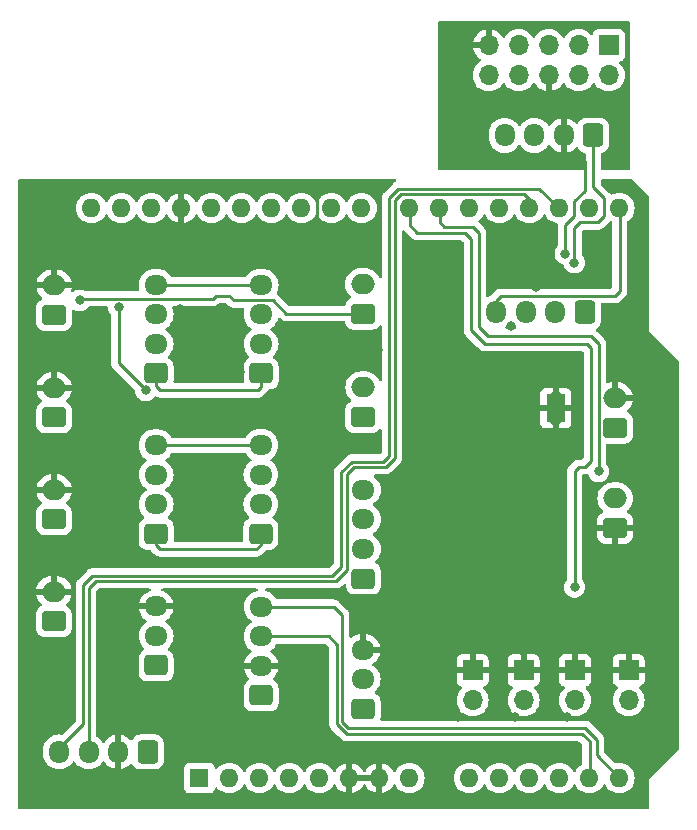
<source format=gtl>
G04 #@! TF.GenerationSoftware,KiCad,Pcbnew,7.0.7*
G04 #@! TF.CreationDate,2024-04-25T01:55:24+02:00*
G04 #@! TF.ProjectId,autopcb,6175746f-7063-4622-9e6b-696361645f70,rev?*
G04 #@! TF.SameCoordinates,Original*
G04 #@! TF.FileFunction,Copper,L1,Top*
G04 #@! TF.FilePolarity,Positive*
%FSLAX46Y46*%
G04 Gerber Fmt 4.6, Leading zero omitted, Abs format (unit mm)*
G04 Created by KiCad (PCBNEW 7.0.7) date 2024-04-25 01:55:24*
%MOMM*%
%LPD*%
G01*
G04 APERTURE LIST*
G04 Aperture macros list*
%AMRoundRect*
0 Rectangle with rounded corners*
0 $1 Rounding radius*
0 $2 $3 $4 $5 $6 $7 $8 $9 X,Y pos of 4 corners*
0 Add a 4 corners polygon primitive as box body*
4,1,4,$2,$3,$4,$5,$6,$7,$8,$9,$2,$3,0*
0 Add four circle primitives for the rounded corners*
1,1,$1+$1,$2,$3*
1,1,$1+$1,$4,$5*
1,1,$1+$1,$6,$7*
1,1,$1+$1,$8,$9*
0 Add four rect primitives between the rounded corners*
20,1,$1+$1,$2,$3,$4,$5,0*
20,1,$1+$1,$4,$5,$6,$7,0*
20,1,$1+$1,$6,$7,$8,$9,0*
20,1,$1+$1,$8,$9,$2,$3,0*%
G04 Aperture macros list end*
G04 #@! TA.AperFunction,ComponentPad*
%ADD10RoundRect,0.250000X0.750000X-0.600000X0.750000X0.600000X-0.750000X0.600000X-0.750000X-0.600000X0*%
G04 #@! TD*
G04 #@! TA.AperFunction,ComponentPad*
%ADD11O,2.000000X1.700000*%
G04 #@! TD*
G04 #@! TA.AperFunction,ComponentPad*
%ADD12RoundRect,0.250000X0.725000X-0.600000X0.725000X0.600000X-0.725000X0.600000X-0.725000X-0.600000X0*%
G04 #@! TD*
G04 #@! TA.AperFunction,ComponentPad*
%ADD13O,1.950000X1.700000*%
G04 #@! TD*
G04 #@! TA.AperFunction,ComponentPad*
%ADD14R,1.700000X1.700000*%
G04 #@! TD*
G04 #@! TA.AperFunction,ComponentPad*
%ADD15O,1.700000X1.700000*%
G04 #@! TD*
G04 #@! TA.AperFunction,ComponentPad*
%ADD16RoundRect,0.250000X0.600000X0.725000X-0.600000X0.725000X-0.600000X-0.725000X0.600000X-0.725000X0*%
G04 #@! TD*
G04 #@! TA.AperFunction,ComponentPad*
%ADD17O,1.700000X1.950000*%
G04 #@! TD*
G04 #@! TA.AperFunction,ComponentPad*
%ADD18R,1.600000X1.600000*%
G04 #@! TD*
G04 #@! TA.AperFunction,ComponentPad*
%ADD19O,1.600000X1.600000*%
G04 #@! TD*
G04 #@! TA.AperFunction,ComponentPad*
%ADD20C,0.600000*%
G04 #@! TD*
G04 #@! TA.AperFunction,SMDPad,CuDef*
%ADD21R,1.650000X2.400000*%
G04 #@! TD*
G04 #@! TA.AperFunction,ViaPad*
%ADD22C,0.800000*%
G04 #@! TD*
G04 #@! TA.AperFunction,Conductor*
%ADD23C,0.250000*%
G04 #@! TD*
G04 APERTURE END LIST*
D10*
X170842500Y-112494500D03*
D11*
X170842500Y-109994500D03*
D10*
X149489500Y-94353500D03*
D11*
X149489500Y-91853500D03*
D12*
X140870500Y-126678500D03*
D13*
X140870500Y-124178500D03*
X140870500Y-121678500D03*
X140870500Y-119178500D03*
D12*
X131980500Y-113002500D03*
D13*
X131980500Y-110502500D03*
X131980500Y-108002500D03*
X131980500Y-105502500D03*
D14*
X158777500Y-124544500D03*
D15*
X158777500Y-127084500D03*
D12*
X131980500Y-124138500D03*
D13*
X131980500Y-121638500D03*
X131980500Y-119138500D03*
D10*
X170842500Y-104005500D03*
D11*
X170842500Y-101505500D03*
D12*
X140870500Y-99413500D03*
D13*
X140870500Y-96913500D03*
X140870500Y-94413500D03*
X140870500Y-91913500D03*
D10*
X123344500Y-94460500D03*
D11*
X123344500Y-91960500D03*
D14*
X167462500Y-124544500D03*
D15*
X167462500Y-127084500D03*
D12*
X149538500Y-116776500D03*
D13*
X149538500Y-114276500D03*
X149538500Y-111776500D03*
X149538500Y-109276500D03*
D10*
X123344500Y-103136500D03*
D11*
X123344500Y-100636500D03*
D16*
X168997000Y-79248000D03*
D17*
X166497000Y-79248000D03*
X163997000Y-79248000D03*
X161497000Y-79248000D03*
D14*
X171985500Y-124539500D03*
D15*
X171985500Y-127079500D03*
D16*
X168262500Y-94246500D03*
D17*
X165762500Y-94246500D03*
X163262500Y-94246500D03*
X160762500Y-94246500D03*
D14*
X163095500Y-124544500D03*
D15*
X163095500Y-127084500D03*
D10*
X123344500Y-111772500D03*
D11*
X123344500Y-109272500D03*
D16*
X131269500Y-131457500D03*
D17*
X128769500Y-131457500D03*
X126269500Y-131457500D03*
X123769500Y-131457500D03*
D12*
X131980500Y-99413500D03*
D13*
X131980500Y-96913500D03*
X131980500Y-94413500D03*
X131980500Y-91913500D03*
D12*
X140853500Y-112982500D03*
D13*
X140853500Y-110482500D03*
X140853500Y-107982500D03*
X140853500Y-105482500D03*
D12*
X149506500Y-127821500D03*
D13*
X149506500Y-125321500D03*
X149506500Y-122821500D03*
D10*
X149506500Y-103096500D03*
D11*
X149506500Y-100596500D03*
D10*
X123327500Y-120388500D03*
D11*
X123327500Y-117888500D03*
D18*
X135638100Y-133667300D03*
D19*
X138178100Y-133667300D03*
X140718100Y-133667300D03*
X143258100Y-133667300D03*
X145798100Y-133667300D03*
X148338100Y-133667300D03*
X150878100Y-133667300D03*
X153418100Y-133667300D03*
X158498100Y-133667300D03*
X161038100Y-133667300D03*
X163578100Y-133667300D03*
X166118100Y-133667300D03*
X168658100Y-133667300D03*
X171198100Y-133667300D03*
X171198100Y-85407300D03*
X168658100Y-85407300D03*
X166118100Y-85407300D03*
X163578100Y-85407300D03*
X161038100Y-85407300D03*
X158498100Y-85407300D03*
X155958100Y-85407300D03*
X153418100Y-85407300D03*
X149358100Y-85407300D03*
X146818100Y-85407300D03*
X144278100Y-85407300D03*
X141738100Y-85407300D03*
X139198100Y-85407300D03*
X136658100Y-85407300D03*
X134118100Y-85407300D03*
X131578100Y-85407300D03*
X129038100Y-85407300D03*
X126498100Y-85407300D03*
D14*
X170307000Y-71628000D03*
D15*
X170307000Y-74168000D03*
X167767000Y-71628000D03*
X167767000Y-74168000D03*
X165227000Y-71628000D03*
X165227000Y-74168000D03*
X162687000Y-71628000D03*
X162687000Y-74168000D03*
X160147000Y-71628000D03*
X160147000Y-74168000D03*
D20*
X166291500Y-103218500D03*
X166291500Y-101498500D03*
X165811500Y-102358500D03*
D21*
X165811500Y-102358500D03*
D20*
X165331500Y-103218500D03*
X165331500Y-101498500D03*
D22*
X137541000Y-106807000D03*
X167386000Y-90043000D03*
X125503500Y-93230500D03*
X155448000Y-88519000D03*
X164111500Y-92087500D03*
X157253500Y-93992500D03*
X162333500Y-128536500D03*
X153545100Y-105371700D03*
X154942100Y-100698100D03*
X128397000Y-104013000D03*
X155094500Y-93992500D03*
X139065000Y-99314000D03*
X159996700Y-105016100D03*
X157507500Y-128536500D03*
X137795000Y-87884000D03*
X162003300Y-95414900D03*
X155348500Y-102755500D03*
X133985000Y-93980000D03*
X145137700Y-91960500D03*
X131098000Y-103886000D03*
X149987000Y-87630000D03*
X150749000Y-97409000D03*
X166778500Y-128536500D03*
X145569500Y-84340500D03*
X167159500Y-104406500D03*
X161723900Y-122643700D03*
X167413500Y-117512900D03*
X169445500Y-107708500D03*
X131098000Y-100848019D03*
X128799000Y-93815500D03*
X166624000Y-89281000D03*
D23*
X169418000Y-86614000D02*
X167894000Y-86614000D01*
X137033000Y-92837000D02*
X136779000Y-93091000D01*
X168997000Y-79248000D02*
X168997000Y-83653000D01*
X136779000Y-93091000D02*
X132842000Y-93091000D01*
X141886500Y-93230500D02*
X138569500Y-93230500D01*
X168997000Y-83653000D02*
X169926000Y-84582000D01*
X167894000Y-86614000D02*
X167386000Y-87122000D01*
X167386000Y-87122000D02*
X167386000Y-90043000D01*
X125643000Y-93091000D02*
X125503500Y-93230500D01*
X169926000Y-84582000D02*
X169926000Y-86106000D01*
X169926000Y-86106000D02*
X169418000Y-86614000D01*
X132842000Y-93091000D02*
X125643000Y-93091000D01*
X143009500Y-94353500D02*
X141886500Y-93230500D01*
X138176000Y-92837000D02*
X137033000Y-92837000D01*
X138569500Y-93230500D02*
X138176000Y-92837000D01*
X149489500Y-94353500D02*
X143009500Y-94353500D01*
X162384300Y-122643700D02*
X163095500Y-123354900D01*
X163095500Y-124544500D02*
X163095500Y-123354900D01*
X145569500Y-91528700D02*
X145137700Y-91960500D01*
X159996700Y-105016100D02*
X156847100Y-105016100D01*
X139065000Y-99314000D02*
X133985000Y-94234000D01*
X153849900Y-100698100D02*
X153189500Y-101358500D01*
X130971000Y-104013000D02*
X131098000Y-103886000D01*
X128397000Y-104013000D02*
X130971000Y-104013000D01*
X162333500Y-128536500D02*
X166778500Y-128536500D01*
X157507500Y-128536500D02*
X162333500Y-128536500D01*
X155856500Y-102755500D02*
X155348500Y-102755500D01*
X145569500Y-84340500D02*
X145569500Y-91528700D01*
X153189500Y-105016100D02*
X153545100Y-105371700D01*
X133985000Y-94234000D02*
X133985000Y-93980000D01*
X156364500Y-104533500D02*
X156364500Y-103263500D01*
X161723900Y-122643700D02*
X162384300Y-122643700D01*
X156364500Y-103263500D02*
X155856500Y-102755500D01*
X156847100Y-105016100D02*
X156364500Y-104533500D01*
X154942100Y-100698100D02*
X153849900Y-100698100D01*
X155094500Y-93992500D02*
X157253500Y-93992500D01*
X153189500Y-101358500D02*
X153189500Y-105016100D01*
X148108104Y-129933500D02*
X168048500Y-129933500D01*
X147278500Y-129103896D02*
X148108104Y-129933500D01*
X147278500Y-122371500D02*
X147278500Y-129103896D01*
X146585500Y-121678500D02*
X147278500Y-122371500D01*
X168683500Y-130568500D02*
X168683500Y-133743500D01*
X168048500Y-129933500D02*
X168683500Y-130568500D01*
X140870500Y-121678500D02*
X146585500Y-121678500D01*
X171198100Y-133667300D02*
X169291000Y-131760200D01*
X168287500Y-129425500D02*
X168148000Y-129425500D01*
X147728500Y-128917500D02*
X148236500Y-129425500D01*
X148236500Y-129425500D02*
X168148000Y-129425500D01*
X169291000Y-130429000D02*
X168287500Y-129425500D01*
X140870500Y-119178500D02*
X147006500Y-119178500D01*
X169291000Y-131760200D02*
X169291000Y-130429000D01*
X147728500Y-119900500D02*
X147728500Y-128917500D01*
X147006500Y-119178500D02*
X147728500Y-119900500D01*
X160762500Y-93277500D02*
X161190500Y-92849500D01*
X161190500Y-92849500D02*
X170842500Y-92849500D01*
X170842500Y-92849500D02*
X171223500Y-92468500D01*
X171223500Y-92468500D02*
X171223500Y-85483500D01*
X160762500Y-94246500D02*
X160762500Y-93277500D01*
X167413500Y-107708500D02*
X167794500Y-107327500D01*
X158650500Y-95770500D02*
X158650500Y-88023500D01*
X167413500Y-117512900D02*
X167413500Y-107708500D01*
X167794500Y-107327500D02*
X168302500Y-107327500D01*
X159793500Y-96913500D02*
X158650500Y-95770500D01*
X168810500Y-97294500D02*
X168429500Y-96913500D01*
X153443500Y-86880500D02*
X153443500Y-85483500D01*
X158142500Y-87515500D02*
X154078500Y-87515500D01*
X158650500Y-88023500D02*
X158142500Y-87515500D01*
X168810500Y-106819500D02*
X168810500Y-97294500D01*
X154078500Y-87515500D02*
X153443500Y-86880500D01*
X168429500Y-96913500D02*
X159793500Y-96913500D01*
X168302500Y-107327500D02*
X168810500Y-106819500D01*
X169445500Y-96913500D02*
X168810500Y-96278500D01*
X159285500Y-95516500D02*
X159285500Y-87515500D01*
X155983500Y-86626500D02*
X155983500Y-85483500D01*
X160047500Y-96278500D02*
X159285500Y-95516500D01*
X159285500Y-87515500D02*
X158777500Y-87007500D01*
X156364500Y-87007500D02*
X155983500Y-86626500D01*
X168810500Y-96278500D02*
X160047500Y-96278500D01*
X158777500Y-87007500D02*
X156364500Y-87007500D01*
X169445500Y-107708500D02*
X169445500Y-96913500D01*
X131098000Y-100848019D02*
X128799000Y-98549019D01*
X128799000Y-98549019D02*
X128799000Y-93815500D01*
X131980500Y-91913500D02*
X140870500Y-91913500D01*
X140589000Y-100838000D02*
X132334000Y-100838000D01*
X131980500Y-99413500D02*
X131980500Y-100484500D01*
X140870500Y-99413500D02*
X140870500Y-100556500D01*
X131980500Y-100484500D02*
X132334000Y-100838000D01*
X140870500Y-100556500D02*
X140589000Y-100838000D01*
X140833500Y-105502500D02*
X140853500Y-105482500D01*
X131980500Y-105502500D02*
X140833500Y-105502500D01*
X149538500Y-116776500D02*
X149868500Y-117106500D01*
X151225104Y-106877500D02*
X148558104Y-106877500D01*
X151723500Y-84535104D02*
X151723500Y-106379104D01*
X125815500Y-129113500D02*
X123769500Y-131159500D01*
X147659500Y-107776104D02*
X147659500Y-115778500D01*
X123769500Y-131159500D02*
X123769500Y-131457500D01*
X126588500Y-116529500D02*
X125815500Y-117302500D01*
X151723500Y-106379104D02*
X151225104Y-106877500D01*
X125815500Y-117302500D02*
X125815500Y-129113500D01*
X148558104Y-106877500D02*
X147659500Y-107776104D01*
X152495104Y-83763500D02*
X151723500Y-84535104D01*
X166143500Y-85483500D02*
X164423500Y-83763500D01*
X146908500Y-116529500D02*
X126588500Y-116529500D01*
X164423500Y-83763500D02*
X152495104Y-83763500D01*
X147659500Y-115778500D02*
X146908500Y-116529500D01*
X126900500Y-116979500D02*
X126265500Y-117614500D01*
X151411500Y-107327500D02*
X148744500Y-107327500D01*
X148109500Y-107962500D02*
X148109500Y-116090500D01*
X152173500Y-84721500D02*
X152173500Y-106565500D01*
X147220500Y-116979500D02*
X126900500Y-116979500D01*
X126269500Y-117618500D02*
X126269500Y-131457500D01*
X163603500Y-85483500D02*
X163603500Y-84721500D01*
X148109500Y-116090500D02*
X147220500Y-116979500D01*
X152681500Y-84213500D02*
X152173500Y-84721500D01*
X163095500Y-84213500D02*
X152681500Y-84213500D01*
X126265500Y-117614500D02*
X126269500Y-117618500D01*
X163603500Y-84721500D02*
X163095500Y-84213500D01*
X152173500Y-106565500D02*
X151411500Y-107327500D01*
X148744500Y-107327500D02*
X148109500Y-107962500D01*
X163476500Y-85356500D02*
X163603500Y-85483500D01*
X168275000Y-83947000D02*
X167386000Y-84836000D01*
X167386000Y-84836000D02*
X167386000Y-86106000D01*
X166497000Y-80645000D02*
X166878000Y-81026000D01*
X168275000Y-81407000D02*
X168275000Y-83947000D01*
X167386000Y-86106000D02*
X166624000Y-86868000D01*
X166878000Y-81026000D02*
X167894000Y-81026000D01*
X166624000Y-86868000D02*
X166624000Y-89281000D01*
X166497000Y-79248000D02*
X166497000Y-80645000D01*
X167894000Y-81026000D02*
X168275000Y-81407000D01*
X140833500Y-113002500D02*
X140853500Y-112982500D01*
X140853500Y-112982500D02*
X140853500Y-113908500D01*
X140462000Y-114300000D02*
X132334000Y-114300000D01*
X131980500Y-113002500D02*
X131980500Y-113946500D01*
X131980500Y-113946500D02*
X132334000Y-114300000D01*
X140853500Y-113908500D02*
X140462000Y-114300000D01*
G04 #@! TA.AperFunction,Conductor*
G36*
X172027539Y-69616185D02*
G01*
X172073294Y-69668989D01*
X172084500Y-69720500D01*
X172084500Y-82044500D01*
X172064815Y-82111539D01*
X172012011Y-82157294D01*
X171960500Y-82168500D01*
X169950760Y-82168500D01*
X169950554Y-82168459D01*
X169902753Y-82168459D01*
X169900033Y-82169000D01*
X169746500Y-82169000D01*
X169679461Y-82149315D01*
X169633706Y-82096511D01*
X169622500Y-82045000D01*
X169622500Y-80837981D01*
X169642185Y-80770942D01*
X169694989Y-80725187D01*
X169733899Y-80714623D01*
X169734391Y-80714572D01*
X169749797Y-80712999D01*
X169916334Y-80657814D01*
X170065656Y-80565712D01*
X170189712Y-80441656D01*
X170281814Y-80292334D01*
X170336999Y-80125797D01*
X170347500Y-80023009D01*
X170347499Y-78472992D01*
X170346156Y-78459849D01*
X170336999Y-78370203D01*
X170336998Y-78370200D01*
X170281814Y-78203666D01*
X170189712Y-78054344D01*
X170065656Y-77930288D01*
X169934786Y-77849567D01*
X169916336Y-77838187D01*
X169916331Y-77838185D01*
X169914862Y-77837698D01*
X169749797Y-77783001D01*
X169749795Y-77783000D01*
X169647010Y-77772500D01*
X168346998Y-77772500D01*
X168346981Y-77772501D01*
X168244203Y-77783000D01*
X168244200Y-77783001D01*
X168077668Y-77838185D01*
X168077663Y-77838187D01*
X167928342Y-77930289D01*
X167804288Y-78054343D01*
X167804285Y-78054347D01*
X167708550Y-78209558D01*
X167656602Y-78256283D01*
X167587640Y-78267504D01*
X167523558Y-78239661D01*
X167515331Y-78232143D01*
X167368078Y-78084891D01*
X167174578Y-77949399D01*
X166960492Y-77849570D01*
X166960486Y-77849567D01*
X166747000Y-77792364D01*
X166747000Y-78660956D01*
X166727315Y-78727995D01*
X166674511Y-78773750D01*
X166605353Y-78783694D01*
X166579064Y-78779914D01*
X166530975Y-78773000D01*
X166463025Y-78773000D01*
X166388647Y-78783694D01*
X166319488Y-78773750D01*
X166266684Y-78727995D01*
X166247000Y-78660956D01*
X166247000Y-77792364D01*
X166246999Y-77792364D01*
X166033513Y-77849567D01*
X166033507Y-77849570D01*
X165819422Y-77949399D01*
X165819420Y-77949400D01*
X165625926Y-78084886D01*
X165625920Y-78084891D01*
X165458891Y-78251920D01*
X165458890Y-78251922D01*
X165348880Y-78409032D01*
X165294303Y-78452657D01*
X165224804Y-78459849D01*
X165162450Y-78428327D01*
X165145730Y-78409031D01*
X165035494Y-78251597D01*
X164868402Y-78084506D01*
X164868395Y-78084501D01*
X164674834Y-77948967D01*
X164674830Y-77948965D01*
X164634777Y-77930288D01*
X164460663Y-77849097D01*
X164460659Y-77849096D01*
X164460655Y-77849094D01*
X164232413Y-77787938D01*
X164232403Y-77787936D01*
X163997001Y-77767341D01*
X163996999Y-77767341D01*
X163761596Y-77787936D01*
X163761586Y-77787938D01*
X163533344Y-77849094D01*
X163533335Y-77849098D01*
X163319171Y-77948964D01*
X163319169Y-77948965D01*
X163125597Y-78084505D01*
X162958505Y-78251597D01*
X162848575Y-78408595D01*
X162793998Y-78452220D01*
X162724500Y-78459414D01*
X162662145Y-78427891D01*
X162645425Y-78408595D01*
X162535494Y-78251597D01*
X162368402Y-78084506D01*
X162368395Y-78084501D01*
X162174834Y-77948967D01*
X162174830Y-77948965D01*
X162134777Y-77930288D01*
X161960663Y-77849097D01*
X161960659Y-77849096D01*
X161960655Y-77849094D01*
X161732413Y-77787938D01*
X161732403Y-77787936D01*
X161497001Y-77767341D01*
X161496999Y-77767341D01*
X161261596Y-77787936D01*
X161261586Y-77787938D01*
X161033344Y-77849094D01*
X161033335Y-77849098D01*
X160819171Y-77948964D01*
X160819169Y-77948965D01*
X160625597Y-78084505D01*
X160458505Y-78251597D01*
X160322965Y-78445169D01*
X160322964Y-78445171D01*
X160223098Y-78659335D01*
X160223094Y-78659344D01*
X160161938Y-78887586D01*
X160161936Y-78887596D01*
X160146500Y-79064034D01*
X160146500Y-79431966D01*
X160161936Y-79608403D01*
X160161938Y-79608413D01*
X160223094Y-79836655D01*
X160223096Y-79836659D01*
X160223097Y-79836663D01*
X160247000Y-79887922D01*
X160322964Y-80050828D01*
X160322965Y-80050830D01*
X160458505Y-80244402D01*
X160625209Y-80411105D01*
X160625599Y-80411495D01*
X160668675Y-80441657D01*
X160819165Y-80547032D01*
X160819167Y-80547033D01*
X160819170Y-80547035D01*
X161033337Y-80646903D01*
X161261592Y-80708063D01*
X161438034Y-80723500D01*
X161496999Y-80728659D01*
X161497000Y-80728659D01*
X161497001Y-80728659D01*
X161555966Y-80723500D01*
X161732408Y-80708063D01*
X161960663Y-80646903D01*
X162174829Y-80547035D01*
X162368401Y-80411495D01*
X162535495Y-80244401D01*
X162645426Y-80087401D01*
X162700001Y-80043778D01*
X162769500Y-80036584D01*
X162831855Y-80068106D01*
X162848571Y-80087398D01*
X162875457Y-80125795D01*
X162958506Y-80244403D01*
X163125209Y-80411105D01*
X163125599Y-80411495D01*
X163168675Y-80441657D01*
X163319165Y-80547032D01*
X163319167Y-80547033D01*
X163319170Y-80547035D01*
X163533337Y-80646903D01*
X163761592Y-80708063D01*
X163938034Y-80723500D01*
X163996999Y-80728659D01*
X163997000Y-80728659D01*
X163997001Y-80728659D01*
X164055966Y-80723500D01*
X164232408Y-80708063D01*
X164460663Y-80646903D01*
X164674829Y-80547035D01*
X164868401Y-80411495D01*
X165035495Y-80244401D01*
X165145732Y-80086965D01*
X165200306Y-80043342D01*
X165269805Y-80036148D01*
X165332159Y-80067670D01*
X165348880Y-80086967D01*
X165458886Y-80244073D01*
X165458891Y-80244079D01*
X165625917Y-80411105D01*
X165819421Y-80546600D01*
X166033507Y-80646429D01*
X166033516Y-80646433D01*
X166247000Y-80703634D01*
X166247000Y-79835044D01*
X166266685Y-79768005D01*
X166319489Y-79722250D01*
X166388647Y-79712306D01*
X166394066Y-79713085D01*
X166463025Y-79723000D01*
X166463026Y-79723000D01*
X166530974Y-79723000D01*
X166530975Y-79723000D01*
X166600570Y-79712993D01*
X166605353Y-79712306D01*
X166674512Y-79722250D01*
X166727316Y-79768005D01*
X166747000Y-79835044D01*
X166747000Y-80703633D01*
X166960483Y-80646433D01*
X166960492Y-80646429D01*
X167174577Y-80546600D01*
X167174579Y-80546599D01*
X167368073Y-80411113D01*
X167368079Y-80411108D01*
X167515331Y-80263857D01*
X167576654Y-80230372D01*
X167646346Y-80235356D01*
X167702279Y-80277228D01*
X167708551Y-80286441D01*
X167712186Y-80292334D01*
X167804288Y-80441656D01*
X167928344Y-80565712D01*
X168077666Y-80657814D01*
X168244203Y-80712999D01*
X168260101Y-80714623D01*
X168324793Y-80741018D01*
X168364945Y-80798198D01*
X168371500Y-80837981D01*
X168371500Y-82045000D01*
X168351815Y-82112039D01*
X168299011Y-82157794D01*
X168247500Y-82169000D01*
X167792967Y-82169000D01*
X167790247Y-82168459D01*
X167742446Y-82168459D01*
X167742240Y-82168500D01*
X160425760Y-82168500D01*
X160425554Y-82168459D01*
X160377753Y-82168459D01*
X160375033Y-82169000D01*
X158394967Y-82169000D01*
X158392247Y-82168459D01*
X158344446Y-82168459D01*
X158344240Y-82168500D01*
X155953500Y-82168500D01*
X155886461Y-82148815D01*
X155840706Y-82096011D01*
X155829500Y-82044500D01*
X155829500Y-74168000D01*
X158791341Y-74168000D01*
X158811936Y-74403403D01*
X158811938Y-74403413D01*
X158873094Y-74631655D01*
X158873096Y-74631659D01*
X158873097Y-74631663D01*
X158952801Y-74802588D01*
X158972965Y-74845830D01*
X158972967Y-74845834D01*
X159081281Y-75000521D01*
X159108505Y-75039401D01*
X159275599Y-75206495D01*
X159372384Y-75274264D01*
X159469165Y-75342032D01*
X159469167Y-75342033D01*
X159469170Y-75342035D01*
X159683337Y-75441903D01*
X159911592Y-75503063D01*
X160099918Y-75519539D01*
X160146999Y-75523659D01*
X160147000Y-75523659D01*
X160147001Y-75523659D01*
X160186234Y-75520226D01*
X160382408Y-75503063D01*
X160610663Y-75441903D01*
X160824830Y-75342035D01*
X161018401Y-75206495D01*
X161185495Y-75039401D01*
X161315424Y-74853842D01*
X161370002Y-74810217D01*
X161439500Y-74803023D01*
X161501855Y-74834546D01*
X161518575Y-74853842D01*
X161648500Y-75039395D01*
X161648505Y-75039401D01*
X161815599Y-75206495D01*
X161912384Y-75274264D01*
X162009165Y-75342032D01*
X162009167Y-75342033D01*
X162009170Y-75342035D01*
X162223337Y-75441903D01*
X162451592Y-75503063D01*
X162639918Y-75519539D01*
X162686999Y-75523659D01*
X162687000Y-75523659D01*
X162687001Y-75523659D01*
X162726234Y-75520226D01*
X162922408Y-75503063D01*
X163150663Y-75441903D01*
X163364830Y-75342035D01*
X163558401Y-75206495D01*
X163725495Y-75039401D01*
X163855730Y-74853405D01*
X163910307Y-74809781D01*
X163979805Y-74802587D01*
X164042160Y-74834110D01*
X164058879Y-74853405D01*
X164188890Y-75039078D01*
X164355917Y-75206105D01*
X164549421Y-75341600D01*
X164763507Y-75441429D01*
X164763516Y-75441433D01*
X164977000Y-75498634D01*
X164977000Y-74780301D01*
X164996685Y-74713262D01*
X165049489Y-74667507D01*
X165118647Y-74657563D01*
X165191237Y-74668000D01*
X165191238Y-74668000D01*
X165262762Y-74668000D01*
X165262763Y-74668000D01*
X165335353Y-74657563D01*
X165404512Y-74667507D01*
X165457315Y-74713262D01*
X165477000Y-74780301D01*
X165477000Y-75498633D01*
X165690483Y-75441433D01*
X165690492Y-75441429D01*
X165904578Y-75341600D01*
X166098082Y-75206105D01*
X166265105Y-75039082D01*
X166395119Y-74853405D01*
X166449696Y-74809781D01*
X166519195Y-74802588D01*
X166581549Y-74834110D01*
X166598269Y-74853405D01*
X166728505Y-75039401D01*
X166895599Y-75206495D01*
X166992384Y-75274264D01*
X167089165Y-75342032D01*
X167089167Y-75342033D01*
X167089170Y-75342035D01*
X167303337Y-75441903D01*
X167531592Y-75503063D01*
X167719918Y-75519539D01*
X167766999Y-75523659D01*
X167767000Y-75523659D01*
X167767001Y-75523659D01*
X167806234Y-75520226D01*
X168002408Y-75503063D01*
X168230663Y-75441903D01*
X168444830Y-75342035D01*
X168638401Y-75206495D01*
X168805495Y-75039401D01*
X168935424Y-74853842D01*
X168990002Y-74810217D01*
X169059500Y-74803023D01*
X169121855Y-74834546D01*
X169138575Y-74853842D01*
X169268500Y-75039395D01*
X169268505Y-75039401D01*
X169435599Y-75206495D01*
X169532384Y-75274264D01*
X169629165Y-75342032D01*
X169629167Y-75342033D01*
X169629170Y-75342035D01*
X169843337Y-75441903D01*
X170071592Y-75503063D01*
X170259918Y-75519539D01*
X170306999Y-75523659D01*
X170307000Y-75523659D01*
X170307001Y-75523659D01*
X170346234Y-75520226D01*
X170542408Y-75503063D01*
X170770663Y-75441903D01*
X170984830Y-75342035D01*
X171178401Y-75206495D01*
X171345495Y-75039401D01*
X171481035Y-74845830D01*
X171580903Y-74631663D01*
X171642063Y-74403408D01*
X171662659Y-74168000D01*
X171642063Y-73932592D01*
X171580903Y-73704337D01*
X171481035Y-73490171D01*
X171475730Y-73482595D01*
X171345496Y-73296600D01*
X171345490Y-73296594D01*
X171223567Y-73174671D01*
X171190084Y-73113351D01*
X171195068Y-73043659D01*
X171236939Y-72987725D01*
X171267915Y-72970810D01*
X171399331Y-72921796D01*
X171514546Y-72835546D01*
X171600796Y-72720331D01*
X171651091Y-72585483D01*
X171657500Y-72525873D01*
X171657499Y-70730128D01*
X171651091Y-70670517D01*
X171649810Y-70667083D01*
X171600797Y-70535671D01*
X171600793Y-70535664D01*
X171514547Y-70420455D01*
X171514544Y-70420452D01*
X171399335Y-70334206D01*
X171399328Y-70334202D01*
X171264482Y-70283908D01*
X171264483Y-70283908D01*
X171204883Y-70277501D01*
X171204881Y-70277500D01*
X171204873Y-70277500D01*
X171204864Y-70277500D01*
X169409129Y-70277500D01*
X169409123Y-70277501D01*
X169349516Y-70283908D01*
X169214671Y-70334202D01*
X169214664Y-70334206D01*
X169099455Y-70420452D01*
X169099452Y-70420455D01*
X169013206Y-70535664D01*
X169013203Y-70535669D01*
X168964189Y-70667083D01*
X168922317Y-70723016D01*
X168856853Y-70747433D01*
X168788580Y-70732581D01*
X168760326Y-70711430D01*
X168638402Y-70589506D01*
X168638395Y-70589501D01*
X168444834Y-70453967D01*
X168444830Y-70453965D01*
X168444828Y-70453964D01*
X168230663Y-70354097D01*
X168230659Y-70354096D01*
X168230655Y-70354094D01*
X168002413Y-70292938D01*
X168002403Y-70292936D01*
X167767001Y-70272341D01*
X167766999Y-70272341D01*
X167531596Y-70292936D01*
X167531586Y-70292938D01*
X167303344Y-70354094D01*
X167303335Y-70354098D01*
X167089171Y-70453964D01*
X167089169Y-70453965D01*
X166895597Y-70589505D01*
X166728505Y-70756597D01*
X166598575Y-70942158D01*
X166543998Y-70985783D01*
X166474500Y-70992977D01*
X166412145Y-70961454D01*
X166395425Y-70942158D01*
X166265494Y-70756597D01*
X166098402Y-70589506D01*
X166098395Y-70589501D01*
X165904834Y-70453967D01*
X165904830Y-70453965D01*
X165904828Y-70453964D01*
X165690663Y-70354097D01*
X165690659Y-70354096D01*
X165690655Y-70354094D01*
X165462413Y-70292938D01*
X165462403Y-70292936D01*
X165227001Y-70272341D01*
X165226999Y-70272341D01*
X164991596Y-70292936D01*
X164991586Y-70292938D01*
X164763344Y-70354094D01*
X164763335Y-70354098D01*
X164549171Y-70453964D01*
X164549169Y-70453965D01*
X164355597Y-70589505D01*
X164188505Y-70756597D01*
X164058575Y-70942158D01*
X164003998Y-70985783D01*
X163934500Y-70992977D01*
X163872145Y-70961454D01*
X163855425Y-70942158D01*
X163725494Y-70756597D01*
X163558402Y-70589506D01*
X163558395Y-70589501D01*
X163364834Y-70453967D01*
X163364830Y-70453965D01*
X163364828Y-70453964D01*
X163150663Y-70354097D01*
X163150659Y-70354096D01*
X163150655Y-70354094D01*
X162922413Y-70292938D01*
X162922403Y-70292936D01*
X162687001Y-70272341D01*
X162686999Y-70272341D01*
X162451596Y-70292936D01*
X162451586Y-70292938D01*
X162223344Y-70354094D01*
X162223335Y-70354098D01*
X162009171Y-70453964D01*
X162009169Y-70453965D01*
X161815597Y-70589505D01*
X161648508Y-70756594D01*
X161518269Y-70942595D01*
X161463692Y-70986219D01*
X161394193Y-70993412D01*
X161331839Y-70961890D01*
X161315119Y-70942594D01*
X161185113Y-70756926D01*
X161185108Y-70756920D01*
X161018082Y-70589894D01*
X160824578Y-70454399D01*
X160610492Y-70354570D01*
X160610486Y-70354567D01*
X160397000Y-70297364D01*
X160397000Y-71015698D01*
X160377315Y-71082737D01*
X160324511Y-71128492D01*
X160255355Y-71138436D01*
X160182766Y-71128000D01*
X160182763Y-71128000D01*
X160111237Y-71128000D01*
X160111233Y-71128000D01*
X160038645Y-71138436D01*
X159969487Y-71128492D01*
X159916684Y-71082736D01*
X159897000Y-71015698D01*
X159897000Y-70297364D01*
X159896999Y-70297364D01*
X159683513Y-70354567D01*
X159683507Y-70354570D01*
X159469422Y-70454399D01*
X159469420Y-70454400D01*
X159275926Y-70589886D01*
X159275920Y-70589891D01*
X159108891Y-70756920D01*
X159108886Y-70756926D01*
X158973400Y-70950420D01*
X158973399Y-70950422D01*
X158873570Y-71164507D01*
X158873567Y-71164513D01*
X158816364Y-71377999D01*
X158816364Y-71378000D01*
X159533653Y-71378000D01*
X159600692Y-71397685D01*
X159646447Y-71450489D01*
X159656391Y-71519647D01*
X159652631Y-71536933D01*
X159647000Y-71556111D01*
X159647000Y-71699888D01*
X159652631Y-71719067D01*
X159652630Y-71788936D01*
X159614855Y-71847714D01*
X159551299Y-71876738D01*
X159533653Y-71878000D01*
X158816364Y-71878000D01*
X158873567Y-72091486D01*
X158873570Y-72091492D01*
X158973399Y-72305578D01*
X159108894Y-72499082D01*
X159275917Y-72666105D01*
X159461595Y-72796119D01*
X159505219Y-72850696D01*
X159512412Y-72920195D01*
X159480890Y-72982549D01*
X159461595Y-72999269D01*
X159275594Y-73129508D01*
X159108505Y-73296597D01*
X158972965Y-73490169D01*
X158972964Y-73490171D01*
X158873098Y-73704335D01*
X158873094Y-73704344D01*
X158811938Y-73932586D01*
X158811936Y-73932596D01*
X158791341Y-74167999D01*
X158791341Y-74168000D01*
X155829500Y-74168000D01*
X155829500Y-69720500D01*
X155849185Y-69653461D01*
X155901989Y-69607706D01*
X155953500Y-69596500D01*
X171960500Y-69596500D01*
X172027539Y-69616185D01*
G37*
G04 #@! TD.AperFunction*
G04 #@! TA.AperFunction,Conductor*
G36*
X150331792Y-133436985D02*
G01*
X150377547Y-133489789D01*
X150387491Y-133558947D01*
X150383731Y-133576233D01*
X150378100Y-133595411D01*
X150378100Y-133739188D01*
X150383731Y-133758367D01*
X150383730Y-133828236D01*
X150345955Y-133887014D01*
X150282399Y-133916038D01*
X150264753Y-133917300D01*
X148951447Y-133917300D01*
X148884408Y-133897615D01*
X148838653Y-133844811D01*
X148828709Y-133775653D01*
X148832469Y-133758367D01*
X148838100Y-133739188D01*
X148838100Y-133595411D01*
X148832469Y-133576233D01*
X148832470Y-133506364D01*
X148870245Y-133447586D01*
X148933801Y-133418562D01*
X148951447Y-133417300D01*
X150264753Y-133417300D01*
X150331792Y-133436985D01*
G37*
G04 #@! TD.AperFunction*
G04 #@! TA.AperFunction,Conductor*
G36*
X139534317Y-106147685D02*
G01*
X139568853Y-106180877D01*
X139690006Y-106353903D01*
X139857097Y-106520994D01*
X140014095Y-106630925D01*
X140057720Y-106685502D01*
X140064914Y-106755000D01*
X140033391Y-106817355D01*
X140014095Y-106834075D01*
X139857097Y-106944005D01*
X139690006Y-107111097D01*
X139690001Y-107111104D01*
X139554467Y-107304665D01*
X139554465Y-107304669D01*
X139454598Y-107518835D01*
X139454594Y-107518844D01*
X139393438Y-107747086D01*
X139393436Y-107747096D01*
X139372841Y-107982499D01*
X139372841Y-107982500D01*
X139393436Y-108217903D01*
X139393438Y-108217913D01*
X139454594Y-108446155D01*
X139454596Y-108446159D01*
X139454597Y-108446163D01*
X139476275Y-108492651D01*
X139554464Y-108660328D01*
X139554465Y-108660330D01*
X139690005Y-108853902D01*
X139857097Y-109020994D01*
X140014095Y-109130925D01*
X140057720Y-109185502D01*
X140064914Y-109255000D01*
X140033391Y-109317355D01*
X140014095Y-109334075D01*
X139857097Y-109444005D01*
X139690006Y-109611097D01*
X139690001Y-109611104D01*
X139554467Y-109804665D01*
X139554465Y-109804669D01*
X139454598Y-110018835D01*
X139454594Y-110018844D01*
X139393438Y-110247086D01*
X139393436Y-110247096D01*
X139372841Y-110482499D01*
X139372841Y-110482500D01*
X139393436Y-110717903D01*
X139393438Y-110717913D01*
X139454594Y-110946155D01*
X139454596Y-110946159D01*
X139454597Y-110946163D01*
X139463924Y-110966164D01*
X139554464Y-111160328D01*
X139554465Y-111160330D01*
X139690005Y-111353902D01*
X139837204Y-111501101D01*
X139870689Y-111562424D01*
X139865705Y-111632116D01*
X139823833Y-111688049D01*
X139814620Y-111694320D01*
X139659847Y-111789785D01*
X139659843Y-111789788D01*
X139535789Y-111913842D01*
X139443687Y-112063163D01*
X139443685Y-112063168D01*
X139437058Y-112083168D01*
X139388501Y-112229703D01*
X139388501Y-112229704D01*
X139388500Y-112229704D01*
X139378000Y-112332483D01*
X139378000Y-112332491D01*
X139378000Y-112979180D01*
X139378001Y-113550500D01*
X139358316Y-113617539D01*
X139305513Y-113663294D01*
X139254001Y-113674500D01*
X133580000Y-113674500D01*
X133512961Y-113654815D01*
X133467206Y-113602011D01*
X133456000Y-113550500D01*
X133455999Y-112352498D01*
X133455998Y-112352481D01*
X133445499Y-112249703D01*
X133445498Y-112249700D01*
X133417001Y-112163702D01*
X133390314Y-112083166D01*
X133298212Y-111933844D01*
X133174156Y-111809788D01*
X133063944Y-111741809D01*
X133019379Y-111714321D01*
X132972655Y-111662373D01*
X132961432Y-111593410D01*
X132989276Y-111529328D01*
X132996795Y-111521101D01*
X133016795Y-111501101D01*
X133143995Y-111373901D01*
X133279535Y-111180330D01*
X133379403Y-110966163D01*
X133440563Y-110737908D01*
X133461159Y-110502500D01*
X133440563Y-110267092D01*
X133379403Y-110038837D01*
X133279535Y-109824671D01*
X133279534Y-109824669D01*
X133143994Y-109631097D01*
X132976903Y-109464006D01*
X132920687Y-109424644D01*
X132819901Y-109354073D01*
X132776278Y-109299499D01*
X132769084Y-109230000D01*
X132800606Y-109167645D01*
X132819898Y-109150928D01*
X132976901Y-109040995D01*
X133143995Y-108873901D01*
X133279535Y-108680330D01*
X133379403Y-108466163D01*
X133440563Y-108237908D01*
X133461159Y-108002500D01*
X133440563Y-107767092D01*
X133379403Y-107538837D01*
X133279535Y-107324671D01*
X133279534Y-107324669D01*
X133143994Y-107131097D01*
X132976903Y-106964006D01*
X132920687Y-106924644D01*
X132819901Y-106854073D01*
X132776278Y-106799499D01*
X132769084Y-106730000D01*
X132800606Y-106667645D01*
X132819898Y-106650928D01*
X132976901Y-106540995D01*
X133143995Y-106373901D01*
X133279151Y-106180877D01*
X133333729Y-106137252D01*
X133380727Y-106128000D01*
X139467278Y-106128000D01*
X139534317Y-106147685D01*
G37*
G04 #@! TD.AperFunction*
G04 #@! TA.AperFunction,Conductor*
G36*
X152271325Y-82963185D02*
G01*
X152317080Y-83015989D01*
X152327024Y-83085147D01*
X152297999Y-83148703D01*
X152250712Y-83179091D01*
X152251877Y-83181782D01*
X152244714Y-83184881D01*
X152227470Y-83195079D01*
X152210009Y-83203633D01*
X152191378Y-83211010D01*
X152191366Y-83211017D01*
X152153674Y-83238402D01*
X152148791Y-83241609D01*
X152108684Y-83265329D01*
X152094518Y-83279495D01*
X152079728Y-83292127D01*
X152063518Y-83303904D01*
X152063515Y-83303907D01*
X152033814Y-83339809D01*
X152029881Y-83344131D01*
X151339708Y-84034303D01*
X151327451Y-84044124D01*
X151327634Y-84044345D01*
X151321623Y-84049317D01*
X151274272Y-84099740D01*
X151253389Y-84120623D01*
X151253377Y-84120636D01*
X151249121Y-84126121D01*
X151245337Y-84130551D01*
X151213437Y-84164522D01*
X151213436Y-84164524D01*
X151203784Y-84182080D01*
X151193110Y-84198330D01*
X151180829Y-84214165D01*
X151180824Y-84214172D01*
X151162315Y-84256942D01*
X151159745Y-84262188D01*
X151137303Y-84303010D01*
X151132322Y-84322411D01*
X151126021Y-84340814D01*
X151118062Y-84359206D01*
X151118061Y-84359209D01*
X151110771Y-84405231D01*
X151109587Y-84410950D01*
X151098001Y-84456076D01*
X151098000Y-84456086D01*
X151098000Y-84476120D01*
X151096473Y-84495519D01*
X151093340Y-84515298D01*
X151093340Y-84515299D01*
X151097725Y-84561687D01*
X151098000Y-84567525D01*
X151098000Y-91226379D01*
X151078315Y-91293418D01*
X151025511Y-91339173D01*
X150956353Y-91349117D01*
X150892797Y-91320092D01*
X150861618Y-91278784D01*
X150813535Y-91175671D01*
X150813534Y-91175669D01*
X150677994Y-90982097D01*
X150510902Y-90815005D01*
X150317330Y-90679465D01*
X150317328Y-90679464D01*
X150177133Y-90614090D01*
X150103163Y-90579597D01*
X150103159Y-90579596D01*
X150103155Y-90579594D01*
X149874913Y-90518438D01*
X149874903Y-90518436D01*
X149698466Y-90503000D01*
X149280534Y-90503000D01*
X149104096Y-90518436D01*
X149104086Y-90518438D01*
X148875844Y-90579594D01*
X148875835Y-90579598D01*
X148661671Y-90679464D01*
X148661669Y-90679465D01*
X148468097Y-90815005D01*
X148301006Y-90982097D01*
X148301001Y-90982104D01*
X148165467Y-91175665D01*
X148165465Y-91175669D01*
X148065598Y-91389835D01*
X148065594Y-91389844D01*
X148004438Y-91618086D01*
X148004436Y-91618096D01*
X147983841Y-91853499D01*
X147983841Y-91853500D01*
X148004436Y-92088903D01*
X148004438Y-92088913D01*
X148065594Y-92317155D01*
X148065596Y-92317159D01*
X148065597Y-92317163D01*
X148115410Y-92423986D01*
X148165464Y-92531328D01*
X148165465Y-92531330D01*
X148301005Y-92724902D01*
X148448204Y-92872101D01*
X148481689Y-92933424D01*
X148476705Y-93003116D01*
X148434833Y-93059049D01*
X148425620Y-93065320D01*
X148270847Y-93160785D01*
X148270843Y-93160788D01*
X148146789Y-93284842D01*
X148054687Y-93434163D01*
X148054685Y-93434168D01*
X148033264Y-93498814D01*
X148000066Y-93599000D01*
X147999501Y-93600704D01*
X147999500Y-93600705D01*
X147997877Y-93616601D01*
X147971482Y-93681293D01*
X147914302Y-93721445D01*
X147874519Y-93728000D01*
X143319952Y-93728000D01*
X143252913Y-93708315D01*
X143232271Y-93691681D01*
X142819107Y-93278517D01*
X142387303Y-92846712D01*
X142377480Y-92834450D01*
X142377259Y-92834634D01*
X142372286Y-92828623D01*
X142364733Y-92821530D01*
X142321864Y-92781273D01*
X142311419Y-92770828D01*
X142300975Y-92760383D01*
X142295486Y-92756125D01*
X142291061Y-92752347D01*
X142257082Y-92720438D01*
X142257080Y-92720436D01*
X142257077Y-92720435D01*
X142241163Y-92711686D01*
X142191899Y-92662141D01*
X142177242Y-92593826D01*
X142188516Y-92550623D01*
X142269403Y-92377163D01*
X142330563Y-92148908D01*
X142351159Y-91913500D01*
X142330563Y-91678092D01*
X142269403Y-91449837D01*
X142169535Y-91235671D01*
X142169534Y-91235669D01*
X142033994Y-91042097D01*
X141866902Y-90875005D01*
X141673330Y-90739465D01*
X141673328Y-90739464D01*
X141560960Y-90687066D01*
X141459163Y-90639597D01*
X141459159Y-90639596D01*
X141459155Y-90639594D01*
X141230913Y-90578438D01*
X141230903Y-90578436D01*
X141054466Y-90563000D01*
X140686534Y-90563000D01*
X140510096Y-90578436D01*
X140510086Y-90578438D01*
X140281844Y-90639594D01*
X140281835Y-90639598D01*
X140067671Y-90739464D01*
X140067669Y-90739465D01*
X139874097Y-90875005D01*
X139707006Y-91042097D01*
X139707001Y-91042103D01*
X139571848Y-91235123D01*
X139517271Y-91278748D01*
X139470273Y-91288000D01*
X133380727Y-91288000D01*
X133313688Y-91268315D01*
X133279152Y-91235123D01*
X133143994Y-91042097D01*
X132976902Y-90875005D01*
X132783330Y-90739465D01*
X132783328Y-90739464D01*
X132670960Y-90687066D01*
X132569163Y-90639597D01*
X132569159Y-90639596D01*
X132569155Y-90639594D01*
X132340913Y-90578438D01*
X132340903Y-90578436D01*
X132164466Y-90563000D01*
X131796534Y-90563000D01*
X131620096Y-90578436D01*
X131620086Y-90578438D01*
X131391844Y-90639594D01*
X131391835Y-90639598D01*
X131177671Y-90739464D01*
X131177669Y-90739465D01*
X130984097Y-90875005D01*
X130817006Y-91042097D01*
X130817001Y-91042104D01*
X130681467Y-91235665D01*
X130681465Y-91235669D01*
X130581598Y-91449835D01*
X130581594Y-91449844D01*
X130520438Y-91678086D01*
X130520436Y-91678096D01*
X130499841Y-91913499D01*
X130499841Y-91913500D01*
X130520436Y-92148903D01*
X130520438Y-92148913D01*
X130563442Y-92309407D01*
X130561779Y-92379257D01*
X130522616Y-92437119D01*
X130458388Y-92464623D01*
X130443667Y-92465500D01*
X126022626Y-92465500D01*
X125960629Y-92448889D01*
X125956227Y-92446347D01*
X125783307Y-92369357D01*
X125783302Y-92369355D01*
X125637501Y-92338365D01*
X125598146Y-92330000D01*
X125408854Y-92330000D01*
X125376397Y-92336898D01*
X125223697Y-92369355D01*
X125223692Y-92369357D01*
X125050770Y-92446348D01*
X125050765Y-92446351D01*
X124975409Y-92501101D01*
X124909603Y-92524581D01*
X124841549Y-92508755D01*
X124792854Y-92458649D01*
X124778979Y-92390171D01*
X124782749Y-92368689D01*
X124825136Y-92210500D01*
X123957847Y-92210500D01*
X123890808Y-92190815D01*
X123845053Y-92138011D01*
X123835109Y-92068853D01*
X123838869Y-92051567D01*
X123844500Y-92032388D01*
X123844500Y-91888611D01*
X123838869Y-91869433D01*
X123838870Y-91799564D01*
X123876645Y-91740786D01*
X123940201Y-91711762D01*
X123957847Y-91710500D01*
X124825136Y-91710500D01*
X124825135Y-91710499D01*
X124767932Y-91497013D01*
X124767929Y-91497007D01*
X124668100Y-91282922D01*
X124668099Y-91282920D01*
X124532613Y-91089426D01*
X124532608Y-91089420D01*
X124365579Y-90922391D01*
X124365573Y-90922386D01*
X124172079Y-90786900D01*
X124172077Y-90786899D01*
X123957992Y-90687070D01*
X123957983Y-90687066D01*
X123729826Y-90625932D01*
X123729816Y-90625930D01*
X123594500Y-90614090D01*
X123594499Y-90614091D01*
X123594499Y-91348198D01*
X123574814Y-91415238D01*
X123522010Y-91460992D01*
X123452853Y-91470936D01*
X123380264Y-91460500D01*
X123380263Y-91460500D01*
X123308737Y-91460500D01*
X123308733Y-91460500D01*
X123236145Y-91470936D01*
X123166987Y-91460992D01*
X123114184Y-91415236D01*
X123094500Y-91348198D01*
X123094500Y-90614091D01*
X123094499Y-90614090D01*
X122959183Y-90625930D01*
X122959173Y-90625932D01*
X122731016Y-90687066D01*
X122731007Y-90687070D01*
X122516922Y-90786899D01*
X122516920Y-90786900D01*
X122323426Y-90922386D01*
X122323420Y-90922391D01*
X122156394Y-91089417D01*
X122020899Y-91282921D01*
X121921070Y-91497007D01*
X121921067Y-91497013D01*
X121863864Y-91710499D01*
X121863864Y-91710500D01*
X122731153Y-91710500D01*
X122798192Y-91730185D01*
X122843947Y-91782989D01*
X122853891Y-91852147D01*
X122850131Y-91869433D01*
X122844500Y-91888611D01*
X122844500Y-92032388D01*
X122850131Y-92051567D01*
X122850130Y-92121436D01*
X122812355Y-92180214D01*
X122748799Y-92209238D01*
X122731153Y-92210500D01*
X121863864Y-92210500D01*
X121921067Y-92423986D01*
X121921070Y-92423992D01*
X122020899Y-92638077D01*
X122020900Y-92638079D01*
X122156386Y-92831573D01*
X122303643Y-92978831D01*
X122337127Y-93040154D01*
X122332143Y-93109846D01*
X122290271Y-93165779D01*
X122281058Y-93172050D01*
X122125847Y-93267785D01*
X122125843Y-93267788D01*
X122001789Y-93391842D01*
X121909687Y-93541163D01*
X121909685Y-93541168D01*
X121902661Y-93562365D01*
X121854501Y-93707703D01*
X121854501Y-93707704D01*
X121854500Y-93707704D01*
X121844000Y-93810483D01*
X121844000Y-95110501D01*
X121844001Y-95110518D01*
X121854500Y-95213296D01*
X121854501Y-95213299D01*
X121894260Y-95333281D01*
X121909686Y-95379834D01*
X122001788Y-95529156D01*
X122125844Y-95653212D01*
X122275166Y-95745314D01*
X122441703Y-95800499D01*
X122544491Y-95811000D01*
X124144508Y-95810999D01*
X124247297Y-95800499D01*
X124413834Y-95745314D01*
X124563156Y-95653212D01*
X124687212Y-95529156D01*
X124779314Y-95379834D01*
X124834499Y-95213297D01*
X124845000Y-95110509D01*
X124844999Y-94108512D01*
X124864683Y-94041474D01*
X124917487Y-93995719D01*
X124986646Y-93985775D01*
X125041887Y-94008197D01*
X125050767Y-94014649D01*
X125050770Y-94014651D01*
X125223692Y-94091642D01*
X125223697Y-94091644D01*
X125408854Y-94131000D01*
X125408855Y-94131000D01*
X125598144Y-94131000D01*
X125598146Y-94131000D01*
X125783303Y-94091644D01*
X125956230Y-94014651D01*
X126109371Y-93903388D01*
X126236033Y-93762716D01*
X126236033Y-93762715D01*
X126240381Y-93757887D01*
X126242547Y-93759837D01*
X126287840Y-93724935D01*
X126332792Y-93716500D01*
X127771485Y-93716500D01*
X127838524Y-93736185D01*
X127884279Y-93788989D01*
X127894804Y-93827534D01*
X127913326Y-94003756D01*
X127913327Y-94003759D01*
X127971818Y-94183777D01*
X127971821Y-94183784D01*
X128066467Y-94347716D01*
X128125698Y-94413499D01*
X128141648Y-94431213D01*
X128171878Y-94494204D01*
X128173498Y-94514185D01*
X128173499Y-98466279D01*
X128171776Y-98481896D01*
X128172060Y-98481923D01*
X128171326Y-98489683D01*
X128173499Y-98558833D01*
X128173499Y-98588370D01*
X128174368Y-98595251D01*
X128174826Y-98601070D01*
X128176290Y-98647643D01*
X128176291Y-98647646D01*
X128181880Y-98666886D01*
X128185824Y-98685930D01*
X128188336Y-98705810D01*
X128205490Y-98749138D01*
X128207382Y-98754666D01*
X128220381Y-98799407D01*
X128230580Y-98816653D01*
X128239138Y-98834122D01*
X128246514Y-98852751D01*
X128273898Y-98890442D01*
X128277106Y-98895326D01*
X128300827Y-98935435D01*
X128300833Y-98935443D01*
X128314990Y-98949599D01*
X128327628Y-98964395D01*
X128339405Y-98980605D01*
X128339406Y-98980606D01*
X128375309Y-99010307D01*
X128379620Y-99014229D01*
X129726476Y-100361086D01*
X130159038Y-100793648D01*
X130192523Y-100854971D01*
X130194678Y-100868367D01*
X130200850Y-100927083D01*
X130212326Y-101036275D01*
X130212327Y-101036278D01*
X130270818Y-101216296D01*
X130270821Y-101216303D01*
X130365467Y-101380235D01*
X130471953Y-101498499D01*
X130492129Y-101520907D01*
X130645265Y-101632167D01*
X130645270Y-101632170D01*
X130818192Y-101709161D01*
X130818197Y-101709163D01*
X131003354Y-101748519D01*
X131003355Y-101748519D01*
X131192644Y-101748519D01*
X131192646Y-101748519D01*
X131377803Y-101709163D01*
X131550730Y-101632170D01*
X131703871Y-101520907D01*
X131828147Y-101382884D01*
X131887631Y-101346237D01*
X131957488Y-101347567D01*
X131979964Y-101357158D01*
X131980910Y-101357678D01*
X131997235Y-101368395D01*
X132013064Y-101380673D01*
X132055838Y-101399182D01*
X132061056Y-101401738D01*
X132101908Y-101424197D01*
X132121316Y-101429180D01*
X132139717Y-101435480D01*
X132158104Y-101443437D01*
X132201488Y-101450308D01*
X132204119Y-101450725D01*
X132209839Y-101451909D01*
X132254981Y-101463500D01*
X132275016Y-101463500D01*
X132294415Y-101465027D01*
X132314196Y-101468160D01*
X132354434Y-101464356D01*
X132360582Y-101463775D01*
X132366420Y-101463500D01*
X140506257Y-101463500D01*
X140521877Y-101465224D01*
X140521904Y-101464939D01*
X140529660Y-101465671D01*
X140529667Y-101465673D01*
X140598814Y-101463500D01*
X140628350Y-101463500D01*
X140635228Y-101462630D01*
X140641041Y-101462172D01*
X140687627Y-101460709D01*
X140706869Y-101455117D01*
X140725912Y-101451174D01*
X140745792Y-101448664D01*
X140789122Y-101431507D01*
X140794646Y-101429617D01*
X140798396Y-101428527D01*
X140839390Y-101416618D01*
X140856629Y-101406422D01*
X140874103Y-101397862D01*
X140892727Y-101390488D01*
X140892727Y-101390487D01*
X140892732Y-101390486D01*
X140930449Y-101363082D01*
X140935305Y-101359892D01*
X140975420Y-101336170D01*
X140989589Y-101321999D01*
X141004379Y-101309368D01*
X141020587Y-101297594D01*
X141050289Y-101261688D01*
X141054211Y-101257377D01*
X141254288Y-101057301D01*
X141266550Y-101047479D01*
X141266367Y-101047258D01*
X141272376Y-101042287D01*
X141319727Y-100991863D01*
X141340615Y-100970976D01*
X141340615Y-100970975D01*
X141340620Y-100970971D01*
X141344879Y-100965478D01*
X141348652Y-100961061D01*
X141380562Y-100927082D01*
X141390213Y-100909524D01*
X141400896Y-100893261D01*
X141413173Y-100877436D01*
X141422894Y-100854971D01*
X141429912Y-100838754D01*
X141474601Y-100785045D01*
X141541234Y-100764024D01*
X141543714Y-100763999D01*
X141645502Y-100763999D01*
X141645508Y-100763999D01*
X141748297Y-100753499D01*
X141914834Y-100698314D01*
X142064156Y-100606212D01*
X142188212Y-100482156D01*
X142280314Y-100332834D01*
X142335499Y-100166297D01*
X142346000Y-100063509D01*
X142345999Y-98763492D01*
X142345097Y-98754666D01*
X142335499Y-98660703D01*
X142335498Y-98660700D01*
X142331171Y-98647643D01*
X142280314Y-98494166D01*
X142188212Y-98344844D01*
X142064156Y-98220788D01*
X141983158Y-98170828D01*
X141909379Y-98125321D01*
X141862655Y-98073373D01*
X141851432Y-98004410D01*
X141879276Y-97940328D01*
X141886795Y-97932101D01*
X141886795Y-97932100D01*
X142033995Y-97784901D01*
X142169535Y-97591330D01*
X142269403Y-97377163D01*
X142330563Y-97148908D01*
X142351159Y-96913500D01*
X142330563Y-96678092D01*
X142269403Y-96449837D01*
X142169535Y-96235671D01*
X142169534Y-96235669D01*
X142033994Y-96042097D01*
X141866902Y-95875005D01*
X141709903Y-95765074D01*
X141666278Y-95710497D01*
X141659084Y-95640999D01*
X141690607Y-95578644D01*
X141709891Y-95561933D01*
X141866901Y-95451995D01*
X142033995Y-95284901D01*
X142169535Y-95091330D01*
X142269403Y-94877163D01*
X142293942Y-94785578D01*
X142330308Y-94725917D01*
X142393154Y-94695388D01*
X142462530Y-94703682D01*
X142501399Y-94729990D01*
X142508697Y-94737288D01*
X142518522Y-94749551D01*
X142518743Y-94749369D01*
X142523714Y-94755378D01*
X142549717Y-94779795D01*
X142574135Y-94802726D01*
X142595029Y-94823620D01*
X142600511Y-94827873D01*
X142604943Y-94831657D01*
X142638918Y-94863562D01*
X142656476Y-94873214D01*
X142672733Y-94883893D01*
X142688564Y-94896173D01*
X142708237Y-94904686D01*
X142731333Y-94914682D01*
X142736577Y-94917250D01*
X142777408Y-94939697D01*
X142790023Y-94942935D01*
X142796805Y-94944677D01*
X142815219Y-94950981D01*
X142833604Y-94958938D01*
X142879657Y-94966232D01*
X142885326Y-94967406D01*
X142930481Y-94979000D01*
X142950516Y-94979000D01*
X142969913Y-94980526D01*
X142989696Y-94983660D01*
X143036083Y-94979275D01*
X143041922Y-94979000D01*
X147874519Y-94979000D01*
X147941558Y-94998685D01*
X147987313Y-95051489D01*
X147997877Y-95090399D01*
X147999500Y-95106296D01*
X147999501Y-95106299D01*
X148054685Y-95272831D01*
X148054687Y-95272836D01*
X148089568Y-95329388D01*
X148146788Y-95422156D01*
X148270844Y-95546212D01*
X148420166Y-95638314D01*
X148586703Y-95693499D01*
X148689491Y-95704000D01*
X150289508Y-95703999D01*
X150392297Y-95693499D01*
X150558834Y-95638314D01*
X150708156Y-95546212D01*
X150832212Y-95422156D01*
X150868461Y-95363385D01*
X150920408Y-95316661D01*
X150989371Y-95305438D01*
X151053453Y-95333281D01*
X151092310Y-95391350D01*
X151098000Y-95428482D01*
X151098000Y-99932923D01*
X151078315Y-99999962D01*
X151025511Y-100045717D01*
X150956353Y-100055661D01*
X150892797Y-100026636D01*
X150861618Y-99985328D01*
X150830535Y-99918671D01*
X150830534Y-99918669D01*
X150694994Y-99725097D01*
X150527902Y-99558005D01*
X150334330Y-99422465D01*
X150334328Y-99422464D01*
X150206948Y-99363066D01*
X150120163Y-99322597D01*
X150120159Y-99322596D01*
X150120155Y-99322594D01*
X149891913Y-99261438D01*
X149891903Y-99261436D01*
X149715466Y-99246000D01*
X149297534Y-99246000D01*
X149121096Y-99261436D01*
X149121086Y-99261438D01*
X148892844Y-99322594D01*
X148892835Y-99322598D01*
X148678671Y-99422464D01*
X148678669Y-99422465D01*
X148485097Y-99558005D01*
X148318006Y-99725097D01*
X148318001Y-99725104D01*
X148182467Y-99918665D01*
X148182465Y-99918669D01*
X148082598Y-100132835D01*
X148082594Y-100132844D01*
X148021438Y-100361086D01*
X148021436Y-100361096D01*
X148000841Y-100596499D01*
X148000841Y-100596500D01*
X148021436Y-100831903D01*
X148021438Y-100831913D01*
X148082594Y-101060155D01*
X148082596Y-101060159D01*
X148082597Y-101060163D01*
X148124225Y-101149433D01*
X148182464Y-101274328D01*
X148182465Y-101274330D01*
X148318005Y-101467902D01*
X148465204Y-101615101D01*
X148498689Y-101676424D01*
X148493705Y-101746116D01*
X148451833Y-101802049D01*
X148442620Y-101808320D01*
X148287847Y-101903785D01*
X148287843Y-101903788D01*
X148163789Y-102027842D01*
X148071687Y-102177163D01*
X148071685Y-102177168D01*
X148056307Y-102223577D01*
X148016501Y-102343703D01*
X148016501Y-102343704D01*
X148016500Y-102343704D01*
X148006000Y-102446483D01*
X148006000Y-103746501D01*
X148006001Y-103746518D01*
X148016500Y-103849296D01*
X148016501Y-103849299D01*
X148067052Y-104001850D01*
X148071686Y-104015834D01*
X148163788Y-104165156D01*
X148287844Y-104289212D01*
X148437166Y-104381314D01*
X148603703Y-104436499D01*
X148706491Y-104447000D01*
X150306508Y-104446999D01*
X150409297Y-104436499D01*
X150575834Y-104381314D01*
X150725156Y-104289212D01*
X150849212Y-104165156D01*
X150868461Y-104133947D01*
X150920408Y-104087223D01*
X150989371Y-104076000D01*
X151053453Y-104103843D01*
X151092310Y-104161912D01*
X151098000Y-104199044D01*
X151098000Y-106068649D01*
X151078315Y-106135688D01*
X151061682Y-106156330D01*
X151002332Y-106215681D01*
X150941009Y-106249166D01*
X150914650Y-106252000D01*
X148640847Y-106252000D01*
X148625226Y-106250275D01*
X148625200Y-106250561D01*
X148617438Y-106249827D01*
X148617437Y-106249827D01*
X148548290Y-106252000D01*
X148518753Y-106252000D01*
X148511870Y-106252869D01*
X148506053Y-106253326D01*
X148459477Y-106254790D01*
X148440233Y-106260381D01*
X148421183Y-106264325D01*
X148401315Y-106266834D01*
X148357988Y-106283988D01*
X148352462Y-106285879D01*
X148307718Y-106298879D01*
X148307714Y-106298881D01*
X148290470Y-106309079D01*
X148273009Y-106317633D01*
X148254378Y-106325010D01*
X148254366Y-106325017D01*
X148216674Y-106352402D01*
X148211791Y-106355609D01*
X148171684Y-106379329D01*
X148157518Y-106393495D01*
X148142728Y-106406127D01*
X148126518Y-106417904D01*
X148126515Y-106417907D01*
X148096814Y-106453809D01*
X148092881Y-106458131D01*
X147275708Y-107275303D01*
X147263451Y-107285124D01*
X147263634Y-107285345D01*
X147257623Y-107290317D01*
X147210272Y-107340740D01*
X147189389Y-107361623D01*
X147189377Y-107361636D01*
X147185121Y-107367121D01*
X147181337Y-107371551D01*
X147149437Y-107405522D01*
X147149436Y-107405524D01*
X147139784Y-107423080D01*
X147129110Y-107439330D01*
X147116829Y-107455165D01*
X147116824Y-107455172D01*
X147098315Y-107497942D01*
X147095745Y-107503188D01*
X147073303Y-107544010D01*
X147068322Y-107563411D01*
X147062021Y-107581814D01*
X147054062Y-107600206D01*
X147054061Y-107600209D01*
X147046771Y-107646231D01*
X147045587Y-107651950D01*
X147034001Y-107697076D01*
X147034000Y-107697086D01*
X147034000Y-107717120D01*
X147032473Y-107736519D01*
X147029340Y-107756298D01*
X147029340Y-107756299D01*
X147033725Y-107802687D01*
X147034000Y-107808525D01*
X147034000Y-115468047D01*
X147014315Y-115535086D01*
X146997681Y-115555728D01*
X146685728Y-115867681D01*
X146624405Y-115901166D01*
X146598047Y-115904000D01*
X126671238Y-115904000D01*
X126655621Y-115902276D01*
X126655594Y-115902562D01*
X126647832Y-115901827D01*
X126578704Y-115904000D01*
X126549150Y-115904000D01*
X126548429Y-115904090D01*
X126542257Y-115904869D01*
X126536445Y-115905326D01*
X126489873Y-115906790D01*
X126489872Y-115906790D01*
X126470629Y-115912381D01*
X126451579Y-115916325D01*
X126431711Y-115918834D01*
X126388384Y-115935988D01*
X126382858Y-115937879D01*
X126338114Y-115950879D01*
X126338110Y-115950881D01*
X126320866Y-115961079D01*
X126303405Y-115969633D01*
X126284774Y-115977010D01*
X126284762Y-115977017D01*
X126247070Y-116004402D01*
X126242187Y-116007609D01*
X126202080Y-116031329D01*
X126187914Y-116045495D01*
X126173124Y-116058127D01*
X126156914Y-116069904D01*
X126156911Y-116069907D01*
X126127210Y-116105809D01*
X126123277Y-116110131D01*
X125431708Y-116801699D01*
X125419451Y-116811520D01*
X125419634Y-116811741D01*
X125413623Y-116816713D01*
X125366272Y-116867136D01*
X125345389Y-116888019D01*
X125345377Y-116888032D01*
X125341121Y-116893517D01*
X125337337Y-116897947D01*
X125305437Y-116931918D01*
X125305436Y-116931920D01*
X125295784Y-116949476D01*
X125285110Y-116965726D01*
X125272829Y-116981561D01*
X125272824Y-116981568D01*
X125254315Y-117024338D01*
X125251745Y-117029584D01*
X125229303Y-117070406D01*
X125224322Y-117089807D01*
X125218021Y-117108210D01*
X125210062Y-117126602D01*
X125210061Y-117126605D01*
X125202771Y-117172627D01*
X125201587Y-117178346D01*
X125190001Y-117223472D01*
X125190000Y-117223482D01*
X125190000Y-117243516D01*
X125188473Y-117262915D01*
X125185340Y-117282694D01*
X125185340Y-117282695D01*
X125189725Y-117329083D01*
X125190000Y-117334921D01*
X125190000Y-128803047D01*
X125170315Y-128870086D01*
X125153681Y-128890728D01*
X124084474Y-129959934D01*
X124023151Y-129993419D01*
X123985986Y-129995781D01*
X123769502Y-129976841D01*
X123769499Y-129976841D01*
X123534096Y-129997436D01*
X123534086Y-129997438D01*
X123305844Y-130058594D01*
X123305835Y-130058598D01*
X123091671Y-130158464D01*
X123091669Y-130158465D01*
X122898097Y-130294005D01*
X122731005Y-130461097D01*
X122595465Y-130654669D01*
X122595464Y-130654671D01*
X122495598Y-130868835D01*
X122495594Y-130868844D01*
X122434438Y-131097086D01*
X122434436Y-131097096D01*
X122419000Y-131273534D01*
X122419000Y-131641466D01*
X122434436Y-131817903D01*
X122434438Y-131817913D01*
X122495594Y-132046155D01*
X122495596Y-132046159D01*
X122495597Y-132046163D01*
X122519500Y-132097422D01*
X122595464Y-132260328D01*
X122595465Y-132260330D01*
X122731005Y-132453902D01*
X122897709Y-132620605D01*
X122898099Y-132620995D01*
X122941175Y-132651157D01*
X123091665Y-132756532D01*
X123091667Y-132756533D01*
X123091670Y-132756535D01*
X123305837Y-132856403D01*
X123534092Y-132917563D01*
X123710534Y-132933000D01*
X123769499Y-132938159D01*
X123769500Y-132938159D01*
X123769501Y-132938159D01*
X123828466Y-132933000D01*
X124004908Y-132917563D01*
X124233163Y-132856403D01*
X124447329Y-132756535D01*
X124640901Y-132620995D01*
X124807995Y-132453901D01*
X124917926Y-132296901D01*
X124972501Y-132253278D01*
X125042000Y-132246084D01*
X125104355Y-132277606D01*
X125121071Y-132296898D01*
X125185160Y-132388427D01*
X125231006Y-132453903D01*
X125397709Y-132620605D01*
X125398099Y-132620995D01*
X125441175Y-132651157D01*
X125591665Y-132756532D01*
X125591667Y-132756533D01*
X125591670Y-132756535D01*
X125805837Y-132856403D01*
X126034092Y-132917563D01*
X126210534Y-132933000D01*
X126269499Y-132938159D01*
X126269500Y-132938159D01*
X126269501Y-132938159D01*
X126328466Y-132933000D01*
X126504908Y-132917563D01*
X126733163Y-132856403D01*
X126947329Y-132756535D01*
X127140901Y-132620995D01*
X127307995Y-132453901D01*
X127418232Y-132296465D01*
X127472806Y-132252842D01*
X127542305Y-132245648D01*
X127604659Y-132277170D01*
X127621380Y-132296467D01*
X127731386Y-132453573D01*
X127731391Y-132453579D01*
X127898417Y-132620605D01*
X128091921Y-132756100D01*
X128306007Y-132855929D01*
X128306016Y-132855933D01*
X128519498Y-132913135D01*
X128519498Y-132913134D01*
X128519499Y-132044544D01*
X128539184Y-131977505D01*
X128591988Y-131931750D01*
X128661146Y-131921806D01*
X128674677Y-131923751D01*
X128735525Y-131932500D01*
X128735526Y-131932500D01*
X128803474Y-131932500D01*
X128803475Y-131932500D01*
X128873070Y-131922493D01*
X128877853Y-131921806D01*
X128947012Y-131931750D01*
X128999816Y-131977505D01*
X129019500Y-132044544D01*
X129019499Y-132913133D01*
X129232983Y-132855933D01*
X129232992Y-132855929D01*
X129447077Y-132756100D01*
X129447079Y-132756099D01*
X129640573Y-132620613D01*
X129640579Y-132620608D01*
X129787831Y-132473357D01*
X129849154Y-132439872D01*
X129918846Y-132444856D01*
X129974779Y-132486728D01*
X129981051Y-132495941D01*
X130006211Y-132536732D01*
X130076788Y-132651156D01*
X130200844Y-132775212D01*
X130350166Y-132867314D01*
X130516703Y-132922499D01*
X130619491Y-132933000D01*
X131919508Y-132932999D01*
X132022297Y-132922499D01*
X132188834Y-132867314D01*
X132338156Y-132775212D01*
X132462212Y-132651156D01*
X132554314Y-132501834D01*
X132609499Y-132335297D01*
X132620000Y-132232509D01*
X132619999Y-130682492D01*
X132618656Y-130669349D01*
X132609499Y-130579703D01*
X132609498Y-130579700D01*
X132604183Y-130563660D01*
X132554314Y-130413166D01*
X132462212Y-130263844D01*
X132338156Y-130139788D01*
X132207286Y-130059067D01*
X132188836Y-130047687D01*
X132188831Y-130047685D01*
X132173404Y-130042573D01*
X132022297Y-129992501D01*
X132022295Y-129992500D01*
X131919510Y-129982000D01*
X130619498Y-129982000D01*
X130619481Y-129982001D01*
X130516703Y-129992500D01*
X130516700Y-129992501D01*
X130350168Y-130047685D01*
X130350163Y-130047687D01*
X130200842Y-130139789D01*
X130076788Y-130263843D01*
X130076785Y-130263847D01*
X129981050Y-130419058D01*
X129929102Y-130465783D01*
X129860140Y-130477004D01*
X129796058Y-130449161D01*
X129787831Y-130441643D01*
X129640578Y-130294391D01*
X129447078Y-130158899D01*
X129232992Y-130059070D01*
X129232986Y-130059067D01*
X129019500Y-130001864D01*
X129019500Y-130870456D01*
X128999815Y-130937495D01*
X128947011Y-130983250D01*
X128877853Y-130993194D01*
X128851564Y-130989414D01*
X128803475Y-130982500D01*
X128735525Y-130982500D01*
X128661146Y-130993194D01*
X128591987Y-130983250D01*
X128539183Y-130937495D01*
X128519499Y-130870456D01*
X128519499Y-130001864D01*
X128519498Y-130001864D01*
X128306005Y-130059070D01*
X128091922Y-130158899D01*
X128091920Y-130158900D01*
X127898426Y-130294386D01*
X127898420Y-130294391D01*
X127731391Y-130461420D01*
X127731390Y-130461422D01*
X127621380Y-130618532D01*
X127566803Y-130662157D01*
X127497304Y-130669349D01*
X127434950Y-130637827D01*
X127418230Y-130618531D01*
X127307994Y-130461097D01*
X127140902Y-130294006D01*
X127140895Y-130294001D01*
X126947876Y-130158847D01*
X126904251Y-130104270D01*
X126894999Y-130057277D01*
X126894999Y-117920951D01*
X126914684Y-117853913D01*
X126931318Y-117833271D01*
X127123271Y-117641319D01*
X127184594Y-117607834D01*
X127210952Y-117605000D01*
X131420725Y-117605000D01*
X131487764Y-117624685D01*
X131533519Y-117677489D01*
X131543463Y-117746647D01*
X131514438Y-117810203D01*
X131455660Y-117847977D01*
X131452818Y-117848775D01*
X131392016Y-117865066D01*
X131392007Y-117865070D01*
X131177922Y-117964899D01*
X131177920Y-117964900D01*
X130984426Y-118100386D01*
X130984420Y-118100391D01*
X130817394Y-118267417D01*
X130681899Y-118460921D01*
X130582070Y-118675007D01*
X130582067Y-118675013D01*
X130524864Y-118888499D01*
X130524864Y-118888500D01*
X131393208Y-118888500D01*
X131460247Y-118908185D01*
X131506002Y-118960989D01*
X131515946Y-119030147D01*
X131512186Y-119047433D01*
X131505500Y-119070205D01*
X131505500Y-119206794D01*
X131512186Y-119229567D01*
X131512184Y-119299437D01*
X131474409Y-119358214D01*
X131410853Y-119387238D01*
X131393208Y-119388500D01*
X130524864Y-119388500D01*
X130582067Y-119601986D01*
X130582070Y-119601992D01*
X130681899Y-119816077D01*
X130681900Y-119816079D01*
X130817386Y-120009573D01*
X130817391Y-120009579D01*
X130984420Y-120176608D01*
X130984426Y-120176613D01*
X131141531Y-120286619D01*
X131185156Y-120341196D01*
X131192350Y-120410694D01*
X131160827Y-120473049D01*
X131141532Y-120489769D01*
X130984094Y-120600008D01*
X130817006Y-120767097D01*
X130817001Y-120767104D01*
X130681467Y-120960665D01*
X130681465Y-120960669D01*
X130581598Y-121174835D01*
X130581594Y-121174844D01*
X130520438Y-121403086D01*
X130520436Y-121403096D01*
X130499841Y-121638499D01*
X130499841Y-121638500D01*
X130520436Y-121873903D01*
X130520438Y-121873913D01*
X130581594Y-122102155D01*
X130581596Y-122102159D01*
X130581597Y-122102163D01*
X130600250Y-122142164D01*
X130681464Y-122316328D01*
X130681465Y-122316330D01*
X130817005Y-122509902D01*
X130964204Y-122657101D01*
X130997689Y-122718424D01*
X130992705Y-122788116D01*
X130950833Y-122844049D01*
X130941620Y-122850320D01*
X130786847Y-122945785D01*
X130786843Y-122945788D01*
X130662789Y-123069842D01*
X130570687Y-123219163D01*
X130570685Y-123219168D01*
X130560089Y-123251145D01*
X130515501Y-123385703D01*
X130515501Y-123385704D01*
X130515500Y-123385704D01*
X130505000Y-123488483D01*
X130505000Y-124788501D01*
X130505001Y-124788518D01*
X130515500Y-124891296D01*
X130515501Y-124891299D01*
X130570685Y-125057831D01*
X130570687Y-125057836D01*
X130588118Y-125086096D01*
X130662788Y-125207156D01*
X130786844Y-125331212D01*
X130936166Y-125423314D01*
X131102703Y-125478499D01*
X131205491Y-125489000D01*
X132755508Y-125488999D01*
X132858297Y-125478499D01*
X133024834Y-125423314D01*
X133174156Y-125331212D01*
X133298212Y-125207156D01*
X133390314Y-125057834D01*
X133445499Y-124891297D01*
X133456000Y-124788509D01*
X133455999Y-123488492D01*
X133452313Y-123452413D01*
X133445499Y-123385703D01*
X133445498Y-123385700D01*
X133427806Y-123332309D01*
X133390314Y-123219166D01*
X133298212Y-123069844D01*
X133174156Y-122945788D01*
X133070426Y-122881807D01*
X133019379Y-122850321D01*
X132972655Y-122798373D01*
X132961432Y-122729410D01*
X132989276Y-122665328D01*
X132996795Y-122657101D01*
X133059625Y-122594271D01*
X133143995Y-122509901D01*
X133279535Y-122316330D01*
X133379403Y-122102163D01*
X133440563Y-121873908D01*
X133461159Y-121638500D01*
X133440563Y-121403092D01*
X133379403Y-121174837D01*
X133279535Y-120960671D01*
X133279534Y-120960669D01*
X133143994Y-120767097D01*
X132976903Y-120600006D01*
X132819467Y-120489769D01*
X132775842Y-120435192D01*
X132768648Y-120365694D01*
X132800171Y-120303339D01*
X132819467Y-120286619D01*
X132976573Y-120176613D01*
X132976579Y-120176608D01*
X133143605Y-120009582D01*
X133279100Y-119816078D01*
X133378929Y-119601992D01*
X133378932Y-119601986D01*
X133436136Y-119388500D01*
X132567792Y-119388500D01*
X132500753Y-119368815D01*
X132454998Y-119316011D01*
X132445054Y-119246853D01*
X132448814Y-119229567D01*
X132455500Y-119206794D01*
X132455500Y-119070205D01*
X132448814Y-119047433D01*
X132448816Y-118977563D01*
X132486591Y-118918786D01*
X132550147Y-118889762D01*
X132567792Y-118888500D01*
X133436136Y-118888500D01*
X133436135Y-118888499D01*
X133378932Y-118675013D01*
X133378929Y-118675007D01*
X133279100Y-118460922D01*
X133279099Y-118460920D01*
X133143613Y-118267426D01*
X133143608Y-118267420D01*
X132976579Y-118100391D01*
X132976573Y-118100386D01*
X132783079Y-117964900D01*
X132783077Y-117964899D01*
X132568992Y-117865070D01*
X132568983Y-117865066D01*
X132508182Y-117848775D01*
X132448521Y-117812410D01*
X132417992Y-117749563D01*
X132426287Y-117680188D01*
X132470772Y-117626310D01*
X132537324Y-117605035D01*
X132540275Y-117605000D01*
X140458077Y-117605000D01*
X140525116Y-117624685D01*
X140570871Y-117677489D01*
X140580815Y-117746647D01*
X140551790Y-117810203D01*
X140493012Y-117847977D01*
X140490170Y-117848775D01*
X140281844Y-117904594D01*
X140281835Y-117904598D01*
X140067671Y-118004464D01*
X140067669Y-118004465D01*
X139874097Y-118140005D01*
X139707006Y-118307097D01*
X139707001Y-118307104D01*
X139571467Y-118500665D01*
X139571465Y-118500669D01*
X139471598Y-118714835D01*
X139471594Y-118714844D01*
X139410438Y-118943086D01*
X139410436Y-118943096D01*
X139389841Y-119178499D01*
X139389841Y-119178500D01*
X139410436Y-119413903D01*
X139410438Y-119413913D01*
X139471594Y-119642155D01*
X139471596Y-119642159D01*
X139471597Y-119642163D01*
X139516511Y-119738481D01*
X139571464Y-119856328D01*
X139571465Y-119856330D01*
X139707005Y-120049902D01*
X139874097Y-120216994D01*
X140031095Y-120326925D01*
X140074720Y-120381502D01*
X140081914Y-120451000D01*
X140050391Y-120513355D01*
X140031095Y-120530075D01*
X139874097Y-120640005D01*
X139707006Y-120807097D01*
X139707001Y-120807104D01*
X139571467Y-121000665D01*
X139571465Y-121000669D01*
X139471598Y-121214835D01*
X139471594Y-121214844D01*
X139410438Y-121443086D01*
X139410436Y-121443096D01*
X139389841Y-121678499D01*
X139389841Y-121678500D01*
X139410436Y-121913903D01*
X139410438Y-121913913D01*
X139471594Y-122142155D01*
X139471596Y-122142159D01*
X139471597Y-122142163D01*
X139514634Y-122234456D01*
X139571464Y-122356328D01*
X139571465Y-122356330D01*
X139707005Y-122549902D01*
X139874097Y-122716994D01*
X140031531Y-122827230D01*
X140075156Y-122881807D01*
X140082350Y-122951305D01*
X140050827Y-123013660D01*
X140031532Y-123030380D01*
X139874422Y-123140390D01*
X139874420Y-123140391D01*
X139707394Y-123307417D01*
X139571899Y-123500921D01*
X139472070Y-123715007D01*
X139472067Y-123715013D01*
X139414864Y-123928499D01*
X139414864Y-123928500D01*
X140283208Y-123928500D01*
X140350247Y-123948185D01*
X140396002Y-124000989D01*
X140405946Y-124070147D01*
X140402186Y-124087433D01*
X140395500Y-124110205D01*
X140395500Y-124246794D01*
X140402186Y-124269567D01*
X140402184Y-124339437D01*
X140364409Y-124398214D01*
X140300853Y-124427238D01*
X140283208Y-124428500D01*
X139414864Y-124428500D01*
X139472067Y-124641986D01*
X139472070Y-124641992D01*
X139571899Y-124856077D01*
X139571900Y-124856079D01*
X139707386Y-125049573D01*
X139854643Y-125196831D01*
X139888127Y-125258154D01*
X139883143Y-125327846D01*
X139841271Y-125383779D01*
X139832058Y-125390050D01*
X139676847Y-125485785D01*
X139676843Y-125485788D01*
X139552789Y-125609842D01*
X139460687Y-125759163D01*
X139460685Y-125759166D01*
X139460686Y-125759166D01*
X139405501Y-125925703D01*
X139405501Y-125925704D01*
X139405500Y-125925704D01*
X139395000Y-126028483D01*
X139395000Y-127328501D01*
X139395001Y-127328518D01*
X139405500Y-127431296D01*
X139405501Y-127431299D01*
X139444227Y-127548164D01*
X139460686Y-127597834D01*
X139552788Y-127747156D01*
X139676844Y-127871212D01*
X139826166Y-127963314D01*
X139992703Y-128018499D01*
X140095491Y-128029000D01*
X141645508Y-128028999D01*
X141748297Y-128018499D01*
X141914834Y-127963314D01*
X142064156Y-127871212D01*
X142188212Y-127747156D01*
X142280314Y-127597834D01*
X142335499Y-127431297D01*
X142346000Y-127328509D01*
X142345999Y-126028492D01*
X142345587Y-126024463D01*
X142335499Y-125925703D01*
X142335498Y-125925700D01*
X142320991Y-125881921D01*
X142280314Y-125759166D01*
X142188212Y-125609844D01*
X142064156Y-125485788D01*
X141914834Y-125393686D01*
X141908941Y-125390051D01*
X141862217Y-125338103D01*
X141850994Y-125269140D01*
X141878838Y-125205058D01*
X141886357Y-125196831D01*
X142033605Y-125049582D01*
X142169100Y-124856078D01*
X142268929Y-124641992D01*
X142268932Y-124641986D01*
X142326136Y-124428500D01*
X141457792Y-124428500D01*
X141390753Y-124408815D01*
X141344998Y-124356011D01*
X141335054Y-124286853D01*
X141338814Y-124269567D01*
X141345500Y-124246794D01*
X141345500Y-124110205D01*
X141338814Y-124087433D01*
X141338816Y-124017563D01*
X141376591Y-123958786D01*
X141440147Y-123929762D01*
X141457792Y-123928500D01*
X142326136Y-123928500D01*
X142326135Y-123928499D01*
X142268932Y-123715013D01*
X142268929Y-123715007D01*
X142169100Y-123500922D01*
X142169099Y-123500920D01*
X142033613Y-123307426D01*
X142033608Y-123307420D01*
X141866579Y-123140391D01*
X141866573Y-123140386D01*
X141709467Y-123030380D01*
X141665842Y-122975803D01*
X141658648Y-122906305D01*
X141690171Y-122843950D01*
X141709460Y-122827235D01*
X141866901Y-122716995D01*
X142033995Y-122549901D01*
X142169151Y-122356877D01*
X142223729Y-122313252D01*
X142270727Y-122304000D01*
X146275048Y-122304000D01*
X146342087Y-122323685D01*
X146362729Y-122340319D01*
X146616681Y-122594271D01*
X146650166Y-122655594D01*
X146653000Y-122681952D01*
X146653000Y-129021151D01*
X146651275Y-129036768D01*
X146651561Y-129036795D01*
X146650826Y-129044561D01*
X146653000Y-129113710D01*
X146653000Y-129143239D01*
X146653001Y-129143256D01*
X146653868Y-129150127D01*
X146654326Y-129155946D01*
X146655790Y-129202520D01*
X146655791Y-129202523D01*
X146661380Y-129221763D01*
X146665324Y-129240807D01*
X146667836Y-129260687D01*
X146684990Y-129304015D01*
X146686882Y-129309543D01*
X146699881Y-129354284D01*
X146710080Y-129371530D01*
X146718638Y-129388999D01*
X146726014Y-129407628D01*
X146753398Y-129445319D01*
X146756606Y-129450203D01*
X146780327Y-129490312D01*
X146780333Y-129490320D01*
X146794490Y-129504476D01*
X146807128Y-129519272D01*
X146818905Y-129535482D01*
X146818906Y-129535483D01*
X146854809Y-129565184D01*
X146859120Y-129569106D01*
X147424076Y-130134063D01*
X147607301Y-130317288D01*
X147617126Y-130329551D01*
X147617347Y-130329369D01*
X147622318Y-130335378D01*
X147648321Y-130359795D01*
X147672739Y-130382726D01*
X147693633Y-130403620D01*
X147699115Y-130407873D01*
X147703547Y-130411657D01*
X147737522Y-130443562D01*
X147755080Y-130453214D01*
X147771339Y-130463895D01*
X147787168Y-130476173D01*
X147829942Y-130494682D01*
X147835160Y-130497238D01*
X147876012Y-130519697D01*
X147895420Y-130524680D01*
X147913821Y-130530980D01*
X147932208Y-130538937D01*
X147975592Y-130545808D01*
X147978223Y-130546225D01*
X147983943Y-130547409D01*
X148029085Y-130559000D01*
X148049120Y-130559000D01*
X148068518Y-130560526D01*
X148088298Y-130563659D01*
X148088299Y-130563660D01*
X148088299Y-130563659D01*
X148088300Y-130563660D01*
X148134687Y-130559275D01*
X148140526Y-130559000D01*
X167738048Y-130559000D01*
X167805087Y-130578685D01*
X167825729Y-130595319D01*
X168021681Y-130791271D01*
X168055166Y-130852594D01*
X168058000Y-130878952D01*
X168058000Y-132435327D01*
X168038315Y-132502366D01*
X168005123Y-132536902D01*
X167818958Y-132667254D01*
X167658054Y-132828158D01*
X167527532Y-133014565D01*
X167527531Y-133014567D01*
X167500482Y-133072575D01*
X167454309Y-133125014D01*
X167387116Y-133144166D01*
X167320235Y-133123950D01*
X167275718Y-133072575D01*
X167248786Y-133014820D01*
X167248668Y-133014566D01*
X167145561Y-132867312D01*
X167118145Y-132828158D01*
X166957241Y-132667254D01*
X166770834Y-132536732D01*
X166770832Y-132536731D01*
X166564597Y-132440561D01*
X166564588Y-132440558D01*
X166344797Y-132381666D01*
X166344793Y-132381665D01*
X166344792Y-132381665D01*
X166344791Y-132381664D01*
X166344786Y-132381664D01*
X166118102Y-132361832D01*
X166118098Y-132361832D01*
X165891413Y-132381664D01*
X165891402Y-132381666D01*
X165671611Y-132440558D01*
X165671602Y-132440561D01*
X165465367Y-132536731D01*
X165465365Y-132536732D01*
X165278958Y-132667254D01*
X165118054Y-132828158D01*
X164987532Y-133014565D01*
X164987531Y-133014567D01*
X164960482Y-133072575D01*
X164914309Y-133125014D01*
X164847116Y-133144166D01*
X164780235Y-133123950D01*
X164735718Y-133072575D01*
X164708786Y-133014820D01*
X164708668Y-133014566D01*
X164605561Y-132867312D01*
X164578145Y-132828158D01*
X164417241Y-132667254D01*
X164230834Y-132536732D01*
X164230832Y-132536731D01*
X164024597Y-132440561D01*
X164024588Y-132440558D01*
X163804797Y-132381666D01*
X163804793Y-132381665D01*
X163804792Y-132381665D01*
X163804791Y-132381664D01*
X163804786Y-132381664D01*
X163578102Y-132361832D01*
X163578098Y-132361832D01*
X163351413Y-132381664D01*
X163351402Y-132381666D01*
X163131611Y-132440558D01*
X163131602Y-132440561D01*
X162925367Y-132536731D01*
X162925365Y-132536732D01*
X162738958Y-132667254D01*
X162578054Y-132828158D01*
X162447532Y-133014565D01*
X162447531Y-133014567D01*
X162420482Y-133072575D01*
X162374309Y-133125014D01*
X162307116Y-133144166D01*
X162240235Y-133123950D01*
X162195718Y-133072575D01*
X162168786Y-133014820D01*
X162168668Y-133014566D01*
X162065561Y-132867312D01*
X162038145Y-132828158D01*
X161877241Y-132667254D01*
X161690834Y-132536732D01*
X161690832Y-132536731D01*
X161484597Y-132440561D01*
X161484588Y-132440558D01*
X161264797Y-132381666D01*
X161264793Y-132381665D01*
X161264792Y-132381665D01*
X161264791Y-132381664D01*
X161264786Y-132381664D01*
X161038102Y-132361832D01*
X161038098Y-132361832D01*
X160811413Y-132381664D01*
X160811402Y-132381666D01*
X160591611Y-132440558D01*
X160591602Y-132440561D01*
X160385367Y-132536731D01*
X160385365Y-132536732D01*
X160198958Y-132667254D01*
X160038054Y-132828158D01*
X159907532Y-133014565D01*
X159907531Y-133014567D01*
X159880482Y-133072575D01*
X159834309Y-133125014D01*
X159767116Y-133144166D01*
X159700235Y-133123950D01*
X159655718Y-133072575D01*
X159628786Y-133014820D01*
X159628668Y-133014566D01*
X159525561Y-132867312D01*
X159498145Y-132828158D01*
X159337241Y-132667254D01*
X159150834Y-132536732D01*
X159150832Y-132536731D01*
X158944597Y-132440561D01*
X158944588Y-132440558D01*
X158724797Y-132381666D01*
X158724793Y-132381665D01*
X158724792Y-132381665D01*
X158724791Y-132381664D01*
X158724786Y-132381664D01*
X158498102Y-132361832D01*
X158498098Y-132361832D01*
X158271413Y-132381664D01*
X158271402Y-132381666D01*
X158051611Y-132440558D01*
X158051602Y-132440561D01*
X157845367Y-132536731D01*
X157845365Y-132536732D01*
X157658958Y-132667254D01*
X157498054Y-132828158D01*
X157367532Y-133014565D01*
X157367531Y-133014567D01*
X157271361Y-133220802D01*
X157271358Y-133220811D01*
X157212466Y-133440602D01*
X157212464Y-133440613D01*
X157192632Y-133667298D01*
X157192632Y-133667301D01*
X157212464Y-133893986D01*
X157212466Y-133893997D01*
X157271358Y-134113788D01*
X157271361Y-134113797D01*
X157367531Y-134320032D01*
X157367532Y-134320034D01*
X157498054Y-134506441D01*
X157658958Y-134667345D01*
X157658961Y-134667347D01*
X157845366Y-134797868D01*
X158051604Y-134894039D01*
X158271408Y-134952935D01*
X158433330Y-134967101D01*
X158498098Y-134972768D01*
X158498100Y-134972768D01*
X158498102Y-134972768D01*
X158554907Y-134967798D01*
X158724792Y-134952935D01*
X158944596Y-134894039D01*
X159150834Y-134797868D01*
X159337239Y-134667347D01*
X159498147Y-134506439D01*
X159628668Y-134320034D01*
X159655718Y-134262024D01*
X159701890Y-134209585D01*
X159769083Y-134190433D01*
X159835965Y-134210648D01*
X159880482Y-134262025D01*
X159907529Y-134320028D01*
X159907532Y-134320034D01*
X160038054Y-134506441D01*
X160198958Y-134667345D01*
X160198961Y-134667347D01*
X160385366Y-134797868D01*
X160591604Y-134894039D01*
X160811408Y-134952935D01*
X160973330Y-134967101D01*
X161038098Y-134972768D01*
X161038100Y-134972768D01*
X161038102Y-134972768D01*
X161094907Y-134967798D01*
X161264792Y-134952935D01*
X161484596Y-134894039D01*
X161690834Y-134797868D01*
X161877239Y-134667347D01*
X162038147Y-134506439D01*
X162168668Y-134320034D01*
X162195718Y-134262024D01*
X162241890Y-134209585D01*
X162309083Y-134190433D01*
X162375965Y-134210648D01*
X162420482Y-134262025D01*
X162447529Y-134320028D01*
X162447532Y-134320034D01*
X162578054Y-134506441D01*
X162738958Y-134667345D01*
X162738961Y-134667347D01*
X162925366Y-134797868D01*
X163131604Y-134894039D01*
X163351408Y-134952935D01*
X163513330Y-134967101D01*
X163578098Y-134972768D01*
X163578100Y-134972768D01*
X163578102Y-134972768D01*
X163634907Y-134967798D01*
X163804792Y-134952935D01*
X164024596Y-134894039D01*
X164230834Y-134797868D01*
X164417239Y-134667347D01*
X164578147Y-134506439D01*
X164708668Y-134320034D01*
X164735718Y-134262024D01*
X164781890Y-134209585D01*
X164849083Y-134190433D01*
X164915965Y-134210648D01*
X164960482Y-134262025D01*
X164987529Y-134320028D01*
X164987532Y-134320034D01*
X165118054Y-134506441D01*
X165278958Y-134667345D01*
X165278961Y-134667347D01*
X165465366Y-134797868D01*
X165671604Y-134894039D01*
X165891408Y-134952935D01*
X166053330Y-134967101D01*
X166118098Y-134972768D01*
X166118100Y-134972768D01*
X166118102Y-134972768D01*
X166174907Y-134967798D01*
X166344792Y-134952935D01*
X166564596Y-134894039D01*
X166770834Y-134797868D01*
X166957239Y-134667347D01*
X167118147Y-134506439D01*
X167248668Y-134320034D01*
X167275718Y-134262024D01*
X167321890Y-134209585D01*
X167389083Y-134190433D01*
X167455965Y-134210648D01*
X167500482Y-134262025D01*
X167527529Y-134320028D01*
X167527532Y-134320034D01*
X167658054Y-134506441D01*
X167818958Y-134667345D01*
X167818961Y-134667347D01*
X168005366Y-134797868D01*
X168211604Y-134894039D01*
X168431408Y-134952935D01*
X168593330Y-134967101D01*
X168658098Y-134972768D01*
X168658100Y-134972768D01*
X168658102Y-134972768D01*
X168714907Y-134967798D01*
X168884792Y-134952935D01*
X169104596Y-134894039D01*
X169310834Y-134797868D01*
X169497239Y-134667347D01*
X169658147Y-134506439D01*
X169788668Y-134320034D01*
X169815718Y-134262024D01*
X169861890Y-134209585D01*
X169929083Y-134190433D01*
X169995965Y-134210648D01*
X170040482Y-134262025D01*
X170067529Y-134320028D01*
X170067532Y-134320034D01*
X170198054Y-134506441D01*
X170358958Y-134667345D01*
X170358961Y-134667347D01*
X170545366Y-134797868D01*
X170751604Y-134894039D01*
X170971408Y-134952935D01*
X171133330Y-134967101D01*
X171198098Y-134972768D01*
X171198100Y-134972768D01*
X171198102Y-134972768D01*
X171254907Y-134967798D01*
X171424792Y-134952935D01*
X171644596Y-134894039D01*
X171850834Y-134797868D01*
X172037239Y-134667347D01*
X172198147Y-134506439D01*
X172328668Y-134320034D01*
X172424839Y-134113796D01*
X172483735Y-133893992D01*
X172503568Y-133667300D01*
X172483735Y-133440608D01*
X172424839Y-133220804D01*
X172328668Y-133014566D01*
X172225561Y-132867312D01*
X172198145Y-132828158D01*
X172037241Y-132667254D01*
X171850834Y-132536732D01*
X171850832Y-132536731D01*
X171644597Y-132440561D01*
X171644588Y-132440558D01*
X171424797Y-132381666D01*
X171424793Y-132381665D01*
X171424792Y-132381665D01*
X171424791Y-132381664D01*
X171424786Y-132381664D01*
X171198102Y-132361832D01*
X171198099Y-132361832D01*
X170971413Y-132381664D01*
X170971396Y-132381667D01*
X170903049Y-132399980D01*
X170833199Y-132398316D01*
X170783277Y-132367886D01*
X169952818Y-131537427D01*
X169919333Y-131476104D01*
X169916500Y-131449755D01*
X169916500Y-130511736D01*
X169918224Y-130496123D01*
X169917938Y-130496096D01*
X169918672Y-130488333D01*
X169917826Y-130461422D01*
X169916500Y-130419203D01*
X169916500Y-130389650D01*
X169915629Y-130382759D01*
X169915172Y-130376945D01*
X169913709Y-130330373D01*
X169908121Y-130311139D01*
X169904174Y-130292081D01*
X169901664Y-130272208D01*
X169884507Y-130228875D01*
X169882614Y-130223346D01*
X169869618Y-130178614D01*
X169869617Y-130178610D01*
X169859420Y-130161368D01*
X169850863Y-130143902D01*
X169843486Y-130125268D01*
X169816083Y-130087550D01*
X169812900Y-130082705D01*
X169789170Y-130042579D01*
X169789165Y-130042573D01*
X169775005Y-130028413D01*
X169762370Y-130013620D01*
X169750611Y-129997437D01*
X169750594Y-129997413D01*
X169745766Y-129993419D01*
X169714693Y-129967713D01*
X169710381Y-129963790D01*
X168788303Y-129041712D01*
X168778480Y-129029450D01*
X168778259Y-129029634D01*
X168773286Y-129023623D01*
X168770654Y-129021151D01*
X168722864Y-128976273D01*
X168712419Y-128965828D01*
X168701975Y-128955383D01*
X168696486Y-128951125D01*
X168692061Y-128947347D01*
X168658082Y-128915438D01*
X168658080Y-128915436D01*
X168658077Y-128915435D01*
X168640529Y-128905788D01*
X168624263Y-128895104D01*
X168608436Y-128882827D01*
X168608435Y-128882826D01*
X168608433Y-128882825D01*
X168565668Y-128864318D01*
X168560422Y-128861748D01*
X168519593Y-128839303D01*
X168519592Y-128839302D01*
X168500193Y-128834322D01*
X168481781Y-128828018D01*
X168463398Y-128820062D01*
X168463392Y-128820060D01*
X168417374Y-128812772D01*
X168411652Y-128811587D01*
X168366521Y-128800000D01*
X168366519Y-128800000D01*
X168346484Y-128800000D01*
X168327086Y-128798473D01*
X168319662Y-128797297D01*
X168307305Y-128795340D01*
X168307304Y-128795340D01*
X168260916Y-128799725D01*
X168255078Y-128800000D01*
X151068428Y-128800000D01*
X151001389Y-128780315D01*
X150955634Y-128727511D01*
X150945690Y-128658353D01*
X150950720Y-128637001D01*
X150971499Y-128574297D01*
X150982000Y-128471509D01*
X150981999Y-127171492D01*
X150973113Y-127084500D01*
X157421841Y-127084500D01*
X157442436Y-127319903D01*
X157442438Y-127319913D01*
X157503594Y-127548155D01*
X157503596Y-127548159D01*
X157503597Y-127548163D01*
X157526758Y-127597831D01*
X157603465Y-127762330D01*
X157603467Y-127762334D01*
X157679705Y-127871212D01*
X157739005Y-127955901D01*
X157906099Y-128122995D01*
X158002884Y-128190765D01*
X158099665Y-128258532D01*
X158099667Y-128258533D01*
X158099670Y-128258535D01*
X158313837Y-128358403D01*
X158542092Y-128419563D01*
X158720351Y-128435159D01*
X158777499Y-128440159D01*
X158777500Y-128440159D01*
X158777501Y-128440159D01*
X158834649Y-128435159D01*
X159012908Y-128419563D01*
X159241163Y-128358403D01*
X159455330Y-128258535D01*
X159648901Y-128122995D01*
X159815995Y-127955901D01*
X159951535Y-127762330D01*
X160051403Y-127548163D01*
X160112563Y-127319908D01*
X160133159Y-127084500D01*
X161739841Y-127084500D01*
X161760436Y-127319903D01*
X161760438Y-127319913D01*
X161821594Y-127548155D01*
X161821596Y-127548159D01*
X161821597Y-127548163D01*
X161844758Y-127597831D01*
X161921465Y-127762330D01*
X161921467Y-127762334D01*
X161997705Y-127871212D01*
X162057005Y-127955901D01*
X162224099Y-128122995D01*
X162320884Y-128190765D01*
X162417665Y-128258532D01*
X162417667Y-128258533D01*
X162417670Y-128258535D01*
X162631837Y-128358403D01*
X162860092Y-128419563D01*
X163038351Y-128435159D01*
X163095499Y-128440159D01*
X163095500Y-128440159D01*
X163095501Y-128440159D01*
X163152649Y-128435159D01*
X163330908Y-128419563D01*
X163559163Y-128358403D01*
X163773330Y-128258535D01*
X163966901Y-128122995D01*
X164133995Y-127955901D01*
X164269535Y-127762330D01*
X164369403Y-127548163D01*
X164430563Y-127319908D01*
X164451159Y-127084500D01*
X166106841Y-127084500D01*
X166127436Y-127319903D01*
X166127438Y-127319913D01*
X166188594Y-127548155D01*
X166188596Y-127548159D01*
X166188597Y-127548163D01*
X166211758Y-127597831D01*
X166288465Y-127762330D01*
X166288467Y-127762334D01*
X166364705Y-127871212D01*
X166424005Y-127955901D01*
X166591099Y-128122995D01*
X166687884Y-128190765D01*
X166784665Y-128258532D01*
X166784667Y-128258533D01*
X166784670Y-128258535D01*
X166998837Y-128358403D01*
X167227092Y-128419563D01*
X167405351Y-128435159D01*
X167462499Y-128440159D01*
X167462500Y-128440159D01*
X167462501Y-128440159D01*
X167519649Y-128435159D01*
X167697908Y-128419563D01*
X167926163Y-128358403D01*
X168140330Y-128258535D01*
X168333901Y-128122995D01*
X168500995Y-127955901D01*
X168636535Y-127762330D01*
X168736403Y-127548163D01*
X168797563Y-127319908D01*
X168818159Y-127084500D01*
X168817721Y-127079500D01*
X170629841Y-127079500D01*
X170650436Y-127314903D01*
X170650438Y-127314913D01*
X170711594Y-127543155D01*
X170711596Y-127543159D01*
X170711597Y-127543163D01*
X170737091Y-127597834D01*
X170811465Y-127757330D01*
X170811467Y-127757334D01*
X170891206Y-127871212D01*
X170947005Y-127950901D01*
X171114099Y-128117995D01*
X171210884Y-128185764D01*
X171307665Y-128253532D01*
X171307667Y-128253533D01*
X171307670Y-128253535D01*
X171521837Y-128353403D01*
X171750092Y-128414563D01*
X171938418Y-128431039D01*
X171985499Y-128435159D01*
X171985500Y-128435159D01*
X171985501Y-128435159D01*
X172024734Y-128431726D01*
X172220908Y-128414563D01*
X172449163Y-128353403D01*
X172663330Y-128253535D01*
X172856901Y-128117995D01*
X173023995Y-127950901D01*
X173159535Y-127757330D01*
X173259403Y-127543163D01*
X173320563Y-127314908D01*
X173341159Y-127079500D01*
X173320563Y-126844092D01*
X173274126Y-126670785D01*
X173259405Y-126615844D01*
X173259404Y-126615843D01*
X173259403Y-126615837D01*
X173159535Y-126401671D01*
X173130353Y-126359995D01*
X173023996Y-126208100D01*
X173008791Y-126192895D01*
X172901679Y-126085783D01*
X172868196Y-126024463D01*
X172873180Y-125954771D01*
X172915051Y-125898837D01*
X172946029Y-125881922D01*
X173077586Y-125832854D01*
X173077593Y-125832850D01*
X173192687Y-125746690D01*
X173192690Y-125746687D01*
X173278850Y-125631593D01*
X173278854Y-125631586D01*
X173329096Y-125496879D01*
X173329098Y-125496872D01*
X173335499Y-125437344D01*
X173335500Y-125437327D01*
X173335500Y-124789500D01*
X172598847Y-124789500D01*
X172531808Y-124769815D01*
X172486053Y-124717011D01*
X172476109Y-124647853D01*
X172479869Y-124630567D01*
X172485500Y-124611388D01*
X172485500Y-124467611D01*
X172479869Y-124448433D01*
X172479870Y-124378564D01*
X172517645Y-124319786D01*
X172581201Y-124290762D01*
X172598847Y-124289500D01*
X173335500Y-124289500D01*
X173335500Y-123641672D01*
X173335499Y-123641655D01*
X173329098Y-123582127D01*
X173329096Y-123582120D01*
X173278854Y-123447413D01*
X173278850Y-123447406D01*
X173192690Y-123332312D01*
X173192687Y-123332309D01*
X173077593Y-123246149D01*
X173077586Y-123246145D01*
X172942879Y-123195903D01*
X172942872Y-123195901D01*
X172883344Y-123189500D01*
X172235500Y-123189500D01*
X172235499Y-123927198D01*
X172215814Y-123994238D01*
X172163010Y-124039992D01*
X172093853Y-124049936D01*
X172021264Y-124039500D01*
X172021263Y-124039500D01*
X171949737Y-124039500D01*
X171949733Y-124039500D01*
X171877145Y-124049936D01*
X171807987Y-124039992D01*
X171755184Y-123994236D01*
X171735500Y-123927198D01*
X171735500Y-123189500D01*
X171087655Y-123189500D01*
X171028127Y-123195901D01*
X171028120Y-123195903D01*
X170893413Y-123246145D01*
X170893406Y-123246149D01*
X170778312Y-123332309D01*
X170778309Y-123332312D01*
X170692149Y-123447406D01*
X170692145Y-123447413D01*
X170641903Y-123582120D01*
X170641901Y-123582127D01*
X170635500Y-123641655D01*
X170635500Y-124289500D01*
X171372153Y-124289500D01*
X171439192Y-124309185D01*
X171484947Y-124361989D01*
X171494891Y-124431147D01*
X171491131Y-124448433D01*
X171485500Y-124467611D01*
X171485500Y-124611388D01*
X171491131Y-124630567D01*
X171491130Y-124700436D01*
X171453355Y-124759214D01*
X171389799Y-124788238D01*
X171372153Y-124789500D01*
X170635500Y-124789500D01*
X170635500Y-125437344D01*
X170641901Y-125496872D01*
X170641903Y-125496879D01*
X170692145Y-125631586D01*
X170692149Y-125631593D01*
X170778309Y-125746687D01*
X170778312Y-125746690D01*
X170893406Y-125832850D01*
X170893413Y-125832854D01*
X171024970Y-125881921D01*
X171080903Y-125923792D01*
X171105321Y-125989256D01*
X171090470Y-126057529D01*
X171069319Y-126085784D01*
X170947003Y-126208100D01*
X170811465Y-126401669D01*
X170811464Y-126401671D01*
X170711598Y-126615835D01*
X170711594Y-126615844D01*
X170650438Y-126844086D01*
X170650436Y-126844096D01*
X170629841Y-127079499D01*
X170629841Y-127079500D01*
X168817721Y-127079500D01*
X168817721Y-127079499D01*
X168814039Y-127037418D01*
X168797563Y-126849092D01*
X168738534Y-126628789D01*
X168736405Y-126620844D01*
X168736404Y-126620843D01*
X168736403Y-126620837D01*
X168636535Y-126406671D01*
X168603852Y-126359995D01*
X168500996Y-126213100D01*
X168480791Y-126192895D01*
X168378679Y-126090783D01*
X168345196Y-126029463D01*
X168350180Y-125959771D01*
X168392051Y-125903837D01*
X168423029Y-125886922D01*
X168554586Y-125837854D01*
X168554593Y-125837850D01*
X168669687Y-125751690D01*
X168669690Y-125751687D01*
X168755850Y-125636593D01*
X168755854Y-125636586D01*
X168806096Y-125501879D01*
X168806098Y-125501872D01*
X168812499Y-125442344D01*
X168812499Y-125442327D01*
X168812500Y-124794500D01*
X168075847Y-124794500D01*
X168008808Y-124774815D01*
X167963053Y-124722011D01*
X167953109Y-124652853D01*
X167956869Y-124635567D01*
X167962500Y-124616388D01*
X167962500Y-124472611D01*
X167956869Y-124453433D01*
X167956870Y-124383564D01*
X167994645Y-124324786D01*
X168058201Y-124295762D01*
X168075847Y-124294500D01*
X168812500Y-124294500D01*
X168812500Y-124294499D01*
X168812499Y-123646672D01*
X168812499Y-123646655D01*
X168806098Y-123587127D01*
X168806096Y-123587120D01*
X168755854Y-123452413D01*
X168755850Y-123452406D01*
X168669690Y-123337312D01*
X168669687Y-123337309D01*
X168554593Y-123251149D01*
X168554586Y-123251145D01*
X168419879Y-123200903D01*
X168419872Y-123200901D01*
X168360344Y-123194500D01*
X167712500Y-123194500D01*
X167712500Y-123932198D01*
X167692815Y-123999237D01*
X167640011Y-124044992D01*
X167570855Y-124054936D01*
X167498266Y-124044500D01*
X167498263Y-124044500D01*
X167426737Y-124044500D01*
X167426733Y-124044500D01*
X167354145Y-124054936D01*
X167284987Y-124044992D01*
X167232184Y-123999236D01*
X167212500Y-123932198D01*
X167212500Y-123194500D01*
X166564655Y-123194500D01*
X166505127Y-123200901D01*
X166505120Y-123200903D01*
X166370413Y-123251145D01*
X166370406Y-123251149D01*
X166255312Y-123337309D01*
X166255309Y-123337312D01*
X166169149Y-123452406D01*
X166169145Y-123452413D01*
X166118903Y-123587120D01*
X166118901Y-123587127D01*
X166112500Y-123646655D01*
X166112499Y-123646672D01*
X166112500Y-124294500D01*
X166849153Y-124294500D01*
X166916192Y-124314185D01*
X166961947Y-124366989D01*
X166971891Y-124436147D01*
X166968131Y-124453433D01*
X166962500Y-124472611D01*
X166962500Y-124616388D01*
X166968131Y-124635567D01*
X166968130Y-124705436D01*
X166930355Y-124764214D01*
X166866799Y-124793238D01*
X166849153Y-124794500D01*
X166112500Y-124794500D01*
X166112499Y-125442327D01*
X166112500Y-125442344D01*
X166118901Y-125501872D01*
X166118903Y-125501879D01*
X166169145Y-125636586D01*
X166169149Y-125636593D01*
X166255309Y-125751687D01*
X166255312Y-125751690D01*
X166370406Y-125837850D01*
X166370413Y-125837854D01*
X166501970Y-125886921D01*
X166557903Y-125928792D01*
X166582321Y-125994256D01*
X166567470Y-126062529D01*
X166546319Y-126090784D01*
X166424003Y-126213100D01*
X166288465Y-126406669D01*
X166288464Y-126406671D01*
X166196727Y-126603402D01*
X166190930Y-126615835D01*
X166188598Y-126620835D01*
X166188594Y-126620844D01*
X166127438Y-126849086D01*
X166127436Y-126849096D01*
X166106841Y-127084499D01*
X166106841Y-127084500D01*
X164451159Y-127084500D01*
X164450721Y-127079499D01*
X164447039Y-127037418D01*
X164430563Y-126849092D01*
X164371534Y-126628789D01*
X164369405Y-126620844D01*
X164369404Y-126620843D01*
X164369403Y-126620837D01*
X164269535Y-126406671D01*
X164236852Y-126359995D01*
X164133996Y-126213100D01*
X164113791Y-126192895D01*
X164011679Y-126090783D01*
X163978196Y-126029463D01*
X163983180Y-125959771D01*
X164025051Y-125903837D01*
X164056029Y-125886922D01*
X164187586Y-125837854D01*
X164187593Y-125837850D01*
X164302687Y-125751690D01*
X164302690Y-125751687D01*
X164388850Y-125636593D01*
X164388854Y-125636586D01*
X164439096Y-125501879D01*
X164439098Y-125501872D01*
X164445499Y-125442344D01*
X164445500Y-125442327D01*
X164445500Y-124794500D01*
X163708847Y-124794500D01*
X163641808Y-124774815D01*
X163596053Y-124722011D01*
X163586109Y-124652853D01*
X163589869Y-124635567D01*
X163595500Y-124616388D01*
X163595500Y-124472611D01*
X163589869Y-124453433D01*
X163589870Y-124383564D01*
X163627645Y-124324786D01*
X163691201Y-124295762D01*
X163708847Y-124294500D01*
X164445500Y-124294500D01*
X164445500Y-123646672D01*
X164445499Y-123646655D01*
X164439098Y-123587127D01*
X164439096Y-123587120D01*
X164388854Y-123452413D01*
X164388850Y-123452406D01*
X164302690Y-123337312D01*
X164302687Y-123337309D01*
X164187593Y-123251149D01*
X164187586Y-123251145D01*
X164052879Y-123200903D01*
X164052872Y-123200901D01*
X163993344Y-123194500D01*
X163345500Y-123194500D01*
X163345500Y-123932198D01*
X163325815Y-123999237D01*
X163273011Y-124044992D01*
X163203855Y-124054936D01*
X163131266Y-124044500D01*
X163131263Y-124044500D01*
X163059737Y-124044500D01*
X163059733Y-124044500D01*
X162987145Y-124054936D01*
X162917987Y-124044992D01*
X162865184Y-123999236D01*
X162845500Y-123932198D01*
X162845500Y-123194500D01*
X162197655Y-123194500D01*
X162138127Y-123200901D01*
X162138120Y-123200903D01*
X162003413Y-123251145D01*
X162003406Y-123251149D01*
X161888312Y-123337309D01*
X161888309Y-123337312D01*
X161802149Y-123452406D01*
X161802145Y-123452413D01*
X161751903Y-123587120D01*
X161751901Y-123587127D01*
X161745500Y-123646655D01*
X161745500Y-124294500D01*
X162482153Y-124294500D01*
X162549192Y-124314185D01*
X162594947Y-124366989D01*
X162604891Y-124436147D01*
X162601131Y-124453433D01*
X162595500Y-124472611D01*
X162595500Y-124616388D01*
X162601131Y-124635567D01*
X162601130Y-124705436D01*
X162563355Y-124764214D01*
X162499799Y-124793238D01*
X162482153Y-124794500D01*
X161745500Y-124794500D01*
X161745500Y-125442344D01*
X161751901Y-125501872D01*
X161751903Y-125501879D01*
X161802145Y-125636586D01*
X161802149Y-125636593D01*
X161888309Y-125751687D01*
X161888312Y-125751690D01*
X162003406Y-125837850D01*
X162003413Y-125837854D01*
X162134970Y-125886921D01*
X162190903Y-125928792D01*
X162215321Y-125994256D01*
X162200470Y-126062529D01*
X162179319Y-126090784D01*
X162057003Y-126213100D01*
X161921465Y-126406669D01*
X161921464Y-126406671D01*
X161829727Y-126603402D01*
X161823930Y-126615835D01*
X161821598Y-126620835D01*
X161821594Y-126620844D01*
X161760438Y-126849086D01*
X161760436Y-126849096D01*
X161739841Y-127084499D01*
X161739841Y-127084500D01*
X160133159Y-127084500D01*
X160132721Y-127079499D01*
X160129039Y-127037418D01*
X160112563Y-126849092D01*
X160053534Y-126628789D01*
X160051405Y-126620844D01*
X160051404Y-126620843D01*
X160051403Y-126620837D01*
X159951535Y-126406671D01*
X159918852Y-126359995D01*
X159815996Y-126213100D01*
X159795791Y-126192895D01*
X159693679Y-126090783D01*
X159660196Y-126029463D01*
X159665180Y-125959771D01*
X159707051Y-125903837D01*
X159738029Y-125886922D01*
X159869586Y-125837854D01*
X159869593Y-125837850D01*
X159984687Y-125751690D01*
X159984690Y-125751687D01*
X160070850Y-125636593D01*
X160070854Y-125636586D01*
X160121096Y-125501879D01*
X160121098Y-125501872D01*
X160127499Y-125442344D01*
X160127500Y-125442327D01*
X160127500Y-124794500D01*
X159390847Y-124794500D01*
X159323808Y-124774815D01*
X159278053Y-124722011D01*
X159268109Y-124652853D01*
X159271869Y-124635567D01*
X159277500Y-124616388D01*
X159277500Y-124472611D01*
X159271869Y-124453433D01*
X159271870Y-124383564D01*
X159309645Y-124324786D01*
X159373201Y-124295762D01*
X159390847Y-124294500D01*
X160127500Y-124294500D01*
X160127500Y-123646672D01*
X160127499Y-123646655D01*
X160121098Y-123587127D01*
X160121096Y-123587120D01*
X160070854Y-123452413D01*
X160070850Y-123452406D01*
X159984690Y-123337312D01*
X159984687Y-123337309D01*
X159869593Y-123251149D01*
X159869586Y-123251145D01*
X159734879Y-123200903D01*
X159734872Y-123200901D01*
X159675344Y-123194500D01*
X159027500Y-123194500D01*
X159027500Y-123932198D01*
X159007815Y-123999237D01*
X158955011Y-124044992D01*
X158885855Y-124054936D01*
X158813266Y-124044500D01*
X158813263Y-124044500D01*
X158741737Y-124044500D01*
X158741733Y-124044500D01*
X158669145Y-124054936D01*
X158599987Y-124044992D01*
X158547184Y-123999236D01*
X158527500Y-123932198D01*
X158527500Y-123194500D01*
X157879655Y-123194500D01*
X157820127Y-123200901D01*
X157820120Y-123200903D01*
X157685413Y-123251145D01*
X157685406Y-123251149D01*
X157570312Y-123337309D01*
X157570309Y-123337312D01*
X157484149Y-123452406D01*
X157484145Y-123452413D01*
X157433903Y-123587120D01*
X157433901Y-123587127D01*
X157427500Y-123646655D01*
X157427500Y-124294500D01*
X158164153Y-124294500D01*
X158231192Y-124314185D01*
X158276947Y-124366989D01*
X158286891Y-124436147D01*
X158283131Y-124453433D01*
X158277500Y-124472611D01*
X158277500Y-124616388D01*
X158283131Y-124635567D01*
X158283130Y-124705436D01*
X158245355Y-124764214D01*
X158181799Y-124793238D01*
X158164153Y-124794500D01*
X157427500Y-124794500D01*
X157427500Y-125442344D01*
X157433901Y-125501872D01*
X157433903Y-125501879D01*
X157484145Y-125636586D01*
X157484149Y-125636593D01*
X157570309Y-125751687D01*
X157570312Y-125751690D01*
X157685406Y-125837850D01*
X157685413Y-125837854D01*
X157816970Y-125886921D01*
X157872903Y-125928792D01*
X157897321Y-125994256D01*
X157882470Y-126062529D01*
X157861319Y-126090784D01*
X157739003Y-126213100D01*
X157603465Y-126406669D01*
X157603464Y-126406671D01*
X157511727Y-126603402D01*
X157505930Y-126615835D01*
X157503598Y-126620835D01*
X157503594Y-126620844D01*
X157442438Y-126849086D01*
X157442436Y-126849096D01*
X157421841Y-127084499D01*
X157421841Y-127084500D01*
X150973113Y-127084500D01*
X150971499Y-127068703D01*
X150916314Y-126902166D01*
X150824212Y-126752844D01*
X150700156Y-126628788D01*
X150619158Y-126578828D01*
X150545379Y-126533321D01*
X150498655Y-126481373D01*
X150487432Y-126412410D01*
X150515276Y-126348328D01*
X150522795Y-126340101D01*
X150669995Y-126192901D01*
X150805535Y-125999330D01*
X150905403Y-125785163D01*
X150966563Y-125556908D01*
X150987159Y-125321500D01*
X150966563Y-125086092D01*
X150914369Y-124891299D01*
X150905405Y-124857844D01*
X150905404Y-124857843D01*
X150905403Y-124857837D01*
X150805535Y-124643671D01*
X150804360Y-124641992D01*
X150669994Y-124450097D01*
X150502903Y-124283006D01*
X150345467Y-124172769D01*
X150301842Y-124118192D01*
X150294648Y-124048694D01*
X150326171Y-123986339D01*
X150345467Y-123969619D01*
X150502573Y-123859613D01*
X150502579Y-123859608D01*
X150669605Y-123692582D01*
X150805100Y-123499078D01*
X150904929Y-123284992D01*
X150904932Y-123284986D01*
X150962136Y-123071500D01*
X150093792Y-123071500D01*
X150026753Y-123051815D01*
X149980998Y-122999011D01*
X149971054Y-122929853D01*
X149974814Y-122912567D01*
X149981500Y-122889794D01*
X149981500Y-122753205D01*
X149974814Y-122730433D01*
X149974816Y-122660563D01*
X150012591Y-122601786D01*
X150076147Y-122572762D01*
X150093792Y-122571500D01*
X150962136Y-122571500D01*
X150962135Y-122571499D01*
X150904932Y-122358013D01*
X150904929Y-122358007D01*
X150805100Y-122143922D01*
X150805099Y-122143920D01*
X150669613Y-121950426D01*
X150669608Y-121950420D01*
X150502579Y-121783391D01*
X150502573Y-121783386D01*
X150309079Y-121647900D01*
X150309077Y-121647899D01*
X150094992Y-121548070D01*
X150094983Y-121548066D01*
X149866826Y-121486932D01*
X149866816Y-121486930D01*
X149756500Y-121477278D01*
X149756500Y-122234456D01*
X149736815Y-122301495D01*
X149684011Y-122347250D01*
X149614853Y-122357194D01*
X149588564Y-122353414D01*
X149540475Y-122346500D01*
X149472525Y-122346500D01*
X149398147Y-122357194D01*
X149328988Y-122347250D01*
X149276184Y-122301495D01*
X149256500Y-122234456D01*
X149256500Y-121477278D01*
X149146183Y-121486930D01*
X149146173Y-121486932D01*
X148918016Y-121548066D01*
X148918007Y-121548070D01*
X148703922Y-121647899D01*
X148703920Y-121647900D01*
X148549123Y-121756290D01*
X148482917Y-121778617D01*
X148415150Y-121761607D01*
X148367337Y-121710658D01*
X148354000Y-121654715D01*
X148354000Y-119983237D01*
X148355724Y-119967623D01*
X148355438Y-119967596D01*
X148356172Y-119959833D01*
X148354000Y-119890703D01*
X148354000Y-119861151D01*
X148354000Y-119861150D01*
X148353129Y-119854259D01*
X148352672Y-119848445D01*
X148351566Y-119813252D01*
X148351209Y-119801873D01*
X148345622Y-119782644D01*
X148341674Y-119763584D01*
X148339164Y-119743708D01*
X148322007Y-119700375D01*
X148320119Y-119694859D01*
X148307119Y-119650112D01*
X148296918Y-119632863D01*
X148288360Y-119615394D01*
X148280986Y-119596768D01*
X148280983Y-119596764D01*
X148280983Y-119596763D01*
X148253598Y-119559071D01*
X148250390Y-119554187D01*
X148226672Y-119514082D01*
X148226663Y-119514071D01*
X148212505Y-119499913D01*
X148199870Y-119485120D01*
X148188278Y-119469166D01*
X148188094Y-119468913D01*
X148152193Y-119439213D01*
X148147881Y-119435290D01*
X147507303Y-118794712D01*
X147497480Y-118782450D01*
X147497259Y-118782634D01*
X147492286Y-118776623D01*
X147474139Y-118759582D01*
X147441864Y-118729273D01*
X147427426Y-118714835D01*
X147420975Y-118708383D01*
X147415486Y-118704125D01*
X147411061Y-118700347D01*
X147377082Y-118668438D01*
X147377080Y-118668436D01*
X147377077Y-118668435D01*
X147359529Y-118658788D01*
X147343263Y-118648104D01*
X147327433Y-118635825D01*
X147284668Y-118617318D01*
X147279422Y-118614748D01*
X147238593Y-118592303D01*
X147238592Y-118592302D01*
X147219193Y-118587322D01*
X147200781Y-118581018D01*
X147182398Y-118573062D01*
X147182392Y-118573060D01*
X147136374Y-118565772D01*
X147130652Y-118564587D01*
X147085521Y-118553000D01*
X147085519Y-118553000D01*
X147065484Y-118553000D01*
X147046086Y-118551473D01*
X147038662Y-118550297D01*
X147026305Y-118548340D01*
X147026304Y-118548340D01*
X146979916Y-118552725D01*
X146974078Y-118553000D01*
X142270727Y-118553000D01*
X142203688Y-118533315D01*
X142169152Y-118500123D01*
X142033994Y-118307097D01*
X141866902Y-118140005D01*
X141673330Y-118004465D01*
X141673328Y-118004464D01*
X141566245Y-117954531D01*
X141459163Y-117904597D01*
X141459159Y-117904596D01*
X141459155Y-117904594D01*
X141250830Y-117848775D01*
X141191169Y-117812410D01*
X141160640Y-117749563D01*
X141168935Y-117680188D01*
X141213420Y-117626310D01*
X141279972Y-117605035D01*
X141282923Y-117605000D01*
X147137757Y-117605000D01*
X147153377Y-117606724D01*
X147153404Y-117606439D01*
X147161160Y-117607171D01*
X147161167Y-117607173D01*
X147230314Y-117605000D01*
X147259850Y-117605000D01*
X147266728Y-117604130D01*
X147272541Y-117603672D01*
X147319127Y-117602209D01*
X147338369Y-117596617D01*
X147357412Y-117592674D01*
X147377292Y-117590164D01*
X147420622Y-117573007D01*
X147426146Y-117571117D01*
X147429896Y-117570027D01*
X147470890Y-117558118D01*
X147488129Y-117547922D01*
X147505603Y-117539362D01*
X147524227Y-117531988D01*
X147524227Y-117531987D01*
X147524232Y-117531986D01*
X147561949Y-117504582D01*
X147566805Y-117501392D01*
X147606920Y-117477670D01*
X147621086Y-117463503D01*
X147635881Y-117450868D01*
X147639119Y-117448514D01*
X147652087Y-117439094D01*
X147681812Y-117403162D01*
X147685702Y-117398887D01*
X147851323Y-117233265D01*
X147912642Y-117199784D01*
X147982333Y-117204768D01*
X148038267Y-117246639D01*
X148062684Y-117312104D01*
X148063000Y-117320949D01*
X148063000Y-117426500D01*
X148063001Y-117426519D01*
X148073500Y-117529296D01*
X148073501Y-117529299D01*
X148128685Y-117695831D01*
X148128687Y-117695836D01*
X148161826Y-117749563D01*
X148220788Y-117845156D01*
X148344844Y-117969212D01*
X148494166Y-118061314D01*
X148660703Y-118116499D01*
X148763491Y-118127000D01*
X150313508Y-118126999D01*
X150416297Y-118116499D01*
X150582834Y-118061314D01*
X150732156Y-117969212D01*
X150856212Y-117845156D01*
X150948314Y-117695834D01*
X151003499Y-117529297D01*
X151014000Y-117426509D01*
X151013999Y-116126492D01*
X151008218Y-116069904D01*
X151003499Y-116023703D01*
X151003498Y-116023700D01*
X150979367Y-115950879D01*
X150948314Y-115857166D01*
X150856212Y-115707844D01*
X150732156Y-115583788D01*
X150651158Y-115533828D01*
X150577379Y-115488321D01*
X150530655Y-115436373D01*
X150519432Y-115367410D01*
X150547276Y-115303328D01*
X150554795Y-115295101D01*
X150554794Y-115295101D01*
X150701995Y-115147901D01*
X150837535Y-114954330D01*
X150937403Y-114740163D01*
X150998563Y-114511908D01*
X151019159Y-114276500D01*
X150998563Y-114041092D01*
X150937403Y-113812837D01*
X150837535Y-113598671D01*
X150812450Y-113562845D01*
X150701994Y-113405097D01*
X150534902Y-113238005D01*
X150377903Y-113128074D01*
X150334278Y-113073497D01*
X150327084Y-113003999D01*
X150358607Y-112941644D01*
X150377891Y-112924933D01*
X150534901Y-112814995D01*
X150701995Y-112647901D01*
X150837535Y-112454330D01*
X150937403Y-112240163D01*
X150998563Y-112011908D01*
X151019159Y-111776500D01*
X150998563Y-111541092D01*
X150937403Y-111312837D01*
X150837535Y-111098671D01*
X150820812Y-111074787D01*
X150701994Y-110905097D01*
X150534905Y-110738008D01*
X150534769Y-110737913D01*
X150377903Y-110628074D01*
X150334279Y-110573497D01*
X150327086Y-110503998D01*
X150358608Y-110441644D01*
X150377897Y-110424929D01*
X150534901Y-110314995D01*
X150701995Y-110147901D01*
X150837535Y-109954330D01*
X150937403Y-109740163D01*
X150998563Y-109511908D01*
X151019159Y-109276500D01*
X150998563Y-109041092D01*
X150937403Y-108812837D01*
X150837535Y-108598671D01*
X150834910Y-108594921D01*
X150701994Y-108405097D01*
X150534903Y-108238006D01*
X150450026Y-108178575D01*
X150406401Y-108123998D01*
X150399207Y-108054500D01*
X150430730Y-107992145D01*
X150490959Y-107956731D01*
X150521149Y-107953000D01*
X151328757Y-107953000D01*
X151344377Y-107954724D01*
X151344404Y-107954439D01*
X151352160Y-107955171D01*
X151352167Y-107955173D01*
X151421314Y-107953000D01*
X151450850Y-107953000D01*
X151457728Y-107952130D01*
X151463541Y-107951672D01*
X151510127Y-107950209D01*
X151529369Y-107944617D01*
X151548412Y-107940674D01*
X151568292Y-107938164D01*
X151611622Y-107921007D01*
X151617146Y-107919117D01*
X151620896Y-107918027D01*
X151661890Y-107906118D01*
X151679129Y-107895922D01*
X151696603Y-107887362D01*
X151715227Y-107879988D01*
X151715227Y-107879987D01*
X151715232Y-107879986D01*
X151752949Y-107852582D01*
X151757805Y-107849392D01*
X151797920Y-107825670D01*
X151812089Y-107811499D01*
X151826879Y-107798868D01*
X151843087Y-107787094D01*
X151872799Y-107751176D01*
X151876712Y-107746876D01*
X152557286Y-107066302D01*
X152569548Y-107056480D01*
X152569365Y-107056259D01*
X152575367Y-107051292D01*
X152575377Y-107051286D01*
X152622741Y-107000848D01*
X152643620Y-106979970D01*
X152647873Y-106974486D01*
X152651650Y-106970063D01*
X152683562Y-106936082D01*
X152693214Y-106918523D01*
X152703889Y-106902272D01*
X152716174Y-106886436D01*
X152734686Y-106843652D01*
X152737242Y-106838435D01*
X152755288Y-106805612D01*
X152759694Y-106797598D01*
X152759694Y-106797597D01*
X152759697Y-106797592D01*
X152764680Y-106778180D01*
X152770977Y-106759791D01*
X152778938Y-106741395D01*
X152786229Y-106695353D01*
X152787408Y-106689662D01*
X152799000Y-106644519D01*
X152799000Y-106624482D01*
X152800527Y-106605082D01*
X152803660Y-106585304D01*
X152799275Y-106538915D01*
X152799000Y-106533077D01*
X152799000Y-102608500D01*
X164486500Y-102608500D01*
X164486500Y-103606344D01*
X164492901Y-103665872D01*
X164492903Y-103665879D01*
X164543145Y-103800586D01*
X164543149Y-103800593D01*
X164629309Y-103915687D01*
X164629312Y-103915690D01*
X164744406Y-104001850D01*
X164744413Y-104001854D01*
X164879120Y-104052096D01*
X164879127Y-104052098D01*
X164938655Y-104058499D01*
X164938672Y-104058500D01*
X165561500Y-104058500D01*
X165561500Y-103802053D01*
X165327003Y-103567556D01*
X165293518Y-103506233D01*
X165298502Y-103436541D01*
X165340374Y-103380608D01*
X165382587Y-103360101D01*
X165409145Y-103352986D01*
X165465986Y-103296146D01*
X165486791Y-103218500D01*
X165465986Y-103140855D01*
X165465986Y-103140854D01*
X165409145Y-103084013D01*
X165382592Y-103076899D01*
X165322931Y-103040535D01*
X165292401Y-102977688D01*
X165300695Y-102908312D01*
X165327013Y-102869433D01*
X165331505Y-102864942D01*
X165561499Y-102634946D01*
X165561500Y-102634945D01*
X165561500Y-102608500D01*
X166061500Y-102608500D01*
X166061500Y-102634947D01*
X166295996Y-102869443D01*
X166329481Y-102930766D01*
X166324497Y-103000458D01*
X166282625Y-103056391D01*
X166240408Y-103076899D01*
X166213856Y-103084013D01*
X166157013Y-103140855D01*
X166136209Y-103218499D01*
X166136209Y-103218500D01*
X166157013Y-103296145D01*
X166213854Y-103352986D01*
X166240405Y-103360100D01*
X166300066Y-103396463D01*
X166330597Y-103459310D01*
X166322303Y-103528685D01*
X166295995Y-103567556D01*
X166061500Y-103802051D01*
X166061500Y-104058500D01*
X166684328Y-104058500D01*
X166684344Y-104058499D01*
X166743872Y-104052098D01*
X166743879Y-104052096D01*
X166878586Y-104001854D01*
X166878593Y-104001850D01*
X166993687Y-103915690D01*
X166993690Y-103915687D01*
X167079850Y-103800593D01*
X167079854Y-103800586D01*
X167130096Y-103665879D01*
X167130098Y-103665872D01*
X167136499Y-103606344D01*
X167136500Y-103606327D01*
X167136500Y-102608500D01*
X166061500Y-102608500D01*
X165561500Y-102608500D01*
X164486500Y-102608500D01*
X152799000Y-102608500D01*
X152799000Y-102358500D01*
X165656209Y-102358500D01*
X165681239Y-102451914D01*
X165676573Y-102453164D01*
X165685072Y-102488111D01*
X165703147Y-102485513D01*
X165717613Y-102490524D01*
X165718086Y-102488761D01*
X165733855Y-102492986D01*
X165791754Y-102508500D01*
X165791756Y-102508500D01*
X165831244Y-102508500D01*
X165831246Y-102508500D01*
X165889145Y-102492986D01*
X165889145Y-102492985D01*
X165904914Y-102488761D01*
X165906164Y-102493426D01*
X165941112Y-102484927D01*
X165938514Y-102466853D01*
X165943520Y-102452386D01*
X165941761Y-102451915D01*
X165966791Y-102358500D01*
X165966791Y-102358499D01*
X165941761Y-102265086D01*
X165946426Y-102263835D01*
X165937927Y-102228887D01*
X165919853Y-102231486D01*
X165905383Y-102226485D01*
X165904914Y-102228239D01*
X165863577Y-102217163D01*
X165831246Y-102208500D01*
X165791754Y-102208500D01*
X165718086Y-102228239D01*
X165716836Y-102223577D01*
X165681879Y-102232022D01*
X165684486Y-102250147D01*
X165679479Y-102264613D01*
X165681239Y-102265085D01*
X165656209Y-102358499D01*
X165656209Y-102358500D01*
X152799000Y-102358500D01*
X152799000Y-102108500D01*
X164486500Y-102108500D01*
X165561500Y-102108500D01*
X165561500Y-102082053D01*
X165327003Y-101847556D01*
X165293518Y-101786233D01*
X165298502Y-101716541D01*
X165340374Y-101660608D01*
X165382587Y-101640101D01*
X165409145Y-101632986D01*
X165465986Y-101576146D01*
X165486791Y-101498500D01*
X165478662Y-101468160D01*
X165465986Y-101420854D01*
X165409145Y-101364013D01*
X165382592Y-101356899D01*
X165322931Y-101320535D01*
X165292401Y-101257688D01*
X165300695Y-101188312D01*
X165327013Y-101149433D01*
X165331505Y-101144942D01*
X165561499Y-100914946D01*
X165561500Y-100914945D01*
X165561500Y-100658500D01*
X166061500Y-100658500D01*
X166061500Y-100914947D01*
X166295996Y-101149443D01*
X166329481Y-101210766D01*
X166324497Y-101280458D01*
X166282625Y-101336391D01*
X166240408Y-101356899D01*
X166213856Y-101364013D01*
X166157013Y-101420855D01*
X166136209Y-101498499D01*
X166136209Y-101498500D01*
X166157013Y-101576145D01*
X166213854Y-101632986D01*
X166240405Y-101640100D01*
X166300066Y-101676463D01*
X166330597Y-101739310D01*
X166322303Y-101808685D01*
X166295995Y-101847556D01*
X166061500Y-102082051D01*
X166061500Y-102108500D01*
X167136500Y-102108500D01*
X167136500Y-101110672D01*
X167136499Y-101110655D01*
X167130098Y-101051127D01*
X167130096Y-101051120D01*
X167079854Y-100916413D01*
X167079850Y-100916406D01*
X166993690Y-100801312D01*
X166993687Y-100801309D01*
X166878593Y-100715149D01*
X166878586Y-100715145D01*
X166743879Y-100664903D01*
X166743872Y-100664901D01*
X166684344Y-100658500D01*
X166061500Y-100658500D01*
X165561500Y-100658500D01*
X164938655Y-100658500D01*
X164879127Y-100664901D01*
X164879120Y-100664903D01*
X164744413Y-100715145D01*
X164744406Y-100715149D01*
X164629312Y-100801309D01*
X164629309Y-100801312D01*
X164543149Y-100916406D01*
X164543145Y-100916413D01*
X164492903Y-101051120D01*
X164492901Y-101051127D01*
X164486500Y-101110655D01*
X164486500Y-102108500D01*
X152799000Y-102108500D01*
X152799000Y-87422632D01*
X152818685Y-87355593D01*
X152871489Y-87309838D01*
X152940647Y-87299894D01*
X153002041Y-87327089D01*
X153019810Y-87341789D01*
X153024132Y-87345722D01*
X153577694Y-87899284D01*
X153587519Y-87911548D01*
X153587740Y-87911366D01*
X153592710Y-87917373D01*
X153592713Y-87917376D01*
X153592714Y-87917377D01*
X153643151Y-87964741D01*
X153664030Y-87985620D01*
X153669504Y-87989866D01*
X153673942Y-87993656D01*
X153707918Y-88025562D01*
X153707922Y-88025564D01*
X153725473Y-88035213D01*
X153741731Y-88045892D01*
X153757564Y-88058174D01*
X153779515Y-88067672D01*
X153800337Y-88076683D01*
X153805581Y-88079252D01*
X153846408Y-88101697D01*
X153865812Y-88106679D01*
X153884210Y-88112978D01*
X153902605Y-88120938D01*
X153948629Y-88128226D01*
X153954332Y-88129407D01*
X153999481Y-88141000D01*
X154019516Y-88141000D01*
X154038913Y-88142526D01*
X154058696Y-88145660D01*
X154105083Y-88141275D01*
X154110922Y-88141000D01*
X157832048Y-88141000D01*
X157899087Y-88160685D01*
X157919729Y-88177319D01*
X157988681Y-88246271D01*
X158022166Y-88307594D01*
X158025000Y-88333952D01*
X158025000Y-95687755D01*
X158023275Y-95703372D01*
X158023561Y-95703399D01*
X158022826Y-95711165D01*
X158025000Y-95780314D01*
X158025000Y-95809843D01*
X158025001Y-95809860D01*
X158025868Y-95816731D01*
X158026326Y-95822550D01*
X158027790Y-95869124D01*
X158027791Y-95869127D01*
X158033380Y-95888367D01*
X158037324Y-95907411D01*
X158039836Y-95927291D01*
X158056990Y-95970619D01*
X158058882Y-95976147D01*
X158071881Y-96020888D01*
X158082080Y-96038134D01*
X158090638Y-96055603D01*
X158098014Y-96074232D01*
X158125398Y-96111923D01*
X158128606Y-96116807D01*
X158152327Y-96156916D01*
X158152333Y-96156924D01*
X158166490Y-96171080D01*
X158179128Y-96185876D01*
X158190905Y-96202086D01*
X158190906Y-96202087D01*
X158226809Y-96231788D01*
X158231120Y-96235710D01*
X159144312Y-97148903D01*
X159292697Y-97297288D01*
X159302522Y-97309551D01*
X159302743Y-97309369D01*
X159307714Y-97315378D01*
X159333717Y-97339795D01*
X159358135Y-97362726D01*
X159379029Y-97383620D01*
X159384511Y-97387873D01*
X159388943Y-97391657D01*
X159422918Y-97423562D01*
X159440476Y-97433214D01*
X159456735Y-97443895D01*
X159472564Y-97456173D01*
X159515338Y-97474682D01*
X159520556Y-97477238D01*
X159561408Y-97499697D01*
X159580816Y-97504680D01*
X159599217Y-97510980D01*
X159617604Y-97518937D01*
X159660988Y-97525808D01*
X159663619Y-97526225D01*
X159669339Y-97527409D01*
X159714481Y-97539000D01*
X159734516Y-97539000D01*
X159753914Y-97540526D01*
X159773694Y-97543659D01*
X159773695Y-97543660D01*
X159773695Y-97543659D01*
X159773696Y-97543660D01*
X159820083Y-97539275D01*
X159825922Y-97539000D01*
X168061000Y-97539000D01*
X168128039Y-97558685D01*
X168173794Y-97611489D01*
X168185000Y-97663000D01*
X168185000Y-106509046D01*
X168165315Y-106576085D01*
X168148681Y-106596727D01*
X168079726Y-106665682D01*
X168018406Y-106699166D01*
X167992047Y-106702000D01*
X167877237Y-106702000D01*
X167861620Y-106700276D01*
X167861593Y-106700562D01*
X167853831Y-106699827D01*
X167784703Y-106702000D01*
X167755150Y-106702000D01*
X167754429Y-106702090D01*
X167748257Y-106702869D01*
X167742445Y-106703326D01*
X167695872Y-106704790D01*
X167695869Y-106704791D01*
X167676626Y-106710381D01*
X167657583Y-106714325D01*
X167637704Y-106716836D01*
X167637703Y-106716837D01*
X167594378Y-106733990D01*
X167588852Y-106735882D01*
X167544108Y-106748883D01*
X167544104Y-106748885D01*
X167526865Y-106759080D01*
X167509398Y-106767637D01*
X167490769Y-106775012D01*
X167490767Y-106775013D01*
X167453064Y-106802406D01*
X167448182Y-106805612D01*
X167408080Y-106829328D01*
X167393908Y-106843500D01*
X167379123Y-106856128D01*
X167362912Y-106867907D01*
X167333209Y-106903810D01*
X167329277Y-106908131D01*
X167029708Y-107207699D01*
X167017451Y-107217520D01*
X167017634Y-107217741D01*
X167011623Y-107222713D01*
X166964272Y-107273136D01*
X166943389Y-107294018D01*
X166943377Y-107294032D01*
X166939121Y-107299517D01*
X166935337Y-107303947D01*
X166903437Y-107337918D01*
X166903436Y-107337920D01*
X166893784Y-107355476D01*
X166883110Y-107371726D01*
X166870829Y-107387561D01*
X166870824Y-107387568D01*
X166852315Y-107430338D01*
X166849745Y-107435584D01*
X166827303Y-107476406D01*
X166822322Y-107495807D01*
X166816021Y-107514210D01*
X166808062Y-107532602D01*
X166808061Y-107532605D01*
X166800771Y-107578627D01*
X166799587Y-107584346D01*
X166788001Y-107629472D01*
X166788000Y-107629482D01*
X166788000Y-107649516D01*
X166786473Y-107668915D01*
X166783340Y-107688694D01*
X166783340Y-107688695D01*
X166787725Y-107735083D01*
X166788000Y-107740921D01*
X166788000Y-116814212D01*
X166768315Y-116881251D01*
X166756150Y-116897184D01*
X166680966Y-116980684D01*
X166586321Y-117144615D01*
X166586318Y-117144622D01*
X166527827Y-117324640D01*
X166527826Y-117324644D01*
X166508040Y-117512900D01*
X166527826Y-117701156D01*
X166527827Y-117701159D01*
X166586318Y-117881177D01*
X166586321Y-117881184D01*
X166680967Y-118045116D01*
X166765051Y-118138500D01*
X166807629Y-118185788D01*
X166960765Y-118297048D01*
X166960770Y-118297051D01*
X167133692Y-118374042D01*
X167133697Y-118374044D01*
X167318854Y-118413400D01*
X167318855Y-118413400D01*
X167508144Y-118413400D01*
X167508146Y-118413400D01*
X167693303Y-118374044D01*
X167866230Y-118297051D01*
X168019371Y-118185788D01*
X168146033Y-118045116D01*
X168240679Y-117881184D01*
X168299174Y-117701156D01*
X168318960Y-117512900D01*
X168299174Y-117324644D01*
X168240679Y-117144616D01*
X168146033Y-116980684D01*
X168102124Y-116931918D01*
X168070850Y-116897184D01*
X168040620Y-116834192D01*
X168039000Y-116814212D01*
X168039000Y-109994500D01*
X169336841Y-109994500D01*
X169357436Y-110229903D01*
X169357438Y-110229913D01*
X169418594Y-110458155D01*
X169418596Y-110458159D01*
X169418597Y-110458163D01*
X169450463Y-110526499D01*
X169518464Y-110672328D01*
X169518465Y-110672330D01*
X169654005Y-110865902D01*
X169801567Y-111013464D01*
X169835052Y-111074787D01*
X169830068Y-111144479D01*
X169788196Y-111200412D01*
X169778983Y-111206683D01*
X169624159Y-111302180D01*
X169624155Y-111302183D01*
X169500184Y-111426154D01*
X169408143Y-111575375D01*
X169408141Y-111575380D01*
X169352994Y-111741802D01*
X169352993Y-111741809D01*
X169342500Y-111844513D01*
X169342500Y-112244500D01*
X170229153Y-112244500D01*
X170296192Y-112264185D01*
X170341947Y-112316989D01*
X170351891Y-112386147D01*
X170348131Y-112403433D01*
X170342500Y-112422611D01*
X170342500Y-112566388D01*
X170348131Y-112585567D01*
X170348130Y-112655436D01*
X170310355Y-112714214D01*
X170246799Y-112743238D01*
X170229153Y-112744500D01*
X169342501Y-112744500D01*
X169342501Y-113144486D01*
X169352994Y-113247197D01*
X169408141Y-113413619D01*
X169408143Y-113413624D01*
X169500184Y-113562845D01*
X169624154Y-113686815D01*
X169773375Y-113778856D01*
X169773380Y-113778858D01*
X169939802Y-113834005D01*
X169939809Y-113834006D01*
X170042519Y-113844499D01*
X170592499Y-113844499D01*
X170592500Y-113844498D01*
X170592500Y-113106801D01*
X170612185Y-113039762D01*
X170664989Y-112994007D01*
X170734147Y-112984063D01*
X170806737Y-112994500D01*
X170806738Y-112994500D01*
X170878262Y-112994500D01*
X170878263Y-112994500D01*
X170950853Y-112984063D01*
X171020012Y-112994007D01*
X171072815Y-113039762D01*
X171092500Y-113106801D01*
X171092500Y-113844499D01*
X171642472Y-113844499D01*
X171642486Y-113844498D01*
X171745197Y-113834005D01*
X171911619Y-113778858D01*
X171911624Y-113778856D01*
X172060845Y-113686815D01*
X172184815Y-113562845D01*
X172276856Y-113413624D01*
X172276858Y-113413619D01*
X172332005Y-113247197D01*
X172332006Y-113247190D01*
X172342499Y-113144486D01*
X172342500Y-113144473D01*
X172342500Y-112744500D01*
X171455847Y-112744500D01*
X171388808Y-112724815D01*
X171343053Y-112672011D01*
X171333109Y-112602853D01*
X171336869Y-112585567D01*
X171342500Y-112566388D01*
X171342500Y-112422611D01*
X171336869Y-112403433D01*
X171336870Y-112333564D01*
X171374645Y-112274786D01*
X171438201Y-112245762D01*
X171455847Y-112244500D01*
X172342499Y-112244500D01*
X172342499Y-111844528D01*
X172342498Y-111844513D01*
X172332005Y-111741802D01*
X172276858Y-111575380D01*
X172276856Y-111575375D01*
X172184815Y-111426154D01*
X172060844Y-111302183D01*
X172060840Y-111302180D01*
X171906016Y-111206683D01*
X171859291Y-111154735D01*
X171848070Y-111085773D01*
X171875913Y-111021691D01*
X171883432Y-111013464D01*
X171950741Y-110946155D01*
X172030995Y-110865901D01*
X172166535Y-110672330D01*
X172266403Y-110458163D01*
X172327563Y-110229908D01*
X172348159Y-109994500D01*
X172327563Y-109759092D01*
X172266403Y-109530837D01*
X172166535Y-109316671D01*
X172166534Y-109316669D01*
X172030994Y-109123097D01*
X171863902Y-108956005D01*
X171670330Y-108820465D01*
X171670328Y-108820464D01*
X171563245Y-108770531D01*
X171456163Y-108720597D01*
X171456159Y-108720596D01*
X171456155Y-108720594D01*
X171227913Y-108659438D01*
X171227903Y-108659436D01*
X171051466Y-108644000D01*
X170633534Y-108644000D01*
X170457096Y-108659436D01*
X170457086Y-108659438D01*
X170228844Y-108720594D01*
X170228835Y-108720598D01*
X170014671Y-108820464D01*
X170014669Y-108820465D01*
X169821097Y-108956005D01*
X169654006Y-109123097D01*
X169654001Y-109123104D01*
X169518467Y-109316665D01*
X169518465Y-109316669D01*
X169418598Y-109530835D01*
X169418594Y-109530844D01*
X169357438Y-109759086D01*
X169357436Y-109759096D01*
X169336841Y-109994499D01*
X169336841Y-109994500D01*
X168039000Y-109994500D01*
X168039000Y-108077000D01*
X168058685Y-108009961D01*
X168111489Y-107964206D01*
X168163000Y-107953000D01*
X168219757Y-107953000D01*
X168235377Y-107954724D01*
X168235404Y-107954439D01*
X168243160Y-107955171D01*
X168243167Y-107955173D01*
X168312314Y-107953000D01*
X168341850Y-107953000D01*
X168348728Y-107952130D01*
X168354541Y-107951672D01*
X168401127Y-107950209D01*
X168420369Y-107944617D01*
X168439399Y-107940676D01*
X168459292Y-107938164D01*
X168459297Y-107938161D01*
X168467016Y-107937187D01*
X168535994Y-107948316D01*
X168588005Y-107994971D01*
X168600485Y-108021892D01*
X168618318Y-108076777D01*
X168618321Y-108076784D01*
X168712967Y-108240716D01*
X168839629Y-108381388D01*
X168992765Y-108492648D01*
X168992770Y-108492651D01*
X169165692Y-108569642D01*
X169165697Y-108569644D01*
X169350854Y-108609000D01*
X169350855Y-108609000D01*
X169540144Y-108609000D01*
X169540146Y-108609000D01*
X169725303Y-108569644D01*
X169898230Y-108492651D01*
X170051371Y-108381388D01*
X170178033Y-108240716D01*
X170272679Y-108076784D01*
X170331174Y-107896756D01*
X170350960Y-107708500D01*
X170331174Y-107520244D01*
X170272679Y-107340216D01*
X170178033Y-107176284D01*
X170137353Y-107131104D01*
X170102850Y-107092784D01*
X170072620Y-107029792D01*
X170071000Y-107009812D01*
X170071000Y-105479999D01*
X170090685Y-105412960D01*
X170143489Y-105367205D01*
X170195000Y-105355999D01*
X171642502Y-105355999D01*
X171642508Y-105355999D01*
X171745297Y-105345499D01*
X171911834Y-105290314D01*
X172061156Y-105198212D01*
X172185212Y-105074156D01*
X172277314Y-104924834D01*
X172332499Y-104758297D01*
X172343000Y-104655509D01*
X172342999Y-103355492D01*
X172332499Y-103252703D01*
X172277314Y-103086166D01*
X172185212Y-102936844D01*
X172061156Y-102812788D01*
X171911834Y-102720686D01*
X171905941Y-102717051D01*
X171859217Y-102665103D01*
X171847994Y-102596140D01*
X171875838Y-102532058D01*
X171883357Y-102523831D01*
X172030605Y-102376582D01*
X172166100Y-102183078D01*
X172265929Y-101968992D01*
X172265932Y-101968986D01*
X172323136Y-101755500D01*
X171455847Y-101755500D01*
X171388808Y-101735815D01*
X171343053Y-101683011D01*
X171333109Y-101613853D01*
X171336869Y-101596567D01*
X171342500Y-101577388D01*
X171342500Y-101433611D01*
X171336869Y-101414433D01*
X171336870Y-101344564D01*
X171374645Y-101285786D01*
X171438201Y-101256762D01*
X171455847Y-101255500D01*
X172323136Y-101255500D01*
X172323135Y-101255499D01*
X172265932Y-101042013D01*
X172265929Y-101042007D01*
X172166100Y-100827922D01*
X172166099Y-100827920D01*
X172030613Y-100634426D01*
X172030608Y-100634420D01*
X171863579Y-100467391D01*
X171863573Y-100467386D01*
X171670079Y-100331900D01*
X171670077Y-100331899D01*
X171455992Y-100232070D01*
X171455983Y-100232066D01*
X171227826Y-100170932D01*
X171227816Y-100170930D01*
X171092500Y-100159090D01*
X171092499Y-100159091D01*
X171092499Y-100893198D01*
X171072814Y-100960238D01*
X171020010Y-101005992D01*
X170950853Y-101015936D01*
X170878264Y-101005500D01*
X170878263Y-101005500D01*
X170806737Y-101005500D01*
X170806733Y-101005500D01*
X170734145Y-101015936D01*
X170664987Y-101005992D01*
X170612184Y-100960236D01*
X170592500Y-100893198D01*
X170592500Y-100159091D01*
X170592499Y-100159090D01*
X170457183Y-100170930D01*
X170457173Y-100170932D01*
X170227093Y-100232582D01*
X170157243Y-100230919D01*
X170099381Y-100191756D01*
X170071877Y-100127528D01*
X170071000Y-100112807D01*
X170071000Y-96996242D01*
X170072724Y-96980622D01*
X170072439Y-96980595D01*
X170073173Y-96972833D01*
X170071000Y-96903672D01*
X170071000Y-96874156D01*
X170071000Y-96874150D01*
X170070131Y-96867279D01*
X170069673Y-96861452D01*
X170068210Y-96814873D01*
X170062619Y-96795630D01*
X170058673Y-96776578D01*
X170056164Y-96756708D01*
X170039004Y-96713367D01*
X170037124Y-96707879D01*
X170024118Y-96663110D01*
X170013922Y-96645870D01*
X170005361Y-96628394D01*
X169997987Y-96609770D01*
X169997986Y-96609768D01*
X169970579Y-96572045D01*
X169967388Y-96567186D01*
X169943672Y-96527083D01*
X169943665Y-96527074D01*
X169929506Y-96512915D01*
X169916868Y-96498119D01*
X169905094Y-96481913D01*
X169869188Y-96452209D01*
X169864876Y-96448286D01*
X169311303Y-95894712D01*
X169301480Y-95882450D01*
X169301259Y-95882634D01*
X169296286Y-95876623D01*
X169288300Y-95869124D01*
X169245864Y-95829273D01*
X169225351Y-95808760D01*
X169191867Y-95747438D01*
X169196851Y-95677746D01*
X169238723Y-95621813D01*
X169247927Y-95615547D01*
X169331156Y-95564212D01*
X169455212Y-95440156D01*
X169547314Y-95290834D01*
X169602499Y-95124297D01*
X169613000Y-95021509D01*
X169612999Y-93598999D01*
X169632684Y-93531961D01*
X169685487Y-93486206D01*
X169736999Y-93475000D01*
X170759757Y-93475000D01*
X170775377Y-93476724D01*
X170775404Y-93476439D01*
X170783160Y-93477171D01*
X170783167Y-93477173D01*
X170852314Y-93475000D01*
X170881850Y-93475000D01*
X170888728Y-93474130D01*
X170894541Y-93473672D01*
X170941127Y-93472209D01*
X170960369Y-93466617D01*
X170979412Y-93462674D01*
X170999292Y-93460164D01*
X171042622Y-93443007D01*
X171048146Y-93441117D01*
X171051896Y-93440027D01*
X171092890Y-93428118D01*
X171110129Y-93417922D01*
X171127603Y-93409362D01*
X171146227Y-93401988D01*
X171146227Y-93401987D01*
X171146232Y-93401986D01*
X171183949Y-93374582D01*
X171188805Y-93371392D01*
X171228920Y-93347670D01*
X171243086Y-93333503D01*
X171257881Y-93320868D01*
X171274084Y-93309096D01*
X171274083Y-93309096D01*
X171274087Y-93309094D01*
X171303799Y-93273176D01*
X171307711Y-93268878D01*
X171607285Y-92969303D01*
X171619541Y-92959487D01*
X171619358Y-92959265D01*
X171625375Y-92954287D01*
X171625374Y-92954287D01*
X171625377Y-92954286D01*
X171649910Y-92928161D01*
X171672727Y-92903864D01*
X171683171Y-92893418D01*
X171693620Y-92882971D01*
X171697879Y-92877478D01*
X171701652Y-92873061D01*
X171733562Y-92839082D01*
X171743213Y-92821524D01*
X171753896Y-92805261D01*
X171766173Y-92789436D01*
X171784685Y-92746653D01*
X171787238Y-92741441D01*
X171809697Y-92700592D01*
X171814680Y-92681180D01*
X171820981Y-92662780D01*
X171828937Y-92644396D01*
X171836229Y-92598352D01*
X171837406Y-92592671D01*
X171849000Y-92547519D01*
X171849000Y-92527483D01*
X171850527Y-92508082D01*
X171853660Y-92488304D01*
X171849275Y-92441915D01*
X171849000Y-92436077D01*
X171849000Y-86603702D01*
X171868685Y-86536663D01*
X171901872Y-86502130D01*
X172037239Y-86407347D01*
X172198147Y-86246439D01*
X172328668Y-86060034D01*
X172424839Y-85853796D01*
X172483735Y-85633992D01*
X172503568Y-85407300D01*
X172483735Y-85180608D01*
X172424839Y-84960804D01*
X172328668Y-84754566D01*
X172198147Y-84568161D01*
X172198145Y-84568158D01*
X172037241Y-84407254D01*
X171850834Y-84276732D01*
X171850832Y-84276731D01*
X171644597Y-84180561D01*
X171644588Y-84180558D01*
X171424797Y-84121666D01*
X171424793Y-84121665D01*
X171424792Y-84121665D01*
X171424791Y-84121664D01*
X171424786Y-84121664D01*
X171198102Y-84101832D01*
X171198098Y-84101832D01*
X170971413Y-84121664D01*
X170971402Y-84121666D01*
X170751611Y-84180558D01*
X170751602Y-84180562D01*
X170589889Y-84255970D01*
X170520811Y-84266462D01*
X170457027Y-84237942D01*
X170430751Y-84206707D01*
X170424172Y-84195582D01*
X170424165Y-84195573D01*
X170410005Y-84181413D01*
X170397370Y-84166620D01*
X170385593Y-84150412D01*
X170349693Y-84120713D01*
X170345381Y-84116790D01*
X169658819Y-83430228D01*
X169625334Y-83368905D01*
X169622500Y-83342547D01*
X169622500Y-83067500D01*
X169642185Y-83000461D01*
X169694989Y-82954706D01*
X169746500Y-82943500D01*
X172172430Y-82943500D01*
X172239469Y-82963185D01*
X172260111Y-82979819D01*
X173699181Y-84418888D01*
X173732666Y-84480211D01*
X173735500Y-84506569D01*
X173735500Y-95860368D01*
X173735419Y-95860774D01*
X173735457Y-95884999D01*
X173735576Y-95885284D01*
X173735616Y-95885382D01*
X173746881Y-95896589D01*
X175147581Y-97297288D01*
X176239181Y-98388888D01*
X176272666Y-98450211D01*
X176275500Y-98476569D01*
X176275500Y-131139429D01*
X176255815Y-131206468D01*
X176239181Y-131227110D01*
X173752995Y-133713295D01*
X173752819Y-133713413D01*
X173735616Y-133730616D01*
X173735457Y-133730995D01*
X173735461Y-133755665D01*
X173735500Y-133755855D01*
X173735500Y-136146500D01*
X173715815Y-136213539D01*
X173663011Y-136259294D01*
X173611500Y-136270500D01*
X120420500Y-136270500D01*
X120353461Y-136250815D01*
X120307706Y-136198011D01*
X120296500Y-136146500D01*
X120296500Y-134515170D01*
X134337600Y-134515170D01*
X134337601Y-134515176D01*
X134344008Y-134574783D01*
X134394302Y-134709628D01*
X134394306Y-134709635D01*
X134480552Y-134824844D01*
X134480555Y-134824847D01*
X134595764Y-134911093D01*
X134595771Y-134911097D01*
X134730617Y-134961391D01*
X134730616Y-134961391D01*
X134737544Y-134962135D01*
X134790227Y-134967800D01*
X136485972Y-134967799D01*
X136545583Y-134961391D01*
X136680431Y-134911096D01*
X136795646Y-134824846D01*
X136881896Y-134709631D01*
X136932191Y-134574783D01*
X136935962Y-134539701D01*
X136962699Y-134475155D01*
X137020090Y-134435306D01*
X137089916Y-134432811D01*
X137150005Y-134468463D01*
X137160826Y-134481836D01*
X137178056Y-134506443D01*
X137338958Y-134667345D01*
X137338961Y-134667347D01*
X137525366Y-134797868D01*
X137731604Y-134894039D01*
X137951408Y-134952935D01*
X138113330Y-134967101D01*
X138178098Y-134972768D01*
X138178100Y-134972768D01*
X138178102Y-134972768D01*
X138234907Y-134967798D01*
X138404792Y-134952935D01*
X138624596Y-134894039D01*
X138830834Y-134797868D01*
X139017239Y-134667347D01*
X139178147Y-134506439D01*
X139308668Y-134320034D01*
X139335718Y-134262024D01*
X139381890Y-134209585D01*
X139449083Y-134190433D01*
X139515965Y-134210648D01*
X139560482Y-134262025D01*
X139587529Y-134320028D01*
X139587532Y-134320034D01*
X139718054Y-134506441D01*
X139878958Y-134667345D01*
X139878961Y-134667347D01*
X140065366Y-134797868D01*
X140271604Y-134894039D01*
X140491408Y-134952935D01*
X140653330Y-134967101D01*
X140718098Y-134972768D01*
X140718100Y-134972768D01*
X140718102Y-134972768D01*
X140774907Y-134967798D01*
X140944792Y-134952935D01*
X141164596Y-134894039D01*
X141370834Y-134797868D01*
X141557239Y-134667347D01*
X141718147Y-134506439D01*
X141848668Y-134320034D01*
X141875718Y-134262024D01*
X141921890Y-134209585D01*
X141989083Y-134190433D01*
X142055965Y-134210648D01*
X142100482Y-134262025D01*
X142127529Y-134320028D01*
X142127532Y-134320034D01*
X142258054Y-134506441D01*
X142418958Y-134667345D01*
X142418961Y-134667347D01*
X142605366Y-134797868D01*
X142811604Y-134894039D01*
X143031408Y-134952935D01*
X143193330Y-134967101D01*
X143258098Y-134972768D01*
X143258100Y-134972768D01*
X143258102Y-134972768D01*
X143314907Y-134967798D01*
X143484792Y-134952935D01*
X143704596Y-134894039D01*
X143910834Y-134797868D01*
X144097239Y-134667347D01*
X144258147Y-134506439D01*
X144388668Y-134320034D01*
X144415718Y-134262024D01*
X144461890Y-134209585D01*
X144529083Y-134190433D01*
X144595965Y-134210648D01*
X144640482Y-134262025D01*
X144667529Y-134320028D01*
X144667532Y-134320034D01*
X144798054Y-134506441D01*
X144958958Y-134667345D01*
X144958961Y-134667347D01*
X145145366Y-134797868D01*
X145351604Y-134894039D01*
X145571408Y-134952935D01*
X145733330Y-134967101D01*
X145798098Y-134972768D01*
X145798100Y-134972768D01*
X145798102Y-134972768D01*
X145854907Y-134967798D01*
X146024792Y-134952935D01*
X146244596Y-134894039D01*
X146450834Y-134797868D01*
X146637239Y-134667347D01*
X146798147Y-134506439D01*
X146928668Y-134320034D01*
X146955995Y-134261429D01*
X147002164Y-134208995D01*
X147069357Y-134189842D01*
X147136239Y-134210057D01*
X147180757Y-134261433D01*
X147207965Y-134319782D01*
X147338442Y-134506120D01*
X147499279Y-134666957D01*
X147685617Y-134797434D01*
X147891773Y-134893565D01*
X147891782Y-134893569D01*
X148088099Y-134946172D01*
X148088100Y-134946171D01*
X148088100Y-134279601D01*
X148107785Y-134212562D01*
X148160589Y-134166807D01*
X148229747Y-134156863D01*
X148302337Y-134167300D01*
X148302338Y-134167300D01*
X148373862Y-134167300D01*
X148373863Y-134167300D01*
X148446453Y-134156863D01*
X148515612Y-134166807D01*
X148568415Y-134212562D01*
X148588100Y-134279601D01*
X148588100Y-134946172D01*
X148784417Y-134893569D01*
X148784426Y-134893565D01*
X148990582Y-134797434D01*
X149176920Y-134666957D01*
X149337757Y-134506120D01*
X149468234Y-134319781D01*
X149468235Y-134319779D01*
X149495718Y-134260843D01*
X149541890Y-134208403D01*
X149609083Y-134189251D01*
X149675964Y-134209466D01*
X149720482Y-134260843D01*
X149747964Y-134319779D01*
X149747965Y-134319781D01*
X149878442Y-134506120D01*
X150039279Y-134666957D01*
X150225617Y-134797434D01*
X150431773Y-134893565D01*
X150431782Y-134893569D01*
X150628099Y-134946172D01*
X150628100Y-134946171D01*
X150628100Y-134279601D01*
X150647785Y-134212562D01*
X150700589Y-134166807D01*
X150769747Y-134156863D01*
X150842337Y-134167300D01*
X150842338Y-134167300D01*
X150913862Y-134167300D01*
X150913863Y-134167300D01*
X150986453Y-134156863D01*
X151055612Y-134166807D01*
X151108415Y-134212562D01*
X151128100Y-134279601D01*
X151128100Y-134946172D01*
X151324417Y-134893569D01*
X151324426Y-134893565D01*
X151530582Y-134797434D01*
X151716920Y-134666957D01*
X151877757Y-134506120D01*
X152008232Y-134319784D01*
X152035441Y-134261434D01*
X152081613Y-134208995D01*
X152148807Y-134189842D01*
X152215688Y-134210057D01*
X152260206Y-134261433D01*
X152287531Y-134320032D01*
X152287532Y-134320034D01*
X152418054Y-134506441D01*
X152578958Y-134667345D01*
X152578961Y-134667347D01*
X152765366Y-134797868D01*
X152971604Y-134894039D01*
X153191408Y-134952935D01*
X153353330Y-134967101D01*
X153418098Y-134972768D01*
X153418100Y-134972768D01*
X153418102Y-134972768D01*
X153474907Y-134967798D01*
X153644792Y-134952935D01*
X153864596Y-134894039D01*
X154070834Y-134797868D01*
X154257239Y-134667347D01*
X154418147Y-134506439D01*
X154548668Y-134320034D01*
X154644839Y-134113796D01*
X154703735Y-133893992D01*
X154723568Y-133667300D01*
X154703735Y-133440608D01*
X154644839Y-133220804D01*
X154548668Y-133014566D01*
X154445561Y-132867312D01*
X154418145Y-132828158D01*
X154257241Y-132667254D01*
X154070834Y-132536732D01*
X154070832Y-132536731D01*
X153864597Y-132440561D01*
X153864588Y-132440558D01*
X153644797Y-132381666D01*
X153644793Y-132381665D01*
X153644792Y-132381665D01*
X153644791Y-132381664D01*
X153644786Y-132381664D01*
X153418102Y-132361832D01*
X153418098Y-132361832D01*
X153191413Y-132381664D01*
X153191402Y-132381666D01*
X152971611Y-132440558D01*
X152971602Y-132440561D01*
X152765367Y-132536731D01*
X152765365Y-132536732D01*
X152578958Y-132667254D01*
X152418054Y-132828158D01*
X152341032Y-132938159D01*
X152287532Y-133014566D01*
X152287415Y-133014818D01*
X152260206Y-133073167D01*
X152214033Y-133125606D01*
X152146839Y-133144757D01*
X152079958Y-133124541D01*
X152035442Y-133073165D01*
X152008235Y-133014820D01*
X152008234Y-133014818D01*
X151877757Y-132828479D01*
X151716920Y-132667642D01*
X151530582Y-132537165D01*
X151324428Y-132441034D01*
X151128100Y-132388427D01*
X151128100Y-133054998D01*
X151108415Y-133122037D01*
X151055611Y-133167792D01*
X150986455Y-133177736D01*
X150913866Y-133167300D01*
X150913863Y-133167300D01*
X150842337Y-133167300D01*
X150842333Y-133167300D01*
X150769745Y-133177736D01*
X150700587Y-133167792D01*
X150647784Y-133122036D01*
X150628100Y-133054998D01*
X150628100Y-132388427D01*
X150431771Y-132441034D01*
X150225617Y-132537165D01*
X150039279Y-132667642D01*
X149878442Y-132828479D01*
X149747965Y-133014817D01*
X149720482Y-133073757D01*
X149674310Y-133126196D01*
X149607116Y-133145348D01*
X149540235Y-133125132D01*
X149495718Y-133073757D01*
X149468234Y-133014817D01*
X149337757Y-132828479D01*
X149176920Y-132667642D01*
X148990582Y-132537165D01*
X148784428Y-132441034D01*
X148588100Y-132388427D01*
X148588100Y-133054998D01*
X148568415Y-133122037D01*
X148515611Y-133167792D01*
X148446455Y-133177736D01*
X148373866Y-133167300D01*
X148373863Y-133167300D01*
X148302337Y-133167300D01*
X148302333Y-133167300D01*
X148229745Y-133177736D01*
X148160587Y-133167792D01*
X148107784Y-133122036D01*
X148088100Y-133054998D01*
X148088100Y-132388427D01*
X147891771Y-132441034D01*
X147685617Y-132537165D01*
X147499279Y-132667642D01*
X147338442Y-132828479D01*
X147207967Y-133014815D01*
X147180757Y-133073167D01*
X147134584Y-133125606D01*
X147067390Y-133144757D01*
X147000509Y-133124541D01*
X146955993Y-133073165D01*
X146928785Y-133014818D01*
X146928668Y-133014566D01*
X146825561Y-132867312D01*
X146798145Y-132828158D01*
X146637241Y-132667254D01*
X146450834Y-132536732D01*
X146450832Y-132536731D01*
X146244597Y-132440561D01*
X146244588Y-132440558D01*
X146024797Y-132381666D01*
X146024793Y-132381665D01*
X146024792Y-132381665D01*
X146024791Y-132381664D01*
X146024786Y-132381664D01*
X145798102Y-132361832D01*
X145798098Y-132361832D01*
X145571413Y-132381664D01*
X145571402Y-132381666D01*
X145351611Y-132440558D01*
X145351602Y-132440561D01*
X145145367Y-132536731D01*
X145145365Y-132536732D01*
X144958958Y-132667254D01*
X144798054Y-132828158D01*
X144667532Y-133014565D01*
X144667531Y-133014567D01*
X144640482Y-133072575D01*
X144594309Y-133125014D01*
X144527116Y-133144166D01*
X144460235Y-133123950D01*
X144415718Y-133072575D01*
X144388786Y-133014820D01*
X144388668Y-133014566D01*
X144285561Y-132867312D01*
X144258145Y-132828158D01*
X144097241Y-132667254D01*
X143910834Y-132536732D01*
X143910832Y-132536731D01*
X143704597Y-132440561D01*
X143704588Y-132440558D01*
X143484797Y-132381666D01*
X143484793Y-132381665D01*
X143484792Y-132381665D01*
X143484791Y-132381664D01*
X143484786Y-132381664D01*
X143258102Y-132361832D01*
X143258098Y-132361832D01*
X143031413Y-132381664D01*
X143031402Y-132381666D01*
X142811611Y-132440558D01*
X142811602Y-132440561D01*
X142605367Y-132536731D01*
X142605365Y-132536732D01*
X142418958Y-132667254D01*
X142258054Y-132828158D01*
X142127532Y-133014565D01*
X142127531Y-133014567D01*
X142100482Y-133072575D01*
X142054309Y-133125014D01*
X141987116Y-133144166D01*
X141920235Y-133123950D01*
X141875718Y-133072575D01*
X141848786Y-133014820D01*
X141848668Y-133014566D01*
X141745561Y-132867312D01*
X141718145Y-132828158D01*
X141557241Y-132667254D01*
X141370834Y-132536732D01*
X141370832Y-132536731D01*
X141164597Y-132440561D01*
X141164588Y-132440558D01*
X140944797Y-132381666D01*
X140944793Y-132381665D01*
X140944792Y-132381665D01*
X140944791Y-132381664D01*
X140944786Y-132381664D01*
X140718102Y-132361832D01*
X140718098Y-132361832D01*
X140491413Y-132381664D01*
X140491402Y-132381666D01*
X140271611Y-132440558D01*
X140271602Y-132440561D01*
X140065367Y-132536731D01*
X140065365Y-132536732D01*
X139878958Y-132667254D01*
X139718054Y-132828158D01*
X139587532Y-133014565D01*
X139587531Y-133014567D01*
X139560482Y-133072575D01*
X139514309Y-133125014D01*
X139447116Y-133144166D01*
X139380235Y-133123950D01*
X139335718Y-133072575D01*
X139308786Y-133014820D01*
X139308668Y-133014566D01*
X139205561Y-132867312D01*
X139178145Y-132828158D01*
X139017241Y-132667254D01*
X138830834Y-132536732D01*
X138830832Y-132536731D01*
X138624597Y-132440561D01*
X138624588Y-132440558D01*
X138404797Y-132381666D01*
X138404793Y-132381665D01*
X138404792Y-132381665D01*
X138404791Y-132381664D01*
X138404786Y-132381664D01*
X138178102Y-132361832D01*
X138178098Y-132361832D01*
X137951413Y-132381664D01*
X137951402Y-132381666D01*
X137731611Y-132440558D01*
X137731602Y-132440561D01*
X137525367Y-132536731D01*
X137525365Y-132536732D01*
X137338958Y-132667254D01*
X137178054Y-132828158D01*
X137160825Y-132852764D01*
X137106247Y-132896388D01*
X137036748Y-132903580D01*
X136974394Y-132872057D01*
X136938982Y-132811826D01*
X136935961Y-132794891D01*
X136932191Y-132759816D01*
X136881897Y-132624971D01*
X136881893Y-132624964D01*
X136795647Y-132509755D01*
X136795644Y-132509752D01*
X136680435Y-132423506D01*
X136680428Y-132423502D01*
X136545582Y-132373208D01*
X136545583Y-132373208D01*
X136485983Y-132366801D01*
X136485981Y-132366800D01*
X136485973Y-132366800D01*
X136485964Y-132366800D01*
X134790229Y-132366800D01*
X134790223Y-132366801D01*
X134730616Y-132373208D01*
X134595771Y-132423502D01*
X134595764Y-132423506D01*
X134480555Y-132509752D01*
X134480552Y-132509755D01*
X134394306Y-132624964D01*
X134394302Y-132624971D01*
X134344008Y-132759817D01*
X134337601Y-132819416D01*
X134337600Y-132819435D01*
X134337600Y-134515170D01*
X120296500Y-134515170D01*
X120296500Y-121038501D01*
X121827000Y-121038501D01*
X121827001Y-121038518D01*
X121837500Y-121141296D01*
X121837501Y-121141299D01*
X121861872Y-121214844D01*
X121892686Y-121307834D01*
X121984788Y-121457156D01*
X122108844Y-121581212D01*
X122258166Y-121673314D01*
X122424703Y-121728499D01*
X122527491Y-121739000D01*
X124127508Y-121738999D01*
X124230297Y-121728499D01*
X124396834Y-121673314D01*
X124546156Y-121581212D01*
X124670212Y-121457156D01*
X124762314Y-121307834D01*
X124817499Y-121141297D01*
X124828000Y-121038509D01*
X124827999Y-119738492D01*
X124817499Y-119635703D01*
X124762314Y-119469166D01*
X124670212Y-119319844D01*
X124546156Y-119195788D01*
X124396834Y-119103686D01*
X124390941Y-119100051D01*
X124344217Y-119048103D01*
X124332994Y-118979140D01*
X124360838Y-118915058D01*
X124368357Y-118906831D01*
X124515605Y-118759582D01*
X124651100Y-118566078D01*
X124750929Y-118351992D01*
X124750932Y-118351986D01*
X124808136Y-118138500D01*
X123940847Y-118138500D01*
X123873808Y-118118815D01*
X123828053Y-118066011D01*
X123818109Y-117996853D01*
X123821869Y-117979567D01*
X123824909Y-117969212D01*
X123827500Y-117960389D01*
X123827500Y-117816611D01*
X123821868Y-117797433D01*
X123821870Y-117727564D01*
X123859645Y-117668786D01*
X123923201Y-117639762D01*
X123940847Y-117638500D01*
X124808136Y-117638500D01*
X124808135Y-117638499D01*
X124750932Y-117425013D01*
X124750929Y-117425007D01*
X124651100Y-117210922D01*
X124651099Y-117210920D01*
X124515613Y-117017426D01*
X124515608Y-117017420D01*
X124348579Y-116850391D01*
X124348573Y-116850386D01*
X124155079Y-116714900D01*
X124155077Y-116714899D01*
X123940992Y-116615070D01*
X123940983Y-116615066D01*
X123712826Y-116553932D01*
X123712816Y-116553930D01*
X123577500Y-116542090D01*
X123577500Y-117276198D01*
X123557815Y-117343237D01*
X123505011Y-117388992D01*
X123435855Y-117398936D01*
X123363266Y-117388500D01*
X123363263Y-117388500D01*
X123291737Y-117388500D01*
X123219146Y-117398937D01*
X123149987Y-117388993D01*
X123097183Y-117343238D01*
X123077499Y-117276199D01*
X123077499Y-116542090D01*
X122942183Y-116553930D01*
X122942173Y-116553932D01*
X122714016Y-116615066D01*
X122714007Y-116615070D01*
X122499922Y-116714899D01*
X122499920Y-116714900D01*
X122306426Y-116850386D01*
X122306420Y-116850391D01*
X122139394Y-117017417D01*
X122003899Y-117210921D01*
X121904070Y-117425007D01*
X121904067Y-117425013D01*
X121846864Y-117638499D01*
X121846864Y-117638500D01*
X122714153Y-117638500D01*
X122781192Y-117658185D01*
X122826947Y-117710989D01*
X122836891Y-117780147D01*
X122833131Y-117797433D01*
X122827499Y-117816611D01*
X122827499Y-117960388D01*
X122833131Y-117979567D01*
X122833130Y-118049436D01*
X122795355Y-118108214D01*
X122731799Y-118137238D01*
X122714153Y-118138500D01*
X121846864Y-118138500D01*
X121904067Y-118351986D01*
X121904070Y-118351992D01*
X122003899Y-118566077D01*
X122003900Y-118566079D01*
X122139386Y-118759573D01*
X122286643Y-118906831D01*
X122320127Y-118968154D01*
X122315143Y-119037846D01*
X122273271Y-119093779D01*
X122264058Y-119100050D01*
X122108847Y-119195785D01*
X122108843Y-119195788D01*
X121984789Y-119319842D01*
X121892687Y-119469163D01*
X121892685Y-119469168D01*
X121882497Y-119499913D01*
X121837501Y-119635703D01*
X121837501Y-119635704D01*
X121837500Y-119635704D01*
X121827000Y-119738483D01*
X121827000Y-121038501D01*
X120296500Y-121038501D01*
X120296500Y-112422501D01*
X121844000Y-112422501D01*
X121844001Y-112422518D01*
X121854500Y-112525296D01*
X121854501Y-112525299D01*
X121895126Y-112647895D01*
X121909686Y-112691834D01*
X122001788Y-112841156D01*
X122125844Y-112965212D01*
X122275166Y-113057314D01*
X122441703Y-113112499D01*
X122544491Y-113123000D01*
X124144508Y-113122999D01*
X124247297Y-113112499D01*
X124413834Y-113057314D01*
X124563156Y-112965212D01*
X124687212Y-112841156D01*
X124779314Y-112691834D01*
X124834499Y-112525297D01*
X124845000Y-112422509D01*
X124844999Y-111122492D01*
X124842565Y-111098669D01*
X124834499Y-111019703D01*
X124834498Y-111019700D01*
X124816758Y-110966164D01*
X124779314Y-110853166D01*
X124687212Y-110703844D01*
X124563156Y-110579788D01*
X124440280Y-110503998D01*
X124437851Y-110502500D01*
X130499841Y-110502500D01*
X130520436Y-110737903D01*
X130520438Y-110737913D01*
X130581594Y-110966155D01*
X130581596Y-110966159D01*
X130581597Y-110966163D01*
X130612762Y-111032995D01*
X130681464Y-111180328D01*
X130681465Y-111180330D01*
X130817005Y-111373902D01*
X130964204Y-111521101D01*
X130997689Y-111582424D01*
X130992705Y-111652116D01*
X130950833Y-111708049D01*
X130941620Y-111714320D01*
X130786847Y-111809785D01*
X130786843Y-111809788D01*
X130662789Y-111933842D01*
X130570687Y-112083163D01*
X130570685Y-112083166D01*
X130570686Y-112083166D01*
X130515501Y-112249703D01*
X130515501Y-112249704D01*
X130515500Y-112249704D01*
X130505000Y-112352483D01*
X130505000Y-113652501D01*
X130505001Y-113652518D01*
X130515500Y-113755296D01*
X130515501Y-113755299D01*
X130564058Y-113901831D01*
X130570686Y-113921834D01*
X130662788Y-114071156D01*
X130786844Y-114195212D01*
X130936166Y-114287314D01*
X131102703Y-114342499D01*
X131205491Y-114353000D01*
X131445936Y-114352999D01*
X131512976Y-114372683D01*
X131524978Y-114381455D01*
X131546765Y-114399480D01*
X131556807Y-114407787D01*
X131561118Y-114411709D01*
X131833194Y-114683784D01*
X131843021Y-114696049D01*
X131843242Y-114695867D01*
X131848215Y-114701879D01*
X131898635Y-114749225D01*
X131919530Y-114770121D01*
X131925007Y-114774370D01*
X131929448Y-114778163D01*
X131963411Y-114810056D01*
X131963413Y-114810057D01*
X131963418Y-114810062D01*
X131980976Y-114819714D01*
X131997235Y-114830395D01*
X132013064Y-114842673D01*
X132055838Y-114861182D01*
X132061056Y-114863738D01*
X132101908Y-114886197D01*
X132121316Y-114891180D01*
X132139717Y-114897480D01*
X132158104Y-114905437D01*
X132201488Y-114912308D01*
X132204119Y-114912725D01*
X132209839Y-114913909D01*
X132254981Y-114925500D01*
X132275016Y-114925500D01*
X132294415Y-114927027D01*
X132314196Y-114930160D01*
X132354434Y-114926356D01*
X132360582Y-114925775D01*
X132366420Y-114925500D01*
X140379257Y-114925500D01*
X140394877Y-114927224D01*
X140394904Y-114926939D01*
X140402660Y-114927671D01*
X140402667Y-114927673D01*
X140471814Y-114925500D01*
X140501350Y-114925500D01*
X140508228Y-114924630D01*
X140514041Y-114924172D01*
X140560627Y-114922709D01*
X140579869Y-114917117D01*
X140598912Y-114913174D01*
X140618792Y-114910664D01*
X140662122Y-114893507D01*
X140667646Y-114891617D01*
X140671396Y-114890527D01*
X140712390Y-114878618D01*
X140729629Y-114868422D01*
X140747103Y-114859862D01*
X140765727Y-114852488D01*
X140765727Y-114852487D01*
X140765732Y-114852486D01*
X140803449Y-114825082D01*
X140808305Y-114821892D01*
X140848420Y-114798170D01*
X140862589Y-114783999D01*
X140877379Y-114771368D01*
X140893587Y-114759594D01*
X140923299Y-114723676D01*
X140927212Y-114719376D01*
X141237286Y-114409302D01*
X141249548Y-114399480D01*
X141249365Y-114399259D01*
X141255370Y-114394289D01*
X141255377Y-114394286D01*
X141272731Y-114375805D01*
X141276196Y-114372116D01*
X141336437Y-114336721D01*
X141366589Y-114332999D01*
X141628502Y-114332999D01*
X141628508Y-114332999D01*
X141731297Y-114322499D01*
X141897834Y-114267314D01*
X142047156Y-114175212D01*
X142171212Y-114051156D01*
X142263314Y-113901834D01*
X142318499Y-113735297D01*
X142329000Y-113632509D01*
X142328999Y-112332492D01*
X142319567Y-112240163D01*
X142318499Y-112229703D01*
X142318498Y-112229700D01*
X142296628Y-112163702D01*
X142263314Y-112063166D01*
X142171212Y-111913844D01*
X142047156Y-111789788D01*
X141966158Y-111739828D01*
X141892379Y-111694321D01*
X141845655Y-111642373D01*
X141834432Y-111573410D01*
X141862276Y-111509328D01*
X141869795Y-111501101D01*
X141869795Y-111501100D01*
X142016995Y-111353901D01*
X142152535Y-111160330D01*
X142252403Y-110946163D01*
X142313563Y-110717908D01*
X142334159Y-110482500D01*
X142313563Y-110247092D01*
X142252403Y-110018837D01*
X142152535Y-109804671D01*
X142152534Y-109804669D01*
X142016994Y-109611097D01*
X141849903Y-109444006D01*
X141735023Y-109363567D01*
X141692901Y-109334073D01*
X141649278Y-109279499D01*
X141642084Y-109210000D01*
X141673606Y-109147645D01*
X141692898Y-109130928D01*
X141849901Y-109020995D01*
X142016995Y-108853901D01*
X142152535Y-108660330D01*
X142252403Y-108446163D01*
X142313563Y-108217908D01*
X142334159Y-107982500D01*
X142313563Y-107747092D01*
X142252403Y-107518837D01*
X142152535Y-107304671D01*
X142152534Y-107304669D01*
X142016994Y-107111097D01*
X141849902Y-106944005D01*
X141692903Y-106834074D01*
X141649278Y-106779497D01*
X141642084Y-106709999D01*
X141673607Y-106647644D01*
X141692891Y-106630933D01*
X141849901Y-106520995D01*
X142016995Y-106353901D01*
X142152535Y-106160330D01*
X142252403Y-105946163D01*
X142313563Y-105717908D01*
X142334159Y-105482500D01*
X142313563Y-105247092D01*
X142252403Y-105018837D01*
X142152535Y-104804671D01*
X142152534Y-104804669D01*
X142016994Y-104611097D01*
X141849902Y-104444005D01*
X141656330Y-104308465D01*
X141656328Y-104308464D01*
X141549245Y-104258530D01*
X141442163Y-104208597D01*
X141442159Y-104208596D01*
X141442155Y-104208594D01*
X141213913Y-104147438D01*
X141213903Y-104147436D01*
X141037466Y-104132000D01*
X140669534Y-104132000D01*
X140493096Y-104147436D01*
X140493086Y-104147438D01*
X140264844Y-104208594D01*
X140264835Y-104208598D01*
X140050671Y-104308464D01*
X140050669Y-104308465D01*
X139857097Y-104444005D01*
X139690006Y-104611097D01*
X139690001Y-104611104D01*
X139554468Y-104804664D01*
X139554465Y-104804669D01*
X139554465Y-104804670D01*
X139554124Y-104805399D01*
X139553890Y-104805665D01*
X139551760Y-104809356D01*
X139551018Y-104808927D01*
X139507958Y-104857840D01*
X139441741Y-104877000D01*
X133380727Y-104877000D01*
X133313688Y-104857315D01*
X133279152Y-104824123D01*
X133143994Y-104631097D01*
X132976902Y-104464005D01*
X132783330Y-104328465D01*
X132783328Y-104328464D01*
X132676246Y-104278531D01*
X132569163Y-104228597D01*
X132569159Y-104228596D01*
X132569155Y-104228594D01*
X132340913Y-104167438D01*
X132340903Y-104167436D01*
X132164466Y-104152000D01*
X131796534Y-104152000D01*
X131620096Y-104167436D01*
X131620086Y-104167438D01*
X131391844Y-104228594D01*
X131391835Y-104228598D01*
X131177671Y-104328464D01*
X131177669Y-104328465D01*
X130984097Y-104464005D01*
X130817006Y-104631097D01*
X130817001Y-104631104D01*
X130681467Y-104824665D01*
X130681465Y-104824669D01*
X130581598Y-105038835D01*
X130581594Y-105038844D01*
X130520438Y-105267086D01*
X130520436Y-105267096D01*
X130499841Y-105502499D01*
X130499841Y-105502500D01*
X130520436Y-105737903D01*
X130520438Y-105737913D01*
X130581594Y-105966155D01*
X130581596Y-105966159D01*
X130581597Y-105966163D01*
X130629387Y-106068649D01*
X130681464Y-106180328D01*
X130681465Y-106180330D01*
X130817005Y-106373902D01*
X130984097Y-106540994D01*
X131141095Y-106650925D01*
X131184720Y-106705502D01*
X131191914Y-106775000D01*
X131160391Y-106837355D01*
X131141095Y-106854075D01*
X130984097Y-106964005D01*
X130817006Y-107131097D01*
X130817001Y-107131104D01*
X130681467Y-107324665D01*
X130681465Y-107324669D01*
X130581598Y-107538835D01*
X130581594Y-107538844D01*
X130520438Y-107767086D01*
X130520436Y-107767096D01*
X130499841Y-108002499D01*
X130499841Y-108002500D01*
X130520436Y-108237903D01*
X130520438Y-108237913D01*
X130581594Y-108466155D01*
X130581596Y-108466159D01*
X130581597Y-108466163D01*
X130593949Y-108492651D01*
X130681464Y-108680328D01*
X130681465Y-108680330D01*
X130817005Y-108873902D01*
X130984096Y-109040993D01*
X131000938Y-109052786D01*
X131101363Y-109123104D01*
X131141095Y-109150924D01*
X131184720Y-109205500D01*
X131191914Y-109274999D01*
X131160391Y-109337354D01*
X131141096Y-109354074D01*
X130984094Y-109464008D01*
X130817006Y-109631097D01*
X130817001Y-109631104D01*
X130681467Y-109824665D01*
X130681465Y-109824669D01*
X130581598Y-110038835D01*
X130581594Y-110038844D01*
X130520438Y-110267086D01*
X130520436Y-110267096D01*
X130499841Y-110502499D01*
X130499841Y-110502500D01*
X124437851Y-110502500D01*
X124407941Y-110484051D01*
X124361217Y-110432103D01*
X124349994Y-110363140D01*
X124377838Y-110299058D01*
X124385357Y-110290831D01*
X124532605Y-110143582D01*
X124668100Y-109950078D01*
X124767929Y-109735992D01*
X124767932Y-109735986D01*
X124825136Y-109522500D01*
X123957847Y-109522500D01*
X123890808Y-109502815D01*
X123845053Y-109450011D01*
X123835109Y-109380853D01*
X123838869Y-109363567D01*
X123844500Y-109344388D01*
X123844500Y-109200611D01*
X123838869Y-109181433D01*
X123838870Y-109111564D01*
X123876645Y-109052786D01*
X123940201Y-109023762D01*
X123957847Y-109022500D01*
X124825136Y-109022500D01*
X124825135Y-109022499D01*
X124767932Y-108809013D01*
X124767929Y-108809007D01*
X124668100Y-108594922D01*
X124668099Y-108594920D01*
X124532613Y-108401426D01*
X124532608Y-108401420D01*
X124365579Y-108234391D01*
X124365573Y-108234386D01*
X124172079Y-108098900D01*
X124172077Y-108098899D01*
X123957992Y-107999070D01*
X123957983Y-107999066D01*
X123729826Y-107937932D01*
X123729816Y-107937930D01*
X123594500Y-107926090D01*
X123594499Y-107926091D01*
X123594499Y-108660198D01*
X123574814Y-108727238D01*
X123522010Y-108772992D01*
X123452853Y-108782936D01*
X123380264Y-108772500D01*
X123380263Y-108772500D01*
X123308737Y-108772500D01*
X123308733Y-108772500D01*
X123236145Y-108782936D01*
X123166987Y-108772992D01*
X123114184Y-108727236D01*
X123094500Y-108660198D01*
X123094500Y-107926091D01*
X123094499Y-107926090D01*
X122959183Y-107937930D01*
X122959173Y-107937932D01*
X122731016Y-107999066D01*
X122731007Y-107999070D01*
X122516922Y-108098899D01*
X122516920Y-108098900D01*
X122323426Y-108234386D01*
X122323420Y-108234391D01*
X122156394Y-108401417D01*
X122020899Y-108594921D01*
X121921070Y-108809007D01*
X121921067Y-108809013D01*
X121863864Y-109022499D01*
X121863864Y-109022500D01*
X122731153Y-109022500D01*
X122798192Y-109042185D01*
X122843947Y-109094989D01*
X122853891Y-109164147D01*
X122850131Y-109181433D01*
X122844500Y-109200611D01*
X122844500Y-109344388D01*
X122850131Y-109363567D01*
X122850130Y-109433436D01*
X122812355Y-109492214D01*
X122748799Y-109521238D01*
X122731153Y-109522500D01*
X121863864Y-109522500D01*
X121921067Y-109735986D01*
X121921070Y-109735992D01*
X122020899Y-109950077D01*
X122020900Y-109950079D01*
X122156386Y-110143573D01*
X122303643Y-110290831D01*
X122337127Y-110352154D01*
X122332143Y-110421846D01*
X122290271Y-110477779D01*
X122281058Y-110484050D01*
X122125847Y-110579785D01*
X122125843Y-110579788D01*
X122001789Y-110703842D01*
X121909687Y-110853163D01*
X121909685Y-110853168D01*
X121892478Y-110905097D01*
X121854501Y-111019703D01*
X121854501Y-111019704D01*
X121854500Y-111019704D01*
X121844000Y-111122483D01*
X121844000Y-112422501D01*
X120296500Y-112422501D01*
X120296500Y-103786501D01*
X121844000Y-103786501D01*
X121844001Y-103786518D01*
X121854500Y-103889296D01*
X121854501Y-103889299D01*
X121891797Y-104001850D01*
X121909686Y-104055834D01*
X122001788Y-104205156D01*
X122125844Y-104329212D01*
X122275166Y-104421314D01*
X122441703Y-104476499D01*
X122544491Y-104487000D01*
X124144508Y-104486999D01*
X124247297Y-104476499D01*
X124413834Y-104421314D01*
X124563156Y-104329212D01*
X124687212Y-104205156D01*
X124779314Y-104055834D01*
X124834499Y-103889297D01*
X124845000Y-103786509D01*
X124844999Y-102486492D01*
X124834499Y-102383703D01*
X124779314Y-102217166D01*
X124687212Y-102067844D01*
X124563156Y-101943788D01*
X124413834Y-101851686D01*
X124407941Y-101848051D01*
X124361217Y-101796103D01*
X124349994Y-101727140D01*
X124377838Y-101663058D01*
X124385357Y-101654831D01*
X124532605Y-101507582D01*
X124668100Y-101314078D01*
X124767929Y-101099992D01*
X124767932Y-101099986D01*
X124825136Y-100886500D01*
X123957847Y-100886500D01*
X123890808Y-100866815D01*
X123845053Y-100814011D01*
X123835109Y-100744853D01*
X123838869Y-100727567D01*
X123844500Y-100708388D01*
X123844500Y-100564611D01*
X123838869Y-100545433D01*
X123838870Y-100475564D01*
X123876645Y-100416786D01*
X123940201Y-100387762D01*
X123957847Y-100386500D01*
X124825136Y-100386500D01*
X124825135Y-100386499D01*
X124767932Y-100173013D01*
X124767929Y-100173007D01*
X124668100Y-99958922D01*
X124668099Y-99958920D01*
X124532613Y-99765426D01*
X124532608Y-99765420D01*
X124365579Y-99598391D01*
X124365573Y-99598386D01*
X124172079Y-99462900D01*
X124172077Y-99462899D01*
X123957992Y-99363070D01*
X123957983Y-99363066D01*
X123729826Y-99301932D01*
X123729816Y-99301930D01*
X123594500Y-99290090D01*
X123594499Y-99290091D01*
X123594499Y-100024198D01*
X123574814Y-100091238D01*
X123522010Y-100136992D01*
X123452853Y-100146936D01*
X123380264Y-100136500D01*
X123380263Y-100136500D01*
X123308737Y-100136500D01*
X123308733Y-100136500D01*
X123236145Y-100146936D01*
X123166987Y-100136992D01*
X123114184Y-100091236D01*
X123094500Y-100024198D01*
X123094500Y-99290091D01*
X123094499Y-99290090D01*
X122959183Y-99301930D01*
X122959173Y-99301932D01*
X122731016Y-99363066D01*
X122731007Y-99363070D01*
X122516922Y-99462899D01*
X122516920Y-99462900D01*
X122323426Y-99598386D01*
X122323420Y-99598391D01*
X122156394Y-99765417D01*
X122020899Y-99958921D01*
X121921070Y-100173007D01*
X121921067Y-100173013D01*
X121863864Y-100386499D01*
X121863864Y-100386500D01*
X122731153Y-100386500D01*
X122798192Y-100406185D01*
X122843947Y-100458989D01*
X122853891Y-100528147D01*
X122850131Y-100545433D01*
X122844500Y-100564611D01*
X122844500Y-100708388D01*
X122850131Y-100727567D01*
X122850130Y-100797436D01*
X122812355Y-100856214D01*
X122748799Y-100885238D01*
X122731153Y-100886500D01*
X121863864Y-100886500D01*
X121921067Y-101099986D01*
X121921070Y-101099992D01*
X122020899Y-101314077D01*
X122020900Y-101314079D01*
X122156386Y-101507573D01*
X122303643Y-101654831D01*
X122337127Y-101716154D01*
X122332143Y-101785846D01*
X122290271Y-101841779D01*
X122281058Y-101848050D01*
X122125847Y-101943785D01*
X122125843Y-101943788D01*
X122001789Y-102067842D01*
X121909687Y-102217163D01*
X121909685Y-102217168D01*
X121881849Y-102301170D01*
X121854501Y-102383703D01*
X121854501Y-102383704D01*
X121854500Y-102383704D01*
X121844000Y-102486483D01*
X121844000Y-103786501D01*
X120296500Y-103786501D01*
X120296500Y-85407301D01*
X125192632Y-85407301D01*
X125212464Y-85633986D01*
X125212466Y-85633997D01*
X125271358Y-85853788D01*
X125271361Y-85853797D01*
X125367531Y-86060032D01*
X125367532Y-86060034D01*
X125498054Y-86246441D01*
X125658958Y-86407345D01*
X125658961Y-86407347D01*
X125845366Y-86537868D01*
X126051604Y-86634039D01*
X126271408Y-86692935D01*
X126433330Y-86707101D01*
X126498098Y-86712768D01*
X126498100Y-86712768D01*
X126498102Y-86712768D01*
X126554773Y-86707809D01*
X126724792Y-86692935D01*
X126944596Y-86634039D01*
X127150834Y-86537868D01*
X127337239Y-86407347D01*
X127498147Y-86246439D01*
X127628668Y-86060034D01*
X127655718Y-86002024D01*
X127701890Y-85949585D01*
X127769083Y-85930433D01*
X127835965Y-85950648D01*
X127880482Y-86002025D01*
X127907529Y-86060028D01*
X127907532Y-86060034D01*
X128038054Y-86246441D01*
X128198958Y-86407345D01*
X128198961Y-86407347D01*
X128385366Y-86537868D01*
X128591604Y-86634039D01*
X128811408Y-86692935D01*
X128973330Y-86707101D01*
X129038098Y-86712768D01*
X129038100Y-86712768D01*
X129038102Y-86712768D01*
X129094773Y-86707809D01*
X129264792Y-86692935D01*
X129484596Y-86634039D01*
X129690834Y-86537868D01*
X129877239Y-86407347D01*
X130038147Y-86246439D01*
X130168668Y-86060034D01*
X130195718Y-86002024D01*
X130241890Y-85949585D01*
X130309083Y-85930433D01*
X130375965Y-85950648D01*
X130420482Y-86002025D01*
X130447529Y-86060028D01*
X130447532Y-86060034D01*
X130578054Y-86246441D01*
X130738958Y-86407345D01*
X130738961Y-86407347D01*
X130925366Y-86537868D01*
X131131604Y-86634039D01*
X131351408Y-86692935D01*
X131513330Y-86707101D01*
X131578098Y-86712768D01*
X131578100Y-86712768D01*
X131578102Y-86712768D01*
X131634773Y-86707809D01*
X131804792Y-86692935D01*
X132024596Y-86634039D01*
X132230834Y-86537868D01*
X132417239Y-86407347D01*
X132578147Y-86246439D01*
X132708668Y-86060034D01*
X132735995Y-86001429D01*
X132782164Y-85948995D01*
X132849357Y-85929842D01*
X132916239Y-85950057D01*
X132960757Y-86001433D01*
X132987965Y-86059782D01*
X133118442Y-86246120D01*
X133279279Y-86406957D01*
X133465617Y-86537434D01*
X133671773Y-86633565D01*
X133671779Y-86633568D01*
X133868098Y-86686171D01*
X133868099Y-86686171D01*
X133868099Y-86019601D01*
X133887784Y-85952562D01*
X133940588Y-85906807D01*
X134009746Y-85896863D01*
X134016480Y-85897831D01*
X134082337Y-85907300D01*
X134082338Y-85907300D01*
X134153862Y-85907300D01*
X134153863Y-85907300D01*
X134226453Y-85896863D01*
X134295612Y-85906807D01*
X134348415Y-85952562D01*
X134368100Y-86019601D01*
X134368100Y-86686172D01*
X134564417Y-86633569D01*
X134564426Y-86633565D01*
X134770582Y-86537434D01*
X134956920Y-86406957D01*
X135117757Y-86246120D01*
X135248232Y-86059784D01*
X135275441Y-86001434D01*
X135321613Y-85948995D01*
X135388807Y-85929842D01*
X135455688Y-85950057D01*
X135500206Y-86001433D01*
X135527531Y-86060032D01*
X135527532Y-86060034D01*
X135658054Y-86246441D01*
X135818958Y-86407345D01*
X135818961Y-86407347D01*
X136005366Y-86537868D01*
X136211604Y-86634039D01*
X136431408Y-86692935D01*
X136593330Y-86707101D01*
X136658098Y-86712768D01*
X136658100Y-86712768D01*
X136658102Y-86712768D01*
X136714773Y-86707809D01*
X136884792Y-86692935D01*
X137104596Y-86634039D01*
X137310834Y-86537868D01*
X137497239Y-86407347D01*
X137658147Y-86246439D01*
X137788668Y-86060034D01*
X137815718Y-86002024D01*
X137861890Y-85949585D01*
X137929083Y-85930433D01*
X137995965Y-85950648D01*
X138040482Y-86002025D01*
X138067529Y-86060028D01*
X138067532Y-86060034D01*
X138198054Y-86246441D01*
X138358958Y-86407345D01*
X138358961Y-86407347D01*
X138545366Y-86537868D01*
X138751604Y-86634039D01*
X138971408Y-86692935D01*
X139133330Y-86707101D01*
X139198098Y-86712768D01*
X139198100Y-86712768D01*
X139198102Y-86712768D01*
X139254772Y-86707809D01*
X139424792Y-86692935D01*
X139644596Y-86634039D01*
X139850834Y-86537868D01*
X140037239Y-86407347D01*
X140198147Y-86246439D01*
X140328668Y-86060034D01*
X140355718Y-86002024D01*
X140401890Y-85949585D01*
X140469083Y-85930433D01*
X140535965Y-85950648D01*
X140580482Y-86002025D01*
X140607529Y-86060028D01*
X140607532Y-86060034D01*
X140738054Y-86246441D01*
X140898958Y-86407345D01*
X140898961Y-86407347D01*
X141085366Y-86537868D01*
X141291604Y-86634039D01*
X141511408Y-86692935D01*
X141673330Y-86707101D01*
X141738098Y-86712768D01*
X141738100Y-86712768D01*
X141738102Y-86712768D01*
X141794772Y-86707809D01*
X141964792Y-86692935D01*
X142184596Y-86634039D01*
X142390834Y-86537868D01*
X142577239Y-86407347D01*
X142738147Y-86246439D01*
X142868668Y-86060034D01*
X142895718Y-86002024D01*
X142941890Y-85949585D01*
X143009083Y-85930433D01*
X143075965Y-85950648D01*
X143120482Y-86002025D01*
X143147529Y-86060028D01*
X143147532Y-86060034D01*
X143278054Y-86246441D01*
X143438958Y-86407345D01*
X143438961Y-86407347D01*
X143625366Y-86537868D01*
X143831604Y-86634039D01*
X144051408Y-86692935D01*
X144213330Y-86707101D01*
X144278098Y-86712768D01*
X144278100Y-86712768D01*
X144278102Y-86712768D01*
X144334772Y-86707809D01*
X144504792Y-86692935D01*
X144724596Y-86634039D01*
X144930834Y-86537868D01*
X145117239Y-86407347D01*
X145278147Y-86246439D01*
X145408668Y-86060034D01*
X145435718Y-86002024D01*
X145481890Y-85949585D01*
X145549083Y-85930433D01*
X145615965Y-85950648D01*
X145660482Y-86002025D01*
X145687529Y-86060028D01*
X145687532Y-86060034D01*
X145818054Y-86246441D01*
X145978958Y-86407345D01*
X145978961Y-86407347D01*
X146165366Y-86537868D01*
X146371604Y-86634039D01*
X146591408Y-86692935D01*
X146753330Y-86707101D01*
X146818098Y-86712768D01*
X146818100Y-86712768D01*
X146818102Y-86712768D01*
X146874773Y-86707809D01*
X147044792Y-86692935D01*
X147264596Y-86634039D01*
X147470834Y-86537868D01*
X147657239Y-86407347D01*
X147818147Y-86246439D01*
X147948668Y-86060034D01*
X147975718Y-86002024D01*
X148021890Y-85949585D01*
X148089083Y-85930433D01*
X148155965Y-85950648D01*
X148200482Y-86002025D01*
X148227529Y-86060028D01*
X148227532Y-86060034D01*
X148358054Y-86246441D01*
X148518958Y-86407345D01*
X148518961Y-86407347D01*
X148705366Y-86537868D01*
X148911604Y-86634039D01*
X149131408Y-86692935D01*
X149293330Y-86707101D01*
X149358098Y-86712768D01*
X149358100Y-86712768D01*
X149358102Y-86712768D01*
X149414773Y-86707809D01*
X149584792Y-86692935D01*
X149804596Y-86634039D01*
X150010834Y-86537868D01*
X150197239Y-86407347D01*
X150358147Y-86246439D01*
X150488668Y-86060034D01*
X150584839Y-85853796D01*
X150643735Y-85633992D01*
X150663568Y-85407300D01*
X150643735Y-85180608D01*
X150584839Y-84960804D01*
X150488668Y-84754566D01*
X150358147Y-84568161D01*
X150358145Y-84568158D01*
X150197241Y-84407254D01*
X150010834Y-84276732D01*
X150010832Y-84276731D01*
X149804597Y-84180561D01*
X149804588Y-84180558D01*
X149584797Y-84121666D01*
X149584793Y-84121665D01*
X149584792Y-84121665D01*
X149584791Y-84121664D01*
X149584786Y-84121664D01*
X149358102Y-84101832D01*
X149358098Y-84101832D01*
X149131413Y-84121664D01*
X149131402Y-84121666D01*
X148911611Y-84180558D01*
X148911602Y-84180561D01*
X148705367Y-84276731D01*
X148705365Y-84276732D01*
X148518958Y-84407254D01*
X148358054Y-84568158D01*
X148227532Y-84754565D01*
X148227531Y-84754567D01*
X148200482Y-84812575D01*
X148154309Y-84865014D01*
X148087116Y-84884166D01*
X148020235Y-84863950D01*
X147975718Y-84812575D01*
X147948786Y-84754820D01*
X147948668Y-84754566D01*
X147818147Y-84568161D01*
X147818145Y-84568158D01*
X147657241Y-84407254D01*
X147470834Y-84276732D01*
X147470832Y-84276731D01*
X147264597Y-84180561D01*
X147264588Y-84180558D01*
X147044797Y-84121666D01*
X147044793Y-84121665D01*
X147044792Y-84121665D01*
X147044791Y-84121664D01*
X147044786Y-84121664D01*
X146818102Y-84101832D01*
X146818098Y-84101832D01*
X146591413Y-84121664D01*
X146591402Y-84121666D01*
X146371611Y-84180558D01*
X146371602Y-84180561D01*
X146165367Y-84276731D01*
X146165365Y-84276732D01*
X145978958Y-84407254D01*
X145818054Y-84568158D01*
X145687532Y-84754565D01*
X145687531Y-84754567D01*
X145660482Y-84812575D01*
X145614309Y-84865014D01*
X145547116Y-84884166D01*
X145480235Y-84863950D01*
X145435718Y-84812575D01*
X145408786Y-84754820D01*
X145408668Y-84754566D01*
X145278147Y-84568161D01*
X145278145Y-84568158D01*
X145117241Y-84407254D01*
X144930834Y-84276732D01*
X144930832Y-84276731D01*
X144724597Y-84180561D01*
X144724588Y-84180558D01*
X144504797Y-84121666D01*
X144504793Y-84121665D01*
X144504792Y-84121665D01*
X144504791Y-84121664D01*
X144504786Y-84121664D01*
X144278102Y-84101832D01*
X144278098Y-84101832D01*
X144051413Y-84121664D01*
X144051402Y-84121666D01*
X143831611Y-84180558D01*
X143831602Y-84180561D01*
X143625367Y-84276731D01*
X143625365Y-84276732D01*
X143438958Y-84407254D01*
X143278054Y-84568158D01*
X143147532Y-84754565D01*
X143147531Y-84754567D01*
X143120482Y-84812575D01*
X143074309Y-84865014D01*
X143007116Y-84884166D01*
X142940235Y-84863950D01*
X142895718Y-84812575D01*
X142868786Y-84754820D01*
X142868668Y-84754566D01*
X142738147Y-84568161D01*
X142738145Y-84568158D01*
X142577241Y-84407254D01*
X142390834Y-84276732D01*
X142390832Y-84276731D01*
X142184597Y-84180561D01*
X142184588Y-84180558D01*
X141964797Y-84121666D01*
X141964793Y-84121665D01*
X141964792Y-84121665D01*
X141964791Y-84121664D01*
X141964786Y-84121664D01*
X141738102Y-84101832D01*
X141738098Y-84101832D01*
X141511413Y-84121664D01*
X141511402Y-84121666D01*
X141291611Y-84180558D01*
X141291602Y-84180561D01*
X141085367Y-84276731D01*
X141085365Y-84276732D01*
X140898958Y-84407254D01*
X140738054Y-84568158D01*
X140607532Y-84754565D01*
X140607531Y-84754567D01*
X140580482Y-84812575D01*
X140534309Y-84865014D01*
X140467116Y-84884166D01*
X140400235Y-84863950D01*
X140355718Y-84812575D01*
X140328786Y-84754820D01*
X140328668Y-84754566D01*
X140198147Y-84568161D01*
X140198145Y-84568158D01*
X140037241Y-84407254D01*
X139850834Y-84276732D01*
X139850832Y-84276731D01*
X139644597Y-84180561D01*
X139644588Y-84180558D01*
X139424797Y-84121666D01*
X139424793Y-84121665D01*
X139424792Y-84121665D01*
X139424791Y-84121664D01*
X139424786Y-84121664D01*
X139198102Y-84101832D01*
X139198098Y-84101832D01*
X138971413Y-84121664D01*
X138971402Y-84121666D01*
X138751611Y-84180558D01*
X138751602Y-84180561D01*
X138545367Y-84276731D01*
X138545365Y-84276732D01*
X138358958Y-84407254D01*
X138198054Y-84568158D01*
X138067532Y-84754565D01*
X138067531Y-84754567D01*
X138040482Y-84812575D01*
X137994309Y-84865014D01*
X137927116Y-84884166D01*
X137860235Y-84863950D01*
X137815718Y-84812575D01*
X137788786Y-84754820D01*
X137788668Y-84754566D01*
X137658147Y-84568161D01*
X137658145Y-84568158D01*
X137497241Y-84407254D01*
X137310834Y-84276732D01*
X137310832Y-84276731D01*
X137104597Y-84180561D01*
X137104588Y-84180558D01*
X136884797Y-84121666D01*
X136884793Y-84121665D01*
X136884792Y-84121665D01*
X136884791Y-84121664D01*
X136884786Y-84121664D01*
X136658102Y-84101832D01*
X136658098Y-84101832D01*
X136431413Y-84121664D01*
X136431402Y-84121666D01*
X136211611Y-84180558D01*
X136211602Y-84180561D01*
X136005367Y-84276731D01*
X136005365Y-84276732D01*
X135818958Y-84407254D01*
X135658054Y-84568158D01*
X135527533Y-84754564D01*
X135527532Y-84754566D01*
X135527415Y-84754818D01*
X135500206Y-84813167D01*
X135454033Y-84865606D01*
X135386839Y-84884757D01*
X135319958Y-84864541D01*
X135275442Y-84813165D01*
X135248235Y-84754820D01*
X135248234Y-84754818D01*
X135117757Y-84568479D01*
X134956920Y-84407642D01*
X134770582Y-84277165D01*
X134564428Y-84181034D01*
X134368100Y-84128427D01*
X134368100Y-84794998D01*
X134348415Y-84862037D01*
X134295611Y-84907792D01*
X134226455Y-84917736D01*
X134153866Y-84907300D01*
X134153863Y-84907300D01*
X134082337Y-84907300D01*
X134082333Y-84907300D01*
X134009744Y-84917736D01*
X133940586Y-84907792D01*
X133887783Y-84862036D01*
X133868099Y-84794998D01*
X133868099Y-84128427D01*
X133671772Y-84181034D01*
X133465617Y-84277165D01*
X133279279Y-84407642D01*
X133118442Y-84568479D01*
X132987967Y-84754815D01*
X132960757Y-84813167D01*
X132914584Y-84865606D01*
X132847390Y-84884757D01*
X132780509Y-84864541D01*
X132735993Y-84813165D01*
X132708785Y-84754818D01*
X132708668Y-84754566D01*
X132578147Y-84568161D01*
X132578145Y-84568158D01*
X132417241Y-84407254D01*
X132230834Y-84276732D01*
X132230832Y-84276731D01*
X132024597Y-84180561D01*
X132024588Y-84180558D01*
X131804797Y-84121666D01*
X131804793Y-84121665D01*
X131804792Y-84121665D01*
X131804791Y-84121664D01*
X131804786Y-84121664D01*
X131578102Y-84101832D01*
X131578098Y-84101832D01*
X131351413Y-84121664D01*
X131351402Y-84121666D01*
X131131611Y-84180558D01*
X131131602Y-84180561D01*
X130925367Y-84276731D01*
X130925365Y-84276732D01*
X130738958Y-84407254D01*
X130578054Y-84568158D01*
X130447532Y-84754565D01*
X130447531Y-84754567D01*
X130420482Y-84812575D01*
X130374309Y-84865014D01*
X130307116Y-84884166D01*
X130240235Y-84863950D01*
X130195718Y-84812575D01*
X130168786Y-84754820D01*
X130168668Y-84754566D01*
X130038147Y-84568161D01*
X130038145Y-84568158D01*
X129877241Y-84407254D01*
X129690834Y-84276732D01*
X129690832Y-84276731D01*
X129484597Y-84180561D01*
X129484588Y-84180558D01*
X129264797Y-84121666D01*
X129264793Y-84121665D01*
X129264792Y-84121665D01*
X129264791Y-84121664D01*
X129264786Y-84121664D01*
X129038102Y-84101832D01*
X129038098Y-84101832D01*
X128811413Y-84121664D01*
X128811402Y-84121666D01*
X128591611Y-84180558D01*
X128591602Y-84180561D01*
X128385367Y-84276731D01*
X128385365Y-84276732D01*
X128198958Y-84407254D01*
X128038054Y-84568158D01*
X127907532Y-84754565D01*
X127907531Y-84754567D01*
X127880482Y-84812575D01*
X127834309Y-84865014D01*
X127767116Y-84884166D01*
X127700235Y-84863950D01*
X127655718Y-84812575D01*
X127628786Y-84754820D01*
X127628668Y-84754566D01*
X127498147Y-84568161D01*
X127498145Y-84568158D01*
X127337241Y-84407254D01*
X127150834Y-84276732D01*
X127150832Y-84276731D01*
X126944597Y-84180561D01*
X126944588Y-84180558D01*
X126724797Y-84121666D01*
X126724793Y-84121665D01*
X126724792Y-84121665D01*
X126724791Y-84121664D01*
X126724786Y-84121664D01*
X126498102Y-84101832D01*
X126498098Y-84101832D01*
X126271413Y-84121664D01*
X126271402Y-84121666D01*
X126051611Y-84180558D01*
X126051602Y-84180561D01*
X125845367Y-84276731D01*
X125845365Y-84276732D01*
X125658958Y-84407254D01*
X125498054Y-84568158D01*
X125367532Y-84754565D01*
X125367531Y-84754567D01*
X125271361Y-84960802D01*
X125271358Y-84960811D01*
X125212466Y-85180602D01*
X125212464Y-85180613D01*
X125192632Y-85407298D01*
X125192632Y-85407301D01*
X120296500Y-85407301D01*
X120296500Y-83067500D01*
X120316185Y-83000461D01*
X120368989Y-82954706D01*
X120420500Y-82943500D01*
X152204286Y-82943500D01*
X152271325Y-82963185D01*
G37*
G04 #@! TD.AperFunction*
G04 #@! TA.AperFunction,Conductor*
G36*
X137932585Y-93482185D02*
G01*
X137953227Y-93498818D01*
X138068696Y-93614286D01*
X138078518Y-93626545D01*
X138078739Y-93626363D01*
X138083712Y-93632375D01*
X138134136Y-93679727D01*
X138155023Y-93700615D01*
X138155027Y-93700618D01*
X138155029Y-93700620D01*
X138160511Y-93704873D01*
X138164943Y-93708657D01*
X138198918Y-93740562D01*
X138216476Y-93750214D01*
X138232733Y-93760893D01*
X138248564Y-93773173D01*
X138268237Y-93781686D01*
X138291333Y-93791682D01*
X138296577Y-93794250D01*
X138337408Y-93816697D01*
X138350023Y-93819935D01*
X138356805Y-93821677D01*
X138375219Y-93827981D01*
X138393604Y-93835938D01*
X138439657Y-93843232D01*
X138445326Y-93844406D01*
X138490481Y-93856000D01*
X138510516Y-93856000D01*
X138529913Y-93857526D01*
X138549696Y-93860660D01*
X138596083Y-93856275D01*
X138601922Y-93856000D01*
X139335141Y-93856000D01*
X139402180Y-93875685D01*
X139447935Y-93928489D01*
X139457879Y-93997647D01*
X139454916Y-94012089D01*
X139447043Y-94041474D01*
X139410438Y-94178086D01*
X139410436Y-94178096D01*
X139389841Y-94413499D01*
X139389841Y-94413500D01*
X139410436Y-94648903D01*
X139410438Y-94648913D01*
X139471594Y-94877155D01*
X139471596Y-94877159D01*
X139471597Y-94877163D01*
X139500758Y-94939698D01*
X139571464Y-95091328D01*
X139571465Y-95091330D01*
X139707005Y-95284902D01*
X139874096Y-95451993D01*
X139874099Y-95451995D01*
X140031093Y-95561923D01*
X140031095Y-95561924D01*
X140074720Y-95616500D01*
X140081914Y-95685999D01*
X140050391Y-95748354D01*
X140031096Y-95765074D01*
X139874094Y-95875008D01*
X139707006Y-96042097D01*
X139707001Y-96042104D01*
X139571467Y-96235665D01*
X139571465Y-96235669D01*
X139471598Y-96449835D01*
X139471594Y-96449844D01*
X139410438Y-96678086D01*
X139410436Y-96678096D01*
X139389841Y-96913499D01*
X139389841Y-96913500D01*
X139410436Y-97148903D01*
X139410438Y-97148913D01*
X139471594Y-97377155D01*
X139471596Y-97377159D01*
X139471597Y-97377163D01*
X139517611Y-97475839D01*
X139571464Y-97591328D01*
X139571465Y-97591330D01*
X139707005Y-97784902D01*
X139854204Y-97932101D01*
X139887689Y-97993424D01*
X139882705Y-98063116D01*
X139840833Y-98119049D01*
X139831620Y-98125320D01*
X139676847Y-98220785D01*
X139676843Y-98220788D01*
X139552789Y-98344842D01*
X139460687Y-98494163D01*
X139460685Y-98494166D01*
X139460686Y-98494166D01*
X139405501Y-98660703D01*
X139405501Y-98660704D01*
X139405500Y-98660704D01*
X139395000Y-98763483D01*
X139395000Y-100063501D01*
X139395001Y-100063508D01*
X139396266Y-100075897D01*
X139383499Y-100144588D01*
X139335620Y-100195474D01*
X139272909Y-100212500D01*
X133578093Y-100212500D01*
X133511054Y-100192815D01*
X133465299Y-100140011D01*
X133454735Y-100075901D01*
X133455998Y-100063526D01*
X133456000Y-100063509D01*
X133455999Y-98763492D01*
X133455097Y-98754666D01*
X133445499Y-98660703D01*
X133445498Y-98660700D01*
X133441171Y-98647643D01*
X133390314Y-98494166D01*
X133298212Y-98344844D01*
X133174156Y-98220788D01*
X133093158Y-98170828D01*
X133019379Y-98125321D01*
X132972655Y-98073373D01*
X132961432Y-98004410D01*
X132989276Y-97940328D01*
X132996795Y-97932101D01*
X132996794Y-97932101D01*
X133143995Y-97784901D01*
X133279535Y-97591330D01*
X133379403Y-97377163D01*
X133440563Y-97148908D01*
X133461159Y-96913500D01*
X133440563Y-96678092D01*
X133379403Y-96449837D01*
X133279535Y-96235671D01*
X133279534Y-96235669D01*
X133143994Y-96042097D01*
X132976902Y-95875005D01*
X132819903Y-95765074D01*
X132776278Y-95710497D01*
X132769084Y-95640999D01*
X132800607Y-95578644D01*
X132819891Y-95561933D01*
X132976901Y-95451995D01*
X133143995Y-95284901D01*
X133279535Y-95091330D01*
X133379403Y-94877163D01*
X133440563Y-94648908D01*
X133461159Y-94413500D01*
X133440563Y-94178092D01*
X133393850Y-94003756D01*
X133379405Y-93949844D01*
X133379404Y-93949843D01*
X133379403Y-93949837D01*
X133352855Y-93892905D01*
X133342363Y-93823827D01*
X133370883Y-93760043D01*
X133429359Y-93721804D01*
X133465237Y-93716500D01*
X136696257Y-93716500D01*
X136711877Y-93718224D01*
X136711904Y-93717939D01*
X136719660Y-93718671D01*
X136719667Y-93718673D01*
X136788814Y-93716500D01*
X136818350Y-93716500D01*
X136825228Y-93715630D01*
X136831041Y-93715172D01*
X136877627Y-93713709D01*
X136896869Y-93708117D01*
X136915912Y-93704174D01*
X136935792Y-93701664D01*
X136979122Y-93684507D01*
X136984646Y-93682617D01*
X136989203Y-93681293D01*
X137029390Y-93669618D01*
X137046629Y-93659422D01*
X137064103Y-93650862D01*
X137082727Y-93643488D01*
X137082727Y-93643487D01*
X137082732Y-93643486D01*
X137120449Y-93616082D01*
X137125305Y-93612892D01*
X137165420Y-93589170D01*
X137179589Y-93574999D01*
X137194379Y-93562368D01*
X137210587Y-93550594D01*
X137240297Y-93514678D01*
X137244204Y-93510384D01*
X137255776Y-93498812D01*
X137317099Y-93465332D01*
X137343451Y-93462500D01*
X137865546Y-93462500D01*
X137932585Y-93482185D01*
G37*
G04 #@! TD.AperFunction*
G04 #@! TA.AperFunction,Conductor*
G36*
X162097355Y-95066606D02*
G01*
X162114071Y-95085898D01*
X162131310Y-95110518D01*
X162224006Y-95242903D01*
X162314385Y-95333281D01*
X162391099Y-95409995D01*
X162415992Y-95427425D01*
X162459616Y-95482002D01*
X162466809Y-95551501D01*
X162435287Y-95613855D01*
X162375057Y-95649269D01*
X162344868Y-95653000D01*
X161680132Y-95653000D01*
X161613093Y-95633315D01*
X161567338Y-95580511D01*
X161557394Y-95511353D01*
X161586419Y-95447797D01*
X161609008Y-95427425D01*
X161633901Y-95409995D01*
X161800995Y-95242901D01*
X161910926Y-95085901D01*
X161965501Y-95042278D01*
X162035000Y-95035084D01*
X162097355Y-95066606D01*
G37*
G04 #@! TD.AperFunction*
G04 #@! TA.AperFunction,Conductor*
G36*
X164915965Y-85950648D02*
G01*
X164960482Y-86002025D01*
X164987529Y-86060028D01*
X164987532Y-86060034D01*
X165118054Y-86246441D01*
X165278958Y-86407345D01*
X165278961Y-86407347D01*
X165465366Y-86537868D01*
X165671604Y-86634039D01*
X165891408Y-86692935D01*
X165891413Y-86692935D01*
X165894972Y-86693563D01*
X165896407Y-86694274D01*
X165896637Y-86694336D01*
X165896624Y-86694382D01*
X165957576Y-86724588D01*
X165993469Y-86784534D01*
X165995918Y-86835077D01*
X165993840Y-86848196D01*
X165998225Y-86894583D01*
X165998500Y-86900421D01*
X165998500Y-88582312D01*
X165978815Y-88649351D01*
X165966650Y-88665284D01*
X165891466Y-88748784D01*
X165796821Y-88912715D01*
X165796818Y-88912722D01*
X165738327Y-89092740D01*
X165738326Y-89092744D01*
X165718540Y-89281000D01*
X165738326Y-89469256D01*
X165738327Y-89469259D01*
X165796818Y-89649277D01*
X165796821Y-89649284D01*
X165891467Y-89813216D01*
X166018129Y-89953888D01*
X166171265Y-90065148D01*
X166171270Y-90065151D01*
X166344191Y-90142142D01*
X166344193Y-90142142D01*
X166344197Y-90142144D01*
X166410781Y-90156296D01*
X166472260Y-90189488D01*
X166502929Y-90239268D01*
X166558818Y-90411277D01*
X166558821Y-90411284D01*
X166653467Y-90575216D01*
X166754181Y-90687070D01*
X166780129Y-90715888D01*
X166933265Y-90827148D01*
X166933270Y-90827151D01*
X167106192Y-90904142D01*
X167106197Y-90904144D01*
X167291354Y-90943500D01*
X167291355Y-90943500D01*
X167480644Y-90943500D01*
X167480646Y-90943500D01*
X167665803Y-90904144D01*
X167838730Y-90827151D01*
X167991871Y-90715888D01*
X168118533Y-90575216D01*
X168213179Y-90411284D01*
X168271674Y-90231256D01*
X168291460Y-90043000D01*
X168271674Y-89854744D01*
X168213179Y-89674716D01*
X168118533Y-89510784D01*
X168081141Y-89469256D01*
X168043350Y-89427284D01*
X168013120Y-89364292D01*
X168011500Y-89344312D01*
X168011500Y-87432453D01*
X168031185Y-87365414D01*
X168047819Y-87344771D01*
X168116773Y-87275818D01*
X168178097Y-87242334D01*
X168204454Y-87239500D01*
X169335257Y-87239500D01*
X169350877Y-87241224D01*
X169350904Y-87240939D01*
X169358660Y-87241671D01*
X169358667Y-87241673D01*
X169427814Y-87239500D01*
X169457350Y-87239500D01*
X169464228Y-87238630D01*
X169470041Y-87238172D01*
X169516627Y-87236709D01*
X169535869Y-87231117D01*
X169554912Y-87227174D01*
X169574792Y-87224664D01*
X169618122Y-87207507D01*
X169623646Y-87205617D01*
X169627396Y-87204527D01*
X169668390Y-87192618D01*
X169685629Y-87182422D01*
X169703103Y-87173862D01*
X169721727Y-87166488D01*
X169721727Y-87166487D01*
X169721732Y-87166486D01*
X169759449Y-87139082D01*
X169764305Y-87135892D01*
X169804420Y-87112170D01*
X169818589Y-87097999D01*
X169833379Y-87085368D01*
X169849587Y-87073594D01*
X169879299Y-87037676D01*
X169883212Y-87033376D01*
X170309785Y-86606803D01*
X170322041Y-86596987D01*
X170321858Y-86596765D01*
X170327875Y-86591787D01*
X170327874Y-86591787D01*
X170327877Y-86591786D01*
X170371172Y-86545680D01*
X170431413Y-86510286D01*
X170501227Y-86513080D01*
X170532681Y-86528986D01*
X170545120Y-86537696D01*
X170588746Y-86592269D01*
X170598000Y-86639272D01*
X170598000Y-92100000D01*
X170578315Y-92167039D01*
X170525511Y-92212794D01*
X170474000Y-92224000D01*
X161273237Y-92224000D01*
X161257620Y-92222276D01*
X161257593Y-92222562D01*
X161249831Y-92221827D01*
X161180703Y-92224000D01*
X161151150Y-92224000D01*
X161150429Y-92224090D01*
X161144257Y-92224869D01*
X161138445Y-92225326D01*
X161091872Y-92226790D01*
X161091869Y-92226791D01*
X161072626Y-92232381D01*
X161053583Y-92236325D01*
X161033704Y-92238836D01*
X161033703Y-92238837D01*
X160990378Y-92255990D01*
X160984852Y-92257882D01*
X160940108Y-92270883D01*
X160940104Y-92270885D01*
X160922865Y-92281080D01*
X160905398Y-92289637D01*
X160886769Y-92297012D01*
X160886767Y-92297013D01*
X160849064Y-92324406D01*
X160844182Y-92327612D01*
X160804080Y-92351328D01*
X160789908Y-92365500D01*
X160775123Y-92378128D01*
X160758912Y-92389907D01*
X160729209Y-92425810D01*
X160725277Y-92430131D01*
X160378708Y-92776699D01*
X160366451Y-92786520D01*
X160366634Y-92786741D01*
X160360621Y-92791715D01*
X160331737Y-92822472D01*
X160293753Y-92849967D01*
X160087405Y-92946189D01*
X160018327Y-92956681D01*
X159954543Y-92928161D01*
X159916304Y-92869685D01*
X159911000Y-92833807D01*
X159911000Y-87598237D01*
X159912724Y-87582623D01*
X159912438Y-87582596D01*
X159913172Y-87574833D01*
X159911000Y-87505702D01*
X159911000Y-87476151D01*
X159911000Y-87476150D01*
X159910129Y-87469259D01*
X159909672Y-87463445D01*
X159908698Y-87432453D01*
X159908209Y-87416872D01*
X159902620Y-87397637D01*
X159898674Y-87378584D01*
X159896164Y-87358708D01*
X159879001Y-87315359D01*
X159877114Y-87309846D01*
X159864117Y-87265110D01*
X159864116Y-87265108D01*
X159853921Y-87247869D01*
X159845360Y-87230393D01*
X159837986Y-87211769D01*
X159837986Y-87211767D01*
X159824072Y-87192617D01*
X159810583Y-87174050D01*
X159807400Y-87169205D01*
X159783670Y-87129079D01*
X159783665Y-87129073D01*
X159769505Y-87114913D01*
X159756870Y-87100120D01*
X159745093Y-87083912D01*
X159709193Y-87054213D01*
X159704881Y-87050290D01*
X159279811Y-86625220D01*
X159246326Y-86563897D01*
X159251310Y-86494205D01*
X159293182Y-86438272D01*
X159296370Y-86435963D01*
X159337239Y-86407347D01*
X159498147Y-86246439D01*
X159628668Y-86060034D01*
X159655718Y-86002024D01*
X159701890Y-85949585D01*
X159769083Y-85930433D01*
X159835965Y-85950648D01*
X159880482Y-86002025D01*
X159907529Y-86060028D01*
X159907532Y-86060034D01*
X160038054Y-86246441D01*
X160198958Y-86407345D01*
X160198961Y-86407347D01*
X160385366Y-86537868D01*
X160591604Y-86634039D01*
X160811408Y-86692935D01*
X160973330Y-86707101D01*
X161038098Y-86712768D01*
X161038100Y-86712768D01*
X161038102Y-86712768D01*
X161094773Y-86707809D01*
X161264792Y-86692935D01*
X161484596Y-86634039D01*
X161690834Y-86537868D01*
X161877239Y-86407347D01*
X162038147Y-86246439D01*
X162168668Y-86060034D01*
X162195718Y-86002024D01*
X162241890Y-85949585D01*
X162309083Y-85930433D01*
X162375965Y-85950648D01*
X162420482Y-86002025D01*
X162447529Y-86060028D01*
X162447532Y-86060034D01*
X162578054Y-86246441D01*
X162738958Y-86407345D01*
X162738961Y-86407347D01*
X162925366Y-86537868D01*
X163131604Y-86634039D01*
X163351408Y-86692935D01*
X163513330Y-86707101D01*
X163578098Y-86712768D01*
X163578100Y-86712768D01*
X163578102Y-86712768D01*
X163634773Y-86707809D01*
X163804792Y-86692935D01*
X164024596Y-86634039D01*
X164230834Y-86537868D01*
X164417239Y-86407347D01*
X164578147Y-86246439D01*
X164708668Y-86060034D01*
X164735718Y-86002024D01*
X164781890Y-85949585D01*
X164849083Y-85930433D01*
X164915965Y-85950648D01*
G37*
G04 #@! TD.AperFunction*
M02*

</source>
